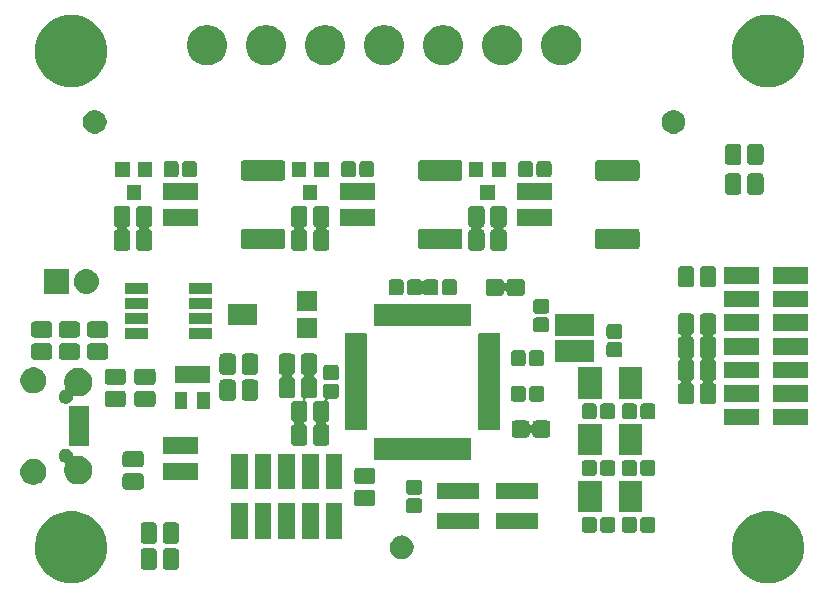
<source format=gbr>
G04 #@! TF.GenerationSoftware,KiCad,Pcbnew,5.0.0-fee4fd1~65~ubuntu17.10.1*
G04 #@! TF.CreationDate,2019-09-20T12:26:55+02:00*
G04 #@! TF.ProjectId,lynsyn,6C796E73796E2E6B696361645F706362,rev?*
G04 #@! TF.SameCoordinates,Original*
G04 #@! TF.FileFunction,Soldermask,Top*
G04 #@! TF.FilePolarity,Negative*
%FSLAX46Y46*%
G04 Gerber Fmt 4.6, Leading zero omitted, Abs format (unit mm)*
G04 Created by KiCad (PCBNEW 5.0.0-fee4fd1~65~ubuntu17.10.1) date Fri Sep 20 12:26:55 2019*
%MOMM*%
%LPD*%
G01*
G04 APERTURE LIST*
%ADD10C,0.100000*%
G04 APERTURE END LIST*
D10*
G36*
X138448778Y-138156585D02*
X138954652Y-138257209D01*
X139509717Y-138487125D01*
X140009262Y-138820910D01*
X140434090Y-139245738D01*
X140767875Y-139745283D01*
X140997791Y-140300348D01*
X141047954Y-140552537D01*
X141113887Y-140884003D01*
X141115000Y-140889601D01*
X141115000Y-141490399D01*
X140997791Y-142079652D01*
X140767875Y-142634717D01*
X140434090Y-143134262D01*
X140009262Y-143559090D01*
X139509717Y-143892875D01*
X138954652Y-144122791D01*
X138449251Y-144223321D01*
X138365400Y-144240000D01*
X137764600Y-144240000D01*
X137680749Y-144223321D01*
X137175348Y-144122791D01*
X136620283Y-143892875D01*
X136120738Y-143559090D01*
X135695910Y-143134262D01*
X135362125Y-142634717D01*
X135132209Y-142079652D01*
X135015000Y-141490399D01*
X135015000Y-140889601D01*
X135016114Y-140884003D01*
X135082046Y-140552537D01*
X135132209Y-140300348D01*
X135362125Y-139745283D01*
X135695910Y-139245738D01*
X136120738Y-138820910D01*
X136620283Y-138487125D01*
X137175348Y-138257209D01*
X137681222Y-138156585D01*
X137764600Y-138140000D01*
X138365400Y-138140000D01*
X138448778Y-138156585D01*
X138448778Y-138156585D01*
G37*
G36*
X79448778Y-138156585D02*
X79954652Y-138257209D01*
X80509717Y-138487125D01*
X81009262Y-138820910D01*
X81434090Y-139245738D01*
X81767875Y-139745283D01*
X81997791Y-140300348D01*
X82047954Y-140552537D01*
X82113887Y-140884003D01*
X82115000Y-140889601D01*
X82115000Y-141490399D01*
X81997791Y-142079652D01*
X81767875Y-142634717D01*
X81434090Y-143134262D01*
X81009262Y-143559090D01*
X80509717Y-143892875D01*
X79954652Y-144122791D01*
X79449251Y-144223321D01*
X79365400Y-144240000D01*
X78764600Y-144240000D01*
X78680749Y-144223321D01*
X78175348Y-144122791D01*
X77620283Y-143892875D01*
X77120738Y-143559090D01*
X76695910Y-143134262D01*
X76362125Y-142634717D01*
X76132209Y-142079652D01*
X76015000Y-141490399D01*
X76015000Y-140889601D01*
X76016114Y-140884003D01*
X76082046Y-140552537D01*
X76132209Y-140300348D01*
X76362125Y-139745283D01*
X76695910Y-139245738D01*
X77120738Y-138820910D01*
X77620283Y-138487125D01*
X78175348Y-138257209D01*
X78681222Y-138156585D01*
X78764600Y-138140000D01*
X79365400Y-138140000D01*
X79448778Y-138156585D01*
X79448778Y-138156585D01*
G37*
G36*
X86088497Y-141295997D02*
X86141153Y-141311970D01*
X86189665Y-141337900D01*
X86232196Y-141372804D01*
X86267100Y-141415335D01*
X86293030Y-141463847D01*
X86309003Y-141516503D01*
X86315000Y-141577390D01*
X86315000Y-142802610D01*
X86309003Y-142863497D01*
X86293030Y-142916153D01*
X86267100Y-142964665D01*
X86232196Y-143007196D01*
X86189665Y-143042100D01*
X86141153Y-143068030D01*
X86088497Y-143084003D01*
X86027610Y-143090000D01*
X85227390Y-143090000D01*
X85166503Y-143084003D01*
X85113847Y-143068030D01*
X85065335Y-143042100D01*
X85022804Y-143007196D01*
X84987900Y-142964665D01*
X84961970Y-142916153D01*
X84945997Y-142863497D01*
X84940000Y-142802610D01*
X84940000Y-141577390D01*
X84945997Y-141516503D01*
X84961970Y-141463847D01*
X84987900Y-141415335D01*
X85022804Y-141372804D01*
X85065335Y-141337900D01*
X85113847Y-141311970D01*
X85166503Y-141295997D01*
X85227390Y-141290000D01*
X86027610Y-141290000D01*
X86088497Y-141295997D01*
X86088497Y-141295997D01*
G37*
G36*
X87963497Y-141295997D02*
X88016153Y-141311970D01*
X88064665Y-141337900D01*
X88107196Y-141372804D01*
X88142100Y-141415335D01*
X88168030Y-141463847D01*
X88184003Y-141516503D01*
X88190000Y-141577390D01*
X88190000Y-142802610D01*
X88184003Y-142863497D01*
X88168030Y-142916153D01*
X88142100Y-142964665D01*
X88107196Y-143007196D01*
X88064665Y-143042100D01*
X88016153Y-143068030D01*
X87963497Y-143084003D01*
X87902610Y-143090000D01*
X87102390Y-143090000D01*
X87041503Y-143084003D01*
X86988847Y-143068030D01*
X86940335Y-143042100D01*
X86897804Y-143007196D01*
X86862900Y-142964665D01*
X86836970Y-142916153D01*
X86820997Y-142863497D01*
X86815000Y-142802610D01*
X86815000Y-141577390D01*
X86820997Y-141516503D01*
X86836970Y-141463847D01*
X86862900Y-141415335D01*
X86897804Y-141372804D01*
X86940335Y-141337900D01*
X86988847Y-141311970D01*
X87041503Y-141295997D01*
X87102390Y-141290000D01*
X87902610Y-141290000D01*
X87963497Y-141295997D01*
X87963497Y-141295997D01*
G37*
G36*
X107240770Y-140205372D02*
X107356689Y-140228429D01*
X107538678Y-140303811D01*
X107702463Y-140413249D01*
X107841751Y-140552537D01*
X107951189Y-140716322D01*
X108026571Y-140898311D01*
X108065000Y-141091509D01*
X108065000Y-141288491D01*
X108026571Y-141481689D01*
X107951189Y-141663678D01*
X107841751Y-141827463D01*
X107702463Y-141966751D01*
X107538678Y-142076189D01*
X107356689Y-142151571D01*
X107240770Y-142174628D01*
X107163493Y-142190000D01*
X106966507Y-142190000D01*
X106889230Y-142174628D01*
X106773311Y-142151571D01*
X106591322Y-142076189D01*
X106427537Y-141966751D01*
X106288249Y-141827463D01*
X106178811Y-141663678D01*
X106103429Y-141481689D01*
X106065000Y-141288491D01*
X106065000Y-141091509D01*
X106103429Y-140898311D01*
X106178811Y-140716322D01*
X106288249Y-140552537D01*
X106427537Y-140413249D01*
X106591322Y-140303811D01*
X106773311Y-140228429D01*
X106889230Y-140205372D01*
X106966507Y-140190000D01*
X107163493Y-140190000D01*
X107240770Y-140205372D01*
X107240770Y-140205372D01*
G37*
G36*
X87963497Y-139095997D02*
X88016153Y-139111970D01*
X88064665Y-139137900D01*
X88107196Y-139172804D01*
X88142100Y-139215335D01*
X88168030Y-139263847D01*
X88184003Y-139316503D01*
X88190000Y-139377390D01*
X88190000Y-140602610D01*
X88184003Y-140663497D01*
X88168030Y-140716153D01*
X88142100Y-140764665D01*
X88107196Y-140807196D01*
X88064665Y-140842100D01*
X88016153Y-140868030D01*
X87963497Y-140884003D01*
X87902610Y-140890000D01*
X87102390Y-140890000D01*
X87041503Y-140884003D01*
X86988847Y-140868030D01*
X86940335Y-140842100D01*
X86897804Y-140807196D01*
X86862900Y-140764665D01*
X86836970Y-140716153D01*
X86820997Y-140663497D01*
X86815000Y-140602610D01*
X86815000Y-139377390D01*
X86820997Y-139316503D01*
X86836970Y-139263847D01*
X86862900Y-139215335D01*
X86897804Y-139172804D01*
X86940335Y-139137900D01*
X86988847Y-139111970D01*
X87041503Y-139095997D01*
X87102390Y-139090000D01*
X87902610Y-139090000D01*
X87963497Y-139095997D01*
X87963497Y-139095997D01*
G37*
G36*
X86088497Y-139095997D02*
X86141153Y-139111970D01*
X86189665Y-139137900D01*
X86232196Y-139172804D01*
X86267100Y-139215335D01*
X86293030Y-139263847D01*
X86309003Y-139316503D01*
X86315000Y-139377390D01*
X86315000Y-140602610D01*
X86309003Y-140663497D01*
X86293030Y-140716153D01*
X86267100Y-140764665D01*
X86232196Y-140807196D01*
X86189665Y-140842100D01*
X86141153Y-140868030D01*
X86088497Y-140884003D01*
X86027610Y-140890000D01*
X85227390Y-140890000D01*
X85166503Y-140884003D01*
X85113847Y-140868030D01*
X85065335Y-140842100D01*
X85022804Y-140807196D01*
X84987900Y-140764665D01*
X84961970Y-140716153D01*
X84945997Y-140663497D01*
X84940000Y-140602610D01*
X84940000Y-139377390D01*
X84945997Y-139316503D01*
X84961970Y-139263847D01*
X84987900Y-139215335D01*
X85022804Y-139172804D01*
X85065335Y-139137900D01*
X85113847Y-139111970D01*
X85166503Y-139095997D01*
X85227390Y-139090000D01*
X86027610Y-139090000D01*
X86088497Y-139095997D01*
X86088497Y-139095997D01*
G37*
G36*
X98015000Y-140465000D02*
X96615000Y-140465000D01*
X96615000Y-137485000D01*
X98015000Y-137485000D01*
X98015000Y-140465000D01*
X98015000Y-140465000D01*
G37*
G36*
X102015000Y-140465000D02*
X100615000Y-140465000D01*
X100615000Y-137485000D01*
X102015000Y-137485000D01*
X102015000Y-140465000D01*
X102015000Y-140465000D01*
G37*
G36*
X100015000Y-140465000D02*
X98615000Y-140465000D01*
X98615000Y-137485000D01*
X100015000Y-137485000D01*
X100015000Y-140465000D01*
X100015000Y-140465000D01*
G37*
G36*
X96015000Y-140465000D02*
X94615000Y-140465000D01*
X94615000Y-137485000D01*
X96015000Y-137485000D01*
X96015000Y-140465000D01*
X96015000Y-140465000D01*
G37*
G36*
X94015000Y-140465000D02*
X92615000Y-140465000D01*
X92615000Y-137485000D01*
X94015000Y-137485000D01*
X94015000Y-140465000D01*
X94015000Y-140465000D01*
G37*
G36*
X126758622Y-138620517D02*
X126806585Y-138635066D01*
X126850775Y-138658686D01*
X126889518Y-138690482D01*
X126921314Y-138729225D01*
X126944934Y-138773415D01*
X126959483Y-138821378D01*
X126965000Y-138877391D01*
X126965000Y-139702609D01*
X126959483Y-139758622D01*
X126944934Y-139806585D01*
X126921314Y-139850775D01*
X126889518Y-139889518D01*
X126850775Y-139921314D01*
X126806585Y-139944934D01*
X126758622Y-139959483D01*
X126702609Y-139965000D01*
X125952391Y-139965000D01*
X125896378Y-139959483D01*
X125848415Y-139944934D01*
X125804225Y-139921314D01*
X125765482Y-139889518D01*
X125733686Y-139850775D01*
X125710066Y-139806585D01*
X125695517Y-139758622D01*
X125690000Y-139702609D01*
X125690000Y-138877391D01*
X125695517Y-138821378D01*
X125710066Y-138773415D01*
X125733686Y-138729225D01*
X125765482Y-138690482D01*
X125804225Y-138658686D01*
X125848415Y-138635066D01*
X125896378Y-138620517D01*
X125952391Y-138615000D01*
X126702609Y-138615000D01*
X126758622Y-138620517D01*
X126758622Y-138620517D01*
G37*
G36*
X123358622Y-138620517D02*
X123406585Y-138635066D01*
X123450775Y-138658686D01*
X123489518Y-138690482D01*
X123521314Y-138729225D01*
X123544934Y-138773415D01*
X123559483Y-138821378D01*
X123565000Y-138877391D01*
X123565000Y-139702609D01*
X123559483Y-139758622D01*
X123544934Y-139806585D01*
X123521314Y-139850775D01*
X123489518Y-139889518D01*
X123450775Y-139921314D01*
X123406585Y-139944934D01*
X123358622Y-139959483D01*
X123302609Y-139965000D01*
X122552391Y-139965000D01*
X122496378Y-139959483D01*
X122448415Y-139944934D01*
X122404225Y-139921314D01*
X122365482Y-139889518D01*
X122333686Y-139850775D01*
X122310066Y-139806585D01*
X122295517Y-139758622D01*
X122290000Y-139702609D01*
X122290000Y-138877391D01*
X122295517Y-138821378D01*
X122310066Y-138773415D01*
X122333686Y-138729225D01*
X122365482Y-138690482D01*
X122404225Y-138658686D01*
X122448415Y-138635066D01*
X122496378Y-138620517D01*
X122552391Y-138615000D01*
X123302609Y-138615000D01*
X123358622Y-138620517D01*
X123358622Y-138620517D01*
G37*
G36*
X124933622Y-138620517D02*
X124981585Y-138635066D01*
X125025775Y-138658686D01*
X125064518Y-138690482D01*
X125096314Y-138729225D01*
X125119934Y-138773415D01*
X125134483Y-138821378D01*
X125140000Y-138877391D01*
X125140000Y-139702609D01*
X125134483Y-139758622D01*
X125119934Y-139806585D01*
X125096314Y-139850775D01*
X125064518Y-139889518D01*
X125025775Y-139921314D01*
X124981585Y-139944934D01*
X124933622Y-139959483D01*
X124877609Y-139965000D01*
X124127391Y-139965000D01*
X124071378Y-139959483D01*
X124023415Y-139944934D01*
X123979225Y-139921314D01*
X123940482Y-139889518D01*
X123908686Y-139850775D01*
X123885066Y-139806585D01*
X123870517Y-139758622D01*
X123865000Y-139702609D01*
X123865000Y-138877391D01*
X123870517Y-138821378D01*
X123885066Y-138773415D01*
X123908686Y-138729225D01*
X123940482Y-138690482D01*
X123979225Y-138658686D01*
X124023415Y-138635066D01*
X124071378Y-138620517D01*
X124127391Y-138615000D01*
X124877609Y-138615000D01*
X124933622Y-138620517D01*
X124933622Y-138620517D01*
G37*
G36*
X128333622Y-138620517D02*
X128381585Y-138635066D01*
X128425775Y-138658686D01*
X128464518Y-138690482D01*
X128496314Y-138729225D01*
X128519934Y-138773415D01*
X128534483Y-138821378D01*
X128540000Y-138877391D01*
X128540000Y-139702609D01*
X128534483Y-139758622D01*
X128519934Y-139806585D01*
X128496314Y-139850775D01*
X128464518Y-139889518D01*
X128425775Y-139921314D01*
X128381585Y-139944934D01*
X128333622Y-139959483D01*
X128277609Y-139965000D01*
X127527391Y-139965000D01*
X127471378Y-139959483D01*
X127423415Y-139944934D01*
X127379225Y-139921314D01*
X127340482Y-139889518D01*
X127308686Y-139850775D01*
X127285066Y-139806585D01*
X127270517Y-139758622D01*
X127265000Y-139702609D01*
X127265000Y-138877391D01*
X127270517Y-138821378D01*
X127285066Y-138773415D01*
X127308686Y-138729225D01*
X127340482Y-138690482D01*
X127379225Y-138658686D01*
X127423415Y-138635066D01*
X127471378Y-138620517D01*
X127527391Y-138615000D01*
X128277609Y-138615000D01*
X128333622Y-138620517D01*
X128333622Y-138620517D01*
G37*
G36*
X113565000Y-139660000D02*
X110015000Y-139660000D01*
X110015000Y-138260000D01*
X113565000Y-138260000D01*
X113565000Y-139660000D01*
X113565000Y-139660000D01*
G37*
G36*
X118615000Y-139660000D02*
X115065000Y-139660000D01*
X115065000Y-138260000D01*
X118615000Y-138260000D01*
X118615000Y-139660000D01*
X118615000Y-139660000D01*
G37*
G36*
X108583622Y-137045517D02*
X108631585Y-137060066D01*
X108675775Y-137083686D01*
X108714518Y-137115482D01*
X108746314Y-137154225D01*
X108769934Y-137198415D01*
X108784483Y-137246378D01*
X108790000Y-137302391D01*
X108790000Y-138052609D01*
X108784483Y-138108622D01*
X108769934Y-138156585D01*
X108746314Y-138200775D01*
X108714518Y-138239518D01*
X108675775Y-138271314D01*
X108631585Y-138294934D01*
X108583622Y-138309483D01*
X108527609Y-138315000D01*
X107702391Y-138315000D01*
X107646378Y-138309483D01*
X107598415Y-138294934D01*
X107554225Y-138271314D01*
X107515482Y-138239518D01*
X107483686Y-138200775D01*
X107460066Y-138156585D01*
X107445517Y-138108622D01*
X107440000Y-138052609D01*
X107440000Y-137302391D01*
X107445517Y-137246378D01*
X107460066Y-137198415D01*
X107483686Y-137154225D01*
X107515482Y-137115482D01*
X107554225Y-137083686D01*
X107598415Y-137060066D01*
X107646378Y-137045517D01*
X107702391Y-137040000D01*
X108527609Y-137040000D01*
X108583622Y-137045517D01*
X108583622Y-137045517D01*
G37*
G36*
X124015000Y-138215000D02*
X122015000Y-138215000D01*
X122015000Y-135565000D01*
X124015000Y-135565000D01*
X124015000Y-138215000D01*
X124015000Y-138215000D01*
G37*
G36*
X127415000Y-138215000D02*
X125415000Y-138215000D01*
X125415000Y-135565000D01*
X127415000Y-135565000D01*
X127415000Y-138215000D01*
X127415000Y-138215000D01*
G37*
G36*
X104588497Y-136345997D02*
X104641153Y-136361970D01*
X104689665Y-136387900D01*
X104732196Y-136422804D01*
X104767100Y-136465335D01*
X104793030Y-136513847D01*
X104809003Y-136566503D01*
X104815000Y-136627390D01*
X104815000Y-137427610D01*
X104809003Y-137488497D01*
X104793030Y-137541153D01*
X104767100Y-137589665D01*
X104732196Y-137632196D01*
X104689665Y-137667100D01*
X104641153Y-137693030D01*
X104588497Y-137709003D01*
X104527610Y-137715000D01*
X103302390Y-137715000D01*
X103241503Y-137709003D01*
X103188847Y-137693030D01*
X103140335Y-137667100D01*
X103097804Y-137632196D01*
X103062900Y-137589665D01*
X103036970Y-137541153D01*
X103020997Y-137488497D01*
X103015000Y-137427610D01*
X103015000Y-136627390D01*
X103020997Y-136566503D01*
X103036970Y-136513847D01*
X103062900Y-136465335D01*
X103097804Y-136422804D01*
X103140335Y-136387900D01*
X103188847Y-136361970D01*
X103241503Y-136345997D01*
X103302390Y-136340000D01*
X104527610Y-136340000D01*
X104588497Y-136345997D01*
X104588497Y-136345997D01*
G37*
G36*
X118615000Y-137120000D02*
X115065000Y-137120000D01*
X115065000Y-135720000D01*
X118615000Y-135720000D01*
X118615000Y-137120000D01*
X118615000Y-137120000D01*
G37*
G36*
X113565000Y-137120000D02*
X110015000Y-137120000D01*
X110015000Y-135720000D01*
X113565000Y-135720000D01*
X113565000Y-137120000D01*
X113565000Y-137120000D01*
G37*
G36*
X108583622Y-135470517D02*
X108631585Y-135485066D01*
X108675775Y-135508686D01*
X108714518Y-135540482D01*
X108746314Y-135579225D01*
X108769934Y-135623415D01*
X108784483Y-135671378D01*
X108790000Y-135727391D01*
X108790000Y-136477609D01*
X108784483Y-136533622D01*
X108769934Y-136581585D01*
X108746314Y-136625775D01*
X108714518Y-136664518D01*
X108675775Y-136696314D01*
X108631585Y-136719934D01*
X108583622Y-136734483D01*
X108527609Y-136740000D01*
X107702391Y-136740000D01*
X107646378Y-136734483D01*
X107598415Y-136719934D01*
X107554225Y-136696314D01*
X107515482Y-136664518D01*
X107483686Y-136625775D01*
X107460066Y-136581585D01*
X107445517Y-136533622D01*
X107440000Y-136477609D01*
X107440000Y-135727391D01*
X107445517Y-135671378D01*
X107460066Y-135623415D01*
X107483686Y-135579225D01*
X107515482Y-135540482D01*
X107554225Y-135508686D01*
X107598415Y-135485066D01*
X107646378Y-135470517D01*
X107702391Y-135465000D01*
X108527609Y-135465000D01*
X108583622Y-135470517D01*
X108583622Y-135470517D01*
G37*
G36*
X84988497Y-134945997D02*
X85041153Y-134961970D01*
X85089665Y-134987900D01*
X85132196Y-135022804D01*
X85167100Y-135065335D01*
X85193030Y-135113847D01*
X85209003Y-135166503D01*
X85215000Y-135227390D01*
X85215000Y-136027610D01*
X85209003Y-136088497D01*
X85193030Y-136141153D01*
X85167100Y-136189665D01*
X85132196Y-136232196D01*
X85089665Y-136267100D01*
X85041153Y-136293030D01*
X84988497Y-136309003D01*
X84927610Y-136315000D01*
X83702390Y-136315000D01*
X83641503Y-136309003D01*
X83588847Y-136293030D01*
X83540335Y-136267100D01*
X83497804Y-136232196D01*
X83462900Y-136189665D01*
X83436970Y-136141153D01*
X83420997Y-136088497D01*
X83415000Y-136027610D01*
X83415000Y-135227390D01*
X83420997Y-135166503D01*
X83436970Y-135113847D01*
X83462900Y-135065335D01*
X83497804Y-135022804D01*
X83540335Y-134987900D01*
X83588847Y-134961970D01*
X83641503Y-134945997D01*
X83702390Y-134940000D01*
X84927610Y-134940000D01*
X84988497Y-134945997D01*
X84988497Y-134945997D01*
G37*
G36*
X96015000Y-136295000D02*
X94615000Y-136295000D01*
X94615000Y-133315000D01*
X96015000Y-133315000D01*
X96015000Y-136295000D01*
X96015000Y-136295000D01*
G37*
G36*
X98015000Y-136295000D02*
X96615000Y-136295000D01*
X96615000Y-133315000D01*
X98015000Y-133315000D01*
X98015000Y-136295000D01*
X98015000Y-136295000D01*
G37*
G36*
X100015000Y-136295000D02*
X98615000Y-136295000D01*
X98615000Y-133315000D01*
X100015000Y-133315000D01*
X100015000Y-136295000D01*
X100015000Y-136295000D01*
G37*
G36*
X102015000Y-136295000D02*
X100615000Y-136295000D01*
X100615000Y-133315000D01*
X102015000Y-133315000D01*
X102015000Y-136295000D01*
X102015000Y-136295000D01*
G37*
G36*
X94015000Y-136295000D02*
X92615000Y-136295000D01*
X92615000Y-133315000D01*
X94015000Y-133315000D01*
X94015000Y-136295000D01*
X94015000Y-136295000D01*
G37*
G36*
X76185857Y-133757272D02*
X76386042Y-133840191D01*
X76386045Y-133840193D01*
X76560353Y-133956662D01*
X76566213Y-133960578D01*
X76719422Y-134113787D01*
X76719424Y-134113790D01*
X76719425Y-134113791D01*
X76821230Y-134266153D01*
X76839809Y-134293958D01*
X76922728Y-134494143D01*
X76965000Y-134706658D01*
X76965000Y-134923342D01*
X76922728Y-135135857D01*
X76839809Y-135336042D01*
X76839807Y-135336045D01*
X76724452Y-135508686D01*
X76719422Y-135516213D01*
X76566213Y-135669422D01*
X76566210Y-135669424D01*
X76566209Y-135669425D01*
X76490518Y-135720000D01*
X76386042Y-135789809D01*
X76185857Y-135872728D01*
X75973342Y-135915000D01*
X75756658Y-135915000D01*
X75544143Y-135872728D01*
X75343958Y-135789809D01*
X75239482Y-135720000D01*
X75163791Y-135669425D01*
X75163790Y-135669424D01*
X75163787Y-135669422D01*
X75010578Y-135516213D01*
X75005549Y-135508686D01*
X74890193Y-135336045D01*
X74890191Y-135336042D01*
X74807272Y-135135857D01*
X74765000Y-134923342D01*
X74765000Y-134706658D01*
X74807272Y-134494143D01*
X74890191Y-134293958D01*
X74908770Y-134266153D01*
X75010575Y-134113791D01*
X75010576Y-134113790D01*
X75010578Y-134113787D01*
X75163787Y-133960578D01*
X75169648Y-133956662D01*
X75343955Y-133840193D01*
X75343958Y-133840191D01*
X75544143Y-133757272D01*
X75756658Y-133715000D01*
X75973342Y-133715000D01*
X76185857Y-133757272D01*
X76185857Y-133757272D01*
G37*
G36*
X78824793Y-132837835D02*
X78836344Y-132859446D01*
X78851890Y-132878388D01*
X78870832Y-132893934D01*
X78892443Y-132905485D01*
X78899205Y-132908286D01*
X78899207Y-132908287D01*
X78996170Y-132973076D01*
X78997481Y-132973952D01*
X79081048Y-133057519D01*
X79146713Y-133155793D01*
X79191943Y-133264988D01*
X79215432Y-133383078D01*
X79217402Y-133403074D01*
X79224515Y-133426523D01*
X79236066Y-133448134D01*
X79251612Y-133467076D01*
X79270554Y-133482622D01*
X79292165Y-133494173D01*
X79315614Y-133501286D01*
X79340000Y-133503688D01*
X79364386Y-133501286D01*
X79546809Y-133465000D01*
X79783191Y-133465000D01*
X80015026Y-133511115D01*
X80233412Y-133601573D01*
X80429958Y-133732901D01*
X80597099Y-133900042D01*
X80728427Y-134096588D01*
X80818885Y-134314974D01*
X80865000Y-134546809D01*
X80865000Y-134783191D01*
X80818885Y-135015026D01*
X80728427Y-135233412D01*
X80597099Y-135429958D01*
X80429958Y-135597099D01*
X80233412Y-135728427D01*
X80015026Y-135818885D01*
X79783191Y-135865000D01*
X79546809Y-135865000D01*
X79314974Y-135818885D01*
X79096588Y-135728427D01*
X78900042Y-135597099D01*
X78732901Y-135429958D01*
X78601573Y-135233412D01*
X78511115Y-135015026D01*
X78465000Y-134783191D01*
X78465000Y-134546809D01*
X78511115Y-134314976D01*
X78531338Y-134266153D01*
X78561466Y-134193417D01*
X78568578Y-134169971D01*
X78570980Y-134145584D01*
X78568578Y-134121198D01*
X78561465Y-134097749D01*
X78549914Y-134076138D01*
X78534369Y-134057196D01*
X78515427Y-134041650D01*
X78493816Y-134030099D01*
X78470367Y-134022986D01*
X78439988Y-134016943D01*
X78330793Y-133971713D01*
X78232519Y-133906048D01*
X78148952Y-133822481D01*
X78083287Y-133724207D01*
X78038057Y-133615012D01*
X78015000Y-133499096D01*
X78015000Y-133380904D01*
X78038057Y-133264988D01*
X78083287Y-133155793D01*
X78148952Y-133057519D01*
X78232519Y-132973952D01*
X78330793Y-132908287D01*
X78439988Y-132863057D01*
X78555904Y-132840000D01*
X78674097Y-132840000D01*
X78715615Y-132848258D01*
X78740001Y-132850660D01*
X78764387Y-132848258D01*
X78787836Y-132841145D01*
X78809447Y-132829593D01*
X78819732Y-132821152D01*
X78824793Y-132837835D01*
X78824793Y-132837835D01*
G37*
G36*
X104588497Y-134470997D02*
X104641153Y-134486970D01*
X104689665Y-134512900D01*
X104732196Y-134547804D01*
X104767100Y-134590335D01*
X104793030Y-134638847D01*
X104809003Y-134691503D01*
X104815000Y-134752390D01*
X104815000Y-135552610D01*
X104809003Y-135613497D01*
X104793030Y-135666153D01*
X104767100Y-135714665D01*
X104732196Y-135757196D01*
X104689665Y-135792100D01*
X104641153Y-135818030D01*
X104588497Y-135834003D01*
X104527610Y-135840000D01*
X103302390Y-135840000D01*
X103241503Y-135834003D01*
X103188847Y-135818030D01*
X103140335Y-135792100D01*
X103097804Y-135757196D01*
X103062900Y-135714665D01*
X103036970Y-135666153D01*
X103020997Y-135613497D01*
X103015000Y-135552610D01*
X103015000Y-134752390D01*
X103020997Y-134691503D01*
X103036970Y-134638847D01*
X103062900Y-134590335D01*
X103097804Y-134547804D01*
X103140335Y-134512900D01*
X103188847Y-134486970D01*
X103241503Y-134470997D01*
X103302390Y-134465000D01*
X104527610Y-134465000D01*
X104588497Y-134470997D01*
X104588497Y-134470997D01*
G37*
G36*
X89790000Y-135520000D02*
X86840000Y-135520000D01*
X86840000Y-134060000D01*
X89790000Y-134060000D01*
X89790000Y-135520000D01*
X89790000Y-135520000D01*
G37*
G36*
X123358622Y-133820517D02*
X123406585Y-133835066D01*
X123450775Y-133858686D01*
X123489518Y-133890482D01*
X123521314Y-133929225D01*
X123544934Y-133973415D01*
X123559483Y-134021378D01*
X123565000Y-134077391D01*
X123565000Y-134902609D01*
X123559483Y-134958622D01*
X123544934Y-135006585D01*
X123521314Y-135050775D01*
X123489518Y-135089518D01*
X123450775Y-135121314D01*
X123406585Y-135144934D01*
X123358622Y-135159483D01*
X123302609Y-135165000D01*
X122552391Y-135165000D01*
X122496378Y-135159483D01*
X122448415Y-135144934D01*
X122404225Y-135121314D01*
X122365482Y-135089518D01*
X122333686Y-135050775D01*
X122310066Y-135006585D01*
X122295517Y-134958622D01*
X122290000Y-134902609D01*
X122290000Y-134077391D01*
X122295517Y-134021378D01*
X122310066Y-133973415D01*
X122333686Y-133929225D01*
X122365482Y-133890482D01*
X122404225Y-133858686D01*
X122448415Y-133835066D01*
X122496378Y-133820517D01*
X122552391Y-133815000D01*
X123302609Y-133815000D01*
X123358622Y-133820517D01*
X123358622Y-133820517D01*
G37*
G36*
X128333622Y-133820517D02*
X128381585Y-133835066D01*
X128425775Y-133858686D01*
X128464518Y-133890482D01*
X128496314Y-133929225D01*
X128519934Y-133973415D01*
X128534483Y-134021378D01*
X128540000Y-134077391D01*
X128540000Y-134902609D01*
X128534483Y-134958622D01*
X128519934Y-135006585D01*
X128496314Y-135050775D01*
X128464518Y-135089518D01*
X128425775Y-135121314D01*
X128381585Y-135144934D01*
X128333622Y-135159483D01*
X128277609Y-135165000D01*
X127527391Y-135165000D01*
X127471378Y-135159483D01*
X127423415Y-135144934D01*
X127379225Y-135121314D01*
X127340482Y-135089518D01*
X127308686Y-135050775D01*
X127285066Y-135006585D01*
X127270517Y-134958622D01*
X127265000Y-134902609D01*
X127265000Y-134077391D01*
X127270517Y-134021378D01*
X127285066Y-133973415D01*
X127308686Y-133929225D01*
X127340482Y-133890482D01*
X127379225Y-133858686D01*
X127423415Y-133835066D01*
X127471378Y-133820517D01*
X127527391Y-133815000D01*
X128277609Y-133815000D01*
X128333622Y-133820517D01*
X128333622Y-133820517D01*
G37*
G36*
X124933622Y-133820517D02*
X124981585Y-133835066D01*
X125025775Y-133858686D01*
X125064518Y-133890482D01*
X125096314Y-133929225D01*
X125119934Y-133973415D01*
X125134483Y-134021378D01*
X125140000Y-134077391D01*
X125140000Y-134902609D01*
X125134483Y-134958622D01*
X125119934Y-135006585D01*
X125096314Y-135050775D01*
X125064518Y-135089518D01*
X125025775Y-135121314D01*
X124981585Y-135144934D01*
X124933622Y-135159483D01*
X124877609Y-135165000D01*
X124127391Y-135165000D01*
X124071378Y-135159483D01*
X124023415Y-135144934D01*
X123979225Y-135121314D01*
X123940482Y-135089518D01*
X123908686Y-135050775D01*
X123885066Y-135006585D01*
X123870517Y-134958622D01*
X123865000Y-134902609D01*
X123865000Y-134077391D01*
X123870517Y-134021378D01*
X123885066Y-133973415D01*
X123908686Y-133929225D01*
X123940482Y-133890482D01*
X123979225Y-133858686D01*
X124023415Y-133835066D01*
X124071378Y-133820517D01*
X124127391Y-133815000D01*
X124877609Y-133815000D01*
X124933622Y-133820517D01*
X124933622Y-133820517D01*
G37*
G36*
X126758622Y-133820517D02*
X126806585Y-133835066D01*
X126850775Y-133858686D01*
X126889518Y-133890482D01*
X126921314Y-133929225D01*
X126944934Y-133973415D01*
X126959483Y-134021378D01*
X126965000Y-134077391D01*
X126965000Y-134902609D01*
X126959483Y-134958622D01*
X126944934Y-135006585D01*
X126921314Y-135050775D01*
X126889518Y-135089518D01*
X126850775Y-135121314D01*
X126806585Y-135144934D01*
X126758622Y-135159483D01*
X126702609Y-135165000D01*
X125952391Y-135165000D01*
X125896378Y-135159483D01*
X125848415Y-135144934D01*
X125804225Y-135121314D01*
X125765482Y-135089518D01*
X125733686Y-135050775D01*
X125710066Y-135006585D01*
X125695517Y-134958622D01*
X125690000Y-134902609D01*
X125690000Y-134077391D01*
X125695517Y-134021378D01*
X125710066Y-133973415D01*
X125733686Y-133929225D01*
X125765482Y-133890482D01*
X125804225Y-133858686D01*
X125848415Y-133835066D01*
X125896378Y-133820517D01*
X125952391Y-133815000D01*
X126702609Y-133815000D01*
X126758622Y-133820517D01*
X126758622Y-133820517D01*
G37*
G36*
X84988497Y-133070997D02*
X85041153Y-133086970D01*
X85089665Y-133112900D01*
X85132196Y-133147804D01*
X85167100Y-133190335D01*
X85193030Y-133238847D01*
X85209003Y-133291503D01*
X85215000Y-133352390D01*
X85215000Y-134152610D01*
X85209003Y-134213497D01*
X85193030Y-134266153D01*
X85167100Y-134314665D01*
X85132196Y-134357196D01*
X85089665Y-134392100D01*
X85041153Y-134418030D01*
X84988497Y-134434003D01*
X84927610Y-134440000D01*
X83702390Y-134440000D01*
X83641503Y-134434003D01*
X83588847Y-134418030D01*
X83540335Y-134392100D01*
X83497804Y-134357196D01*
X83462900Y-134314665D01*
X83436970Y-134266153D01*
X83420997Y-134213497D01*
X83415000Y-134152610D01*
X83415000Y-133352390D01*
X83420997Y-133291503D01*
X83436970Y-133238847D01*
X83462900Y-133190335D01*
X83497804Y-133147804D01*
X83540335Y-133112900D01*
X83588847Y-133086970D01*
X83641503Y-133070997D01*
X83702390Y-133065000D01*
X84927610Y-133065000D01*
X84988497Y-133070997D01*
X84988497Y-133070997D01*
G37*
G36*
X105302749Y-131915629D02*
X105327251Y-131915629D01*
X105333638Y-131915000D01*
X105796362Y-131915000D01*
X105802749Y-131915629D01*
X105827251Y-131915629D01*
X105833638Y-131915000D01*
X106296362Y-131915000D01*
X106302749Y-131915629D01*
X106327251Y-131915629D01*
X106333638Y-131915000D01*
X106796362Y-131915000D01*
X106802749Y-131915629D01*
X106827251Y-131915629D01*
X106833638Y-131915000D01*
X107296362Y-131915000D01*
X107302749Y-131915629D01*
X107327251Y-131915629D01*
X107333638Y-131915000D01*
X107796362Y-131915000D01*
X107802749Y-131915629D01*
X107827251Y-131915629D01*
X107833638Y-131915000D01*
X108296362Y-131915000D01*
X108302749Y-131915629D01*
X108327251Y-131915629D01*
X108333638Y-131915000D01*
X108796362Y-131915000D01*
X108802749Y-131915629D01*
X108827251Y-131915629D01*
X108833638Y-131915000D01*
X109296362Y-131915000D01*
X109302749Y-131915629D01*
X109327251Y-131915629D01*
X109333638Y-131915000D01*
X109796362Y-131915000D01*
X109802749Y-131915629D01*
X109827251Y-131915629D01*
X109833638Y-131915000D01*
X110296362Y-131915000D01*
X110302749Y-131915629D01*
X110327251Y-131915629D01*
X110333638Y-131915000D01*
X110796362Y-131915000D01*
X110802749Y-131915629D01*
X110827251Y-131915629D01*
X110833638Y-131915000D01*
X111296362Y-131915000D01*
X111302749Y-131915629D01*
X111327251Y-131915629D01*
X111333638Y-131915000D01*
X111796362Y-131915000D01*
X111802749Y-131915629D01*
X111827251Y-131915629D01*
X111833638Y-131915000D01*
X112296362Y-131915000D01*
X112302749Y-131915629D01*
X112327251Y-131915629D01*
X112333638Y-131915000D01*
X112796362Y-131915000D01*
X112824327Y-131917754D01*
X112845320Y-131924123D01*
X112864664Y-131934462D01*
X112881622Y-131948378D01*
X112895538Y-131965336D01*
X112905877Y-131984680D01*
X112912246Y-132005673D01*
X112915000Y-132033638D01*
X112915000Y-133671362D01*
X112912246Y-133699327D01*
X112905877Y-133720320D01*
X112895538Y-133739664D01*
X112881622Y-133756622D01*
X112864664Y-133770538D01*
X112845320Y-133780877D01*
X112824327Y-133787246D01*
X112796362Y-133790000D01*
X112333638Y-133790000D01*
X112327251Y-133789371D01*
X112302749Y-133789371D01*
X112296362Y-133790000D01*
X111833638Y-133790000D01*
X111827251Y-133789371D01*
X111802749Y-133789371D01*
X111796362Y-133790000D01*
X111333638Y-133790000D01*
X111327251Y-133789371D01*
X111302749Y-133789371D01*
X111296362Y-133790000D01*
X110833638Y-133790000D01*
X110827251Y-133789371D01*
X110802749Y-133789371D01*
X110796362Y-133790000D01*
X110333638Y-133790000D01*
X110327251Y-133789371D01*
X110302749Y-133789371D01*
X110296362Y-133790000D01*
X109833638Y-133790000D01*
X109827251Y-133789371D01*
X109802749Y-133789371D01*
X109796362Y-133790000D01*
X109333638Y-133790000D01*
X109327251Y-133789371D01*
X109302749Y-133789371D01*
X109296362Y-133790000D01*
X108833638Y-133790000D01*
X108827251Y-133789371D01*
X108802749Y-133789371D01*
X108796362Y-133790000D01*
X108333638Y-133790000D01*
X108327251Y-133789371D01*
X108302749Y-133789371D01*
X108296362Y-133790000D01*
X107833638Y-133790000D01*
X107827251Y-133789371D01*
X107802749Y-133789371D01*
X107796362Y-133790000D01*
X107333638Y-133790000D01*
X107327251Y-133789371D01*
X107302749Y-133789371D01*
X107296362Y-133790000D01*
X106833638Y-133790000D01*
X106827251Y-133789371D01*
X106802749Y-133789371D01*
X106796362Y-133790000D01*
X106333638Y-133790000D01*
X106327251Y-133789371D01*
X106302749Y-133789371D01*
X106296362Y-133790000D01*
X105833638Y-133790000D01*
X105827251Y-133789371D01*
X105802749Y-133789371D01*
X105796362Y-133790000D01*
X105333638Y-133790000D01*
X105327251Y-133789371D01*
X105302749Y-133789371D01*
X105296362Y-133790000D01*
X104833638Y-133790000D01*
X104805673Y-133787246D01*
X104784680Y-133780877D01*
X104765336Y-133770538D01*
X104748378Y-133756622D01*
X104734462Y-133739664D01*
X104724123Y-133720320D01*
X104717754Y-133699327D01*
X104715000Y-133671362D01*
X104715000Y-132033638D01*
X104717754Y-132005673D01*
X104724123Y-131984680D01*
X104734462Y-131965336D01*
X104748378Y-131948378D01*
X104765336Y-131934462D01*
X104784680Y-131924123D01*
X104805673Y-131917754D01*
X104833638Y-131915000D01*
X105296362Y-131915000D01*
X105302749Y-131915629D01*
X105302749Y-131915629D01*
G37*
G36*
X127415000Y-133415000D02*
X125415000Y-133415000D01*
X125415000Y-130765000D01*
X127415000Y-130765000D01*
X127415000Y-133415000D01*
X127415000Y-133415000D01*
G37*
G36*
X124015000Y-133415000D02*
X122015000Y-133415000D01*
X122015000Y-130765000D01*
X124015000Y-130765000D01*
X124015000Y-133415000D01*
X124015000Y-133415000D01*
G37*
G36*
X89790000Y-133320000D02*
X86840000Y-133320000D01*
X86840000Y-131860000D01*
X89790000Y-131860000D01*
X89790000Y-133320000D01*
X89790000Y-133320000D01*
G37*
G36*
X78870832Y-129193934D02*
X78892443Y-129205485D01*
X78915892Y-129212598D01*
X78940278Y-129215000D01*
X80565000Y-129215000D01*
X80565000Y-132665000D01*
X78940278Y-132665000D01*
X78915892Y-132667402D01*
X78892443Y-132674515D01*
X78870832Y-132686066D01*
X78865000Y-132690852D01*
X78865000Y-129189148D01*
X78870832Y-129193934D01*
X78870832Y-129193934D01*
G37*
G36*
X101533622Y-127345517D02*
X101581585Y-127360066D01*
X101625775Y-127383686D01*
X101664518Y-127415482D01*
X101696314Y-127454225D01*
X101719934Y-127498415D01*
X101734483Y-127546378D01*
X101740000Y-127602391D01*
X101740000Y-128352609D01*
X101734483Y-128408622D01*
X101719934Y-128456585D01*
X101696314Y-128500775D01*
X101664518Y-128539518D01*
X101625775Y-128571314D01*
X101581585Y-128594934D01*
X101533622Y-128609483D01*
X101477609Y-128615000D01*
X100892413Y-128615000D01*
X100868027Y-128617402D01*
X100844578Y-128624515D01*
X100822967Y-128636066D01*
X100804025Y-128651612D01*
X100788479Y-128670554D01*
X100776928Y-128692165D01*
X100769815Y-128715614D01*
X100767413Y-128740000D01*
X100769815Y-128764386D01*
X100776928Y-128787835D01*
X100788479Y-128809446D01*
X100813113Y-128836626D01*
X100857196Y-128872804D01*
X100892100Y-128915335D01*
X100918030Y-128963847D01*
X100934003Y-129016503D01*
X100940000Y-129077390D01*
X100940000Y-130302610D01*
X100934003Y-130363497D01*
X100918030Y-130416153D01*
X100892100Y-130464665D01*
X100857196Y-130507196D01*
X100814665Y-130542100D01*
X100766152Y-130568031D01*
X100758401Y-130570382D01*
X100735762Y-130579760D01*
X100715387Y-130593373D01*
X100698060Y-130610701D01*
X100684446Y-130631075D01*
X100675069Y-130653714D01*
X100670288Y-130677748D01*
X100670288Y-130702252D01*
X100675068Y-130726285D01*
X100684446Y-130748924D01*
X100698059Y-130769299D01*
X100715387Y-130786626D01*
X100735761Y-130800240D01*
X100758401Y-130809618D01*
X100766152Y-130811969D01*
X100814665Y-130837900D01*
X100857196Y-130872804D01*
X100892100Y-130915335D01*
X100918030Y-130963847D01*
X100934003Y-131016503D01*
X100940000Y-131077390D01*
X100940000Y-132302610D01*
X100934003Y-132363497D01*
X100918030Y-132416153D01*
X100892100Y-132464665D01*
X100857196Y-132507196D01*
X100814665Y-132542100D01*
X100766153Y-132568030D01*
X100713497Y-132584003D01*
X100652610Y-132590000D01*
X99852390Y-132590000D01*
X99791503Y-132584003D01*
X99738847Y-132568030D01*
X99690335Y-132542100D01*
X99647804Y-132507196D01*
X99612900Y-132464665D01*
X99586970Y-132416153D01*
X99570997Y-132363497D01*
X99565000Y-132302610D01*
X99565000Y-131077390D01*
X99570997Y-131016503D01*
X99586970Y-130963847D01*
X99612900Y-130915335D01*
X99647804Y-130872804D01*
X99690335Y-130837900D01*
X99738848Y-130811969D01*
X99746599Y-130809618D01*
X99769238Y-130800240D01*
X99789613Y-130786627D01*
X99806940Y-130769299D01*
X99820554Y-130748925D01*
X99829931Y-130726286D01*
X99834712Y-130702252D01*
X99834712Y-130677748D01*
X99829932Y-130653715D01*
X99820554Y-130631076D01*
X99806941Y-130610701D01*
X99789613Y-130593374D01*
X99769239Y-130579760D01*
X99746599Y-130570382D01*
X99738848Y-130568031D01*
X99690335Y-130542100D01*
X99647804Y-130507196D01*
X99612900Y-130464665D01*
X99586970Y-130416153D01*
X99570997Y-130363497D01*
X99565000Y-130302610D01*
X99565000Y-129077390D01*
X99570997Y-129016503D01*
X99586970Y-128963847D01*
X99612900Y-128915335D01*
X99647804Y-128872804D01*
X99690332Y-128837903D01*
X99727313Y-128818136D01*
X99747687Y-128804522D01*
X99756727Y-128795482D01*
X99761858Y-128796503D01*
X99786363Y-128796503D01*
X99852390Y-128790000D01*
X100421343Y-128790000D01*
X100445729Y-128787598D01*
X100469178Y-128780485D01*
X100490789Y-128768934D01*
X100509731Y-128753388D01*
X100525277Y-128734446D01*
X100536828Y-128712835D01*
X100543941Y-128689386D01*
X100546343Y-128665000D01*
X100543941Y-128640614D01*
X100536828Y-128617165D01*
X100525277Y-128595554D01*
X100500643Y-128568374D01*
X100465482Y-128539518D01*
X100433686Y-128500775D01*
X100410066Y-128456585D01*
X100395517Y-128408622D01*
X100390000Y-128352609D01*
X100390000Y-127602391D01*
X100395517Y-127546378D01*
X100410066Y-127498415D01*
X100433686Y-127454225D01*
X100465482Y-127415482D01*
X100504225Y-127383686D01*
X100548415Y-127360066D01*
X100596378Y-127345517D01*
X100652391Y-127340000D01*
X101477609Y-127340000D01*
X101533622Y-127345517D01*
X101533622Y-127345517D01*
G37*
G36*
X99650997Y-124795997D02*
X99703653Y-124811970D01*
X99752165Y-124837900D01*
X99794696Y-124872804D01*
X99829600Y-124915335D01*
X99855530Y-124963847D01*
X99871503Y-125016503D01*
X99877500Y-125077390D01*
X99877500Y-126302610D01*
X99871503Y-126363497D01*
X99855530Y-126416153D01*
X99829600Y-126464665D01*
X99794696Y-126507196D01*
X99752165Y-126542100D01*
X99703652Y-126568031D01*
X99695901Y-126570382D01*
X99673262Y-126579760D01*
X99652887Y-126593373D01*
X99635560Y-126610701D01*
X99621946Y-126631075D01*
X99612569Y-126653714D01*
X99607788Y-126677748D01*
X99607788Y-126702252D01*
X99612568Y-126726285D01*
X99621946Y-126748924D01*
X99635559Y-126769299D01*
X99652887Y-126786626D01*
X99673261Y-126800240D01*
X99695901Y-126809618D01*
X99703652Y-126811969D01*
X99752165Y-126837900D01*
X99794696Y-126872804D01*
X99829600Y-126915335D01*
X99855530Y-126963847D01*
X99871503Y-127016503D01*
X99877500Y-127077390D01*
X99877500Y-128302610D01*
X99871503Y-128363497D01*
X99855530Y-128416153D01*
X99829600Y-128464665D01*
X99794696Y-128507196D01*
X99752168Y-128542097D01*
X99715187Y-128561864D01*
X99694813Y-128575478D01*
X99685773Y-128584518D01*
X99680642Y-128583497D01*
X99656137Y-128583497D01*
X99590110Y-128590000D01*
X98974904Y-128590000D01*
X98950518Y-128592402D01*
X98927069Y-128599515D01*
X98905458Y-128611066D01*
X98886516Y-128626612D01*
X98870970Y-128645554D01*
X98859419Y-128667165D01*
X98852306Y-128690614D01*
X98849904Y-128715000D01*
X98852306Y-128739386D01*
X98859419Y-128762835D01*
X98870970Y-128784446D01*
X98886516Y-128803388D01*
X98905458Y-128818934D01*
X98915980Y-128825240D01*
X98939665Y-128837900D01*
X98982196Y-128872804D01*
X99017100Y-128915335D01*
X99043030Y-128963847D01*
X99059003Y-129016503D01*
X99065000Y-129077390D01*
X99065000Y-130302610D01*
X99059003Y-130363497D01*
X99043030Y-130416153D01*
X99017100Y-130464665D01*
X98982196Y-130507196D01*
X98939665Y-130542100D01*
X98891152Y-130568031D01*
X98883401Y-130570382D01*
X98860762Y-130579760D01*
X98840387Y-130593373D01*
X98823060Y-130610701D01*
X98809446Y-130631075D01*
X98800069Y-130653714D01*
X98795288Y-130677748D01*
X98795288Y-130702252D01*
X98800068Y-130726285D01*
X98809446Y-130748924D01*
X98823059Y-130769299D01*
X98840387Y-130786626D01*
X98860761Y-130800240D01*
X98883401Y-130809618D01*
X98891152Y-130811969D01*
X98939665Y-130837900D01*
X98982196Y-130872804D01*
X99017100Y-130915335D01*
X99043030Y-130963847D01*
X99059003Y-131016503D01*
X99065000Y-131077390D01*
X99065000Y-132302610D01*
X99059003Y-132363497D01*
X99043030Y-132416153D01*
X99017100Y-132464665D01*
X98982196Y-132507196D01*
X98939665Y-132542100D01*
X98891153Y-132568030D01*
X98838497Y-132584003D01*
X98777610Y-132590000D01*
X97977390Y-132590000D01*
X97916503Y-132584003D01*
X97863847Y-132568030D01*
X97815335Y-132542100D01*
X97772804Y-132507196D01*
X97737900Y-132464665D01*
X97711970Y-132416153D01*
X97695997Y-132363497D01*
X97690000Y-132302610D01*
X97690000Y-131077390D01*
X97695997Y-131016503D01*
X97711970Y-130963847D01*
X97737900Y-130915335D01*
X97772804Y-130872804D01*
X97815335Y-130837900D01*
X97863848Y-130811969D01*
X97871599Y-130809618D01*
X97894238Y-130800240D01*
X97914613Y-130786627D01*
X97931940Y-130769299D01*
X97945554Y-130748925D01*
X97954931Y-130726286D01*
X97959712Y-130702252D01*
X97959712Y-130677748D01*
X97954932Y-130653715D01*
X97945554Y-130631076D01*
X97931941Y-130610701D01*
X97914613Y-130593374D01*
X97894239Y-130579760D01*
X97871599Y-130570382D01*
X97863848Y-130568031D01*
X97815335Y-130542100D01*
X97772804Y-130507196D01*
X97737900Y-130464665D01*
X97711970Y-130416153D01*
X97695997Y-130363497D01*
X97690000Y-130302610D01*
X97690000Y-129077390D01*
X97695997Y-129016503D01*
X97711970Y-128963847D01*
X97737900Y-128915335D01*
X97772804Y-128872804D01*
X97815332Y-128837903D01*
X97852313Y-128818136D01*
X97872687Y-128804522D01*
X97881727Y-128795482D01*
X97886858Y-128796503D01*
X97911363Y-128796503D01*
X97977390Y-128790000D01*
X98592596Y-128790000D01*
X98616982Y-128787598D01*
X98640431Y-128780485D01*
X98662042Y-128768934D01*
X98680984Y-128753388D01*
X98696530Y-128734446D01*
X98708081Y-128712835D01*
X98715194Y-128689386D01*
X98717596Y-128665000D01*
X98715194Y-128640614D01*
X98708081Y-128617165D01*
X98696530Y-128595554D01*
X98680984Y-128576612D01*
X98662042Y-128561066D01*
X98651520Y-128554760D01*
X98627835Y-128542100D01*
X98585304Y-128507196D01*
X98550400Y-128464665D01*
X98524470Y-128416153D01*
X98508497Y-128363497D01*
X98502500Y-128302610D01*
X98502500Y-127077390D01*
X98508497Y-127016503D01*
X98524470Y-126963847D01*
X98550400Y-126915335D01*
X98585304Y-126872804D01*
X98627835Y-126837900D01*
X98676348Y-126811969D01*
X98684099Y-126809618D01*
X98706738Y-126800240D01*
X98727113Y-126786627D01*
X98744440Y-126769299D01*
X98758054Y-126748925D01*
X98767431Y-126726286D01*
X98772212Y-126702252D01*
X98772212Y-126677748D01*
X98767432Y-126653715D01*
X98758054Y-126631076D01*
X98744441Y-126610701D01*
X98727113Y-126593374D01*
X98706739Y-126579760D01*
X98684099Y-126570382D01*
X98676348Y-126568031D01*
X98627835Y-126542100D01*
X98585304Y-126507196D01*
X98550400Y-126464665D01*
X98524470Y-126416153D01*
X98508497Y-126363497D01*
X98502500Y-126302610D01*
X98502500Y-125077390D01*
X98508497Y-125016503D01*
X98524470Y-124963847D01*
X98550400Y-124915335D01*
X98585304Y-124872804D01*
X98627835Y-124837900D01*
X98676347Y-124811970D01*
X98729003Y-124795997D01*
X98789890Y-124790000D01*
X99590110Y-124790000D01*
X99650997Y-124795997D01*
X99650997Y-124795997D01*
G37*
G36*
X117652199Y-130470968D02*
X117704566Y-130486854D01*
X117752832Y-130512653D01*
X117795132Y-130547368D01*
X117829847Y-130589668D01*
X117855646Y-130637934D01*
X117871532Y-130690301D01*
X117878102Y-130757013D01*
X117882882Y-130781046D01*
X117892260Y-130803685D01*
X117905873Y-130824060D01*
X117923200Y-130841387D01*
X117943575Y-130855001D01*
X117966214Y-130864378D01*
X117990247Y-130869159D01*
X118014752Y-130869159D01*
X118038785Y-130864379D01*
X118061424Y-130855001D01*
X118081799Y-130841388D01*
X118099126Y-130824061D01*
X118112740Y-130803686D01*
X118122117Y-130781047D01*
X118126898Y-130757013D01*
X118133468Y-130690301D01*
X118149354Y-130637934D01*
X118175153Y-130589668D01*
X118209868Y-130547368D01*
X118252168Y-130512653D01*
X118300434Y-130486854D01*
X118352801Y-130470968D01*
X118413400Y-130465000D01*
X119366600Y-130465000D01*
X119427199Y-130470968D01*
X119479566Y-130486854D01*
X119527832Y-130512653D01*
X119570132Y-130547368D01*
X119604847Y-130589668D01*
X119630646Y-130637934D01*
X119646532Y-130690301D01*
X119652500Y-130750900D01*
X119652500Y-131629100D01*
X119646532Y-131689699D01*
X119630646Y-131742066D01*
X119604847Y-131790332D01*
X119570132Y-131832632D01*
X119527832Y-131867347D01*
X119479566Y-131893146D01*
X119427199Y-131909032D01*
X119366600Y-131915000D01*
X118413400Y-131915000D01*
X118352801Y-131909032D01*
X118300434Y-131893146D01*
X118252168Y-131867347D01*
X118209868Y-131832632D01*
X118175153Y-131790332D01*
X118149354Y-131742066D01*
X118133468Y-131689699D01*
X118126898Y-131622987D01*
X118122118Y-131598954D01*
X118112740Y-131576315D01*
X118099127Y-131555940D01*
X118081800Y-131538613D01*
X118061425Y-131524999D01*
X118038786Y-131515622D01*
X118014753Y-131510841D01*
X117990248Y-131510841D01*
X117966215Y-131515621D01*
X117943576Y-131524999D01*
X117923201Y-131538612D01*
X117905874Y-131555939D01*
X117892260Y-131576314D01*
X117882883Y-131598953D01*
X117878102Y-131622987D01*
X117871532Y-131689699D01*
X117855646Y-131742066D01*
X117829847Y-131790332D01*
X117795132Y-131832632D01*
X117752832Y-131867347D01*
X117704566Y-131893146D01*
X117652199Y-131909032D01*
X117591600Y-131915000D01*
X116638400Y-131915000D01*
X116577801Y-131909032D01*
X116525434Y-131893146D01*
X116477168Y-131867347D01*
X116434868Y-131832632D01*
X116400153Y-131790332D01*
X116374354Y-131742066D01*
X116358468Y-131689699D01*
X116352500Y-131629100D01*
X116352500Y-130750900D01*
X116358468Y-130690301D01*
X116374354Y-130637934D01*
X116400153Y-130589668D01*
X116434868Y-130547368D01*
X116477168Y-130512653D01*
X116525434Y-130486854D01*
X116577801Y-130470968D01*
X116638400Y-130465000D01*
X117591600Y-130465000D01*
X117652199Y-130470968D01*
X117652199Y-130470968D01*
G37*
G36*
X103999327Y-123092754D02*
X104020320Y-123099123D01*
X104039664Y-123109462D01*
X104056622Y-123123378D01*
X104070538Y-123140336D01*
X104080877Y-123159680D01*
X104087246Y-123180673D01*
X104090000Y-123208638D01*
X104090000Y-123671362D01*
X104089371Y-123677749D01*
X104089371Y-123702251D01*
X104090000Y-123708638D01*
X104090000Y-124171362D01*
X104089371Y-124177749D01*
X104089371Y-124202251D01*
X104090000Y-124208638D01*
X104090000Y-124671362D01*
X104089371Y-124677749D01*
X104089371Y-124702251D01*
X104090000Y-124708638D01*
X104090000Y-125171362D01*
X104089371Y-125177749D01*
X104089371Y-125202251D01*
X104090000Y-125208638D01*
X104090000Y-125671362D01*
X104089371Y-125677749D01*
X104089371Y-125702251D01*
X104090000Y-125708638D01*
X104090000Y-126171362D01*
X104089371Y-126177749D01*
X104089371Y-126202251D01*
X104090000Y-126208638D01*
X104090000Y-126671362D01*
X104089371Y-126677749D01*
X104089371Y-126702251D01*
X104090000Y-126708638D01*
X104090000Y-127171362D01*
X104089371Y-127177749D01*
X104089371Y-127202251D01*
X104090000Y-127208638D01*
X104090000Y-127671362D01*
X104089371Y-127677749D01*
X104089371Y-127702251D01*
X104090000Y-127708638D01*
X104090000Y-128171362D01*
X104089371Y-128177749D01*
X104089371Y-128202251D01*
X104090000Y-128208638D01*
X104090000Y-128671362D01*
X104089371Y-128677749D01*
X104089371Y-128702251D01*
X104090000Y-128708638D01*
X104090000Y-129171362D01*
X104089371Y-129177749D01*
X104089371Y-129202251D01*
X104090000Y-129208638D01*
X104090000Y-129671362D01*
X104089371Y-129677749D01*
X104089371Y-129702251D01*
X104090000Y-129708638D01*
X104090000Y-130171362D01*
X104089371Y-130177749D01*
X104089371Y-130202251D01*
X104090000Y-130208638D01*
X104090000Y-130671362D01*
X104089371Y-130677749D01*
X104089371Y-130702251D01*
X104090000Y-130708638D01*
X104090000Y-131171362D01*
X104087246Y-131199327D01*
X104080877Y-131220320D01*
X104070538Y-131239664D01*
X104056622Y-131256622D01*
X104039664Y-131270538D01*
X104020320Y-131280877D01*
X103999327Y-131287246D01*
X103971362Y-131290000D01*
X102333638Y-131290000D01*
X102305673Y-131287246D01*
X102284680Y-131280877D01*
X102265336Y-131270538D01*
X102248378Y-131256622D01*
X102234462Y-131239664D01*
X102224123Y-131220320D01*
X102217754Y-131199327D01*
X102215000Y-131171362D01*
X102215000Y-130708638D01*
X102215629Y-130702251D01*
X102215629Y-130677749D01*
X102215000Y-130671362D01*
X102215000Y-130208638D01*
X102215629Y-130202251D01*
X102215629Y-130177749D01*
X102215000Y-130171362D01*
X102215000Y-129708638D01*
X102215629Y-129702251D01*
X102215629Y-129677749D01*
X102215000Y-129671362D01*
X102215000Y-129208638D01*
X102215629Y-129202251D01*
X102215629Y-129177749D01*
X102215000Y-129171362D01*
X102215000Y-128708638D01*
X102215629Y-128702251D01*
X102215629Y-128677749D01*
X102215000Y-128671362D01*
X102215000Y-128208638D01*
X102215629Y-128202251D01*
X102215629Y-128177749D01*
X102215000Y-128171362D01*
X102215000Y-127708638D01*
X102215629Y-127702251D01*
X102215629Y-127677749D01*
X102215000Y-127671362D01*
X102215000Y-127208638D01*
X102215629Y-127202251D01*
X102215629Y-127177749D01*
X102215000Y-127171362D01*
X102215000Y-126708638D01*
X102215629Y-126702251D01*
X102215629Y-126677749D01*
X102215000Y-126671362D01*
X102215000Y-126208638D01*
X102215629Y-126202251D01*
X102215629Y-126177749D01*
X102215000Y-126171362D01*
X102215000Y-125708638D01*
X102215629Y-125702251D01*
X102215629Y-125677749D01*
X102215000Y-125671362D01*
X102215000Y-125208638D01*
X102215629Y-125202251D01*
X102215629Y-125177749D01*
X102215000Y-125171362D01*
X102215000Y-124708638D01*
X102215629Y-124702251D01*
X102215629Y-124677749D01*
X102215000Y-124671362D01*
X102215000Y-124208638D01*
X102215629Y-124202251D01*
X102215629Y-124177749D01*
X102215000Y-124171362D01*
X102215000Y-123708638D01*
X102215629Y-123702251D01*
X102215629Y-123677749D01*
X102215000Y-123671362D01*
X102215000Y-123208638D01*
X102217754Y-123180673D01*
X102224123Y-123159680D01*
X102234462Y-123140336D01*
X102248378Y-123123378D01*
X102265336Y-123109462D01*
X102284680Y-123099123D01*
X102305673Y-123092754D01*
X102333638Y-123090000D01*
X103971362Y-123090000D01*
X103999327Y-123092754D01*
X103999327Y-123092754D01*
G37*
G36*
X115324327Y-123092754D02*
X115345320Y-123099123D01*
X115364664Y-123109462D01*
X115381622Y-123123378D01*
X115395538Y-123140336D01*
X115405877Y-123159680D01*
X115412246Y-123180673D01*
X115415000Y-123208638D01*
X115415000Y-123671362D01*
X115414371Y-123677749D01*
X115414371Y-123702251D01*
X115415000Y-123708638D01*
X115415000Y-124171362D01*
X115414371Y-124177749D01*
X115414371Y-124202251D01*
X115415000Y-124208638D01*
X115415000Y-124671362D01*
X115414371Y-124677749D01*
X115414371Y-124702251D01*
X115415000Y-124708638D01*
X115415000Y-125171362D01*
X115414371Y-125177749D01*
X115414371Y-125202251D01*
X115415000Y-125208638D01*
X115415000Y-125671362D01*
X115414371Y-125677749D01*
X115414371Y-125702251D01*
X115415000Y-125708638D01*
X115415000Y-126171362D01*
X115414371Y-126177749D01*
X115414371Y-126202251D01*
X115415000Y-126208638D01*
X115415000Y-126671362D01*
X115414371Y-126677749D01*
X115414371Y-126702251D01*
X115415000Y-126708638D01*
X115415000Y-127171362D01*
X115414371Y-127177749D01*
X115414371Y-127202251D01*
X115415000Y-127208638D01*
X115415000Y-127671362D01*
X115414371Y-127677749D01*
X115414371Y-127702251D01*
X115415000Y-127708638D01*
X115415000Y-128171362D01*
X115414371Y-128177749D01*
X115414371Y-128202251D01*
X115415000Y-128208638D01*
X115415000Y-128671362D01*
X115414371Y-128677749D01*
X115414371Y-128702251D01*
X115415000Y-128708638D01*
X115415000Y-129171362D01*
X115414371Y-129177749D01*
X115414371Y-129202251D01*
X115415000Y-129208638D01*
X115415000Y-129671362D01*
X115414371Y-129677749D01*
X115414371Y-129702251D01*
X115415000Y-129708638D01*
X115415000Y-130171362D01*
X115414371Y-130177749D01*
X115414371Y-130202251D01*
X115415000Y-130208638D01*
X115415000Y-130671362D01*
X115414371Y-130677749D01*
X115414371Y-130702251D01*
X115415000Y-130708638D01*
X115415000Y-131171362D01*
X115412246Y-131199327D01*
X115405877Y-131220320D01*
X115395538Y-131239664D01*
X115381622Y-131256622D01*
X115364664Y-131270538D01*
X115345320Y-131280877D01*
X115324327Y-131287246D01*
X115296362Y-131290000D01*
X113658638Y-131290000D01*
X113630673Y-131287246D01*
X113609680Y-131280877D01*
X113590336Y-131270538D01*
X113573378Y-131256622D01*
X113559462Y-131239664D01*
X113549123Y-131220320D01*
X113542754Y-131199327D01*
X113540000Y-131171362D01*
X113540000Y-130708638D01*
X113540629Y-130702251D01*
X113540629Y-130677749D01*
X113540000Y-130671362D01*
X113540000Y-130208638D01*
X113540629Y-130202251D01*
X113540629Y-130177749D01*
X113540000Y-130171362D01*
X113540000Y-129708638D01*
X113540629Y-129702251D01*
X113540629Y-129677749D01*
X113540000Y-129671362D01*
X113540000Y-129208638D01*
X113540629Y-129202251D01*
X113540629Y-129177749D01*
X113540000Y-129171362D01*
X113540000Y-128708638D01*
X113540629Y-128702251D01*
X113540629Y-128677749D01*
X113540000Y-128671362D01*
X113540000Y-128208638D01*
X113540629Y-128202251D01*
X113540629Y-128177749D01*
X113540000Y-128171362D01*
X113540000Y-127708638D01*
X113540629Y-127702251D01*
X113540629Y-127677749D01*
X113540000Y-127671362D01*
X113540000Y-127208638D01*
X113540629Y-127202251D01*
X113540629Y-127177749D01*
X113540000Y-127171362D01*
X113540000Y-126708638D01*
X113540629Y-126702251D01*
X113540629Y-126677749D01*
X113540000Y-126671362D01*
X113540000Y-126208638D01*
X113540629Y-126202251D01*
X113540629Y-126177749D01*
X113540000Y-126171362D01*
X113540000Y-125708638D01*
X113540629Y-125702251D01*
X113540629Y-125677749D01*
X113540000Y-125671362D01*
X113540000Y-125208638D01*
X113540629Y-125202251D01*
X113540629Y-125177749D01*
X113540000Y-125171362D01*
X113540000Y-124708638D01*
X113540629Y-124702251D01*
X113540629Y-124677749D01*
X113540000Y-124671362D01*
X113540000Y-124208638D01*
X113540629Y-124202251D01*
X113540629Y-124177749D01*
X113540000Y-124171362D01*
X113540000Y-123708638D01*
X113540629Y-123702251D01*
X113540629Y-123677749D01*
X113540000Y-123671362D01*
X113540000Y-123208638D01*
X113542754Y-123180673D01*
X113549123Y-123159680D01*
X113559462Y-123140336D01*
X113573378Y-123123378D01*
X113590336Y-123109462D01*
X113609680Y-123099123D01*
X113630673Y-123092754D01*
X113658638Y-123090000D01*
X115296362Y-123090000D01*
X115324327Y-123092754D01*
X115324327Y-123092754D01*
G37*
G36*
X141490000Y-130890000D02*
X138510000Y-130890000D01*
X138510000Y-129490000D01*
X141490000Y-129490000D01*
X141490000Y-130890000D01*
X141490000Y-130890000D01*
G37*
G36*
X137320000Y-130890000D02*
X134340000Y-130890000D01*
X134340000Y-129490000D01*
X137320000Y-129490000D01*
X137320000Y-130890000D01*
X137320000Y-130890000D01*
G37*
G36*
X123358622Y-129020517D02*
X123406585Y-129035066D01*
X123450775Y-129058686D01*
X123489518Y-129090482D01*
X123521314Y-129129225D01*
X123544934Y-129173415D01*
X123559483Y-129221378D01*
X123565000Y-129277391D01*
X123565000Y-130102609D01*
X123559483Y-130158622D01*
X123544934Y-130206585D01*
X123521314Y-130250775D01*
X123489518Y-130289518D01*
X123450775Y-130321314D01*
X123406585Y-130344934D01*
X123358622Y-130359483D01*
X123302609Y-130365000D01*
X122552391Y-130365000D01*
X122496378Y-130359483D01*
X122448415Y-130344934D01*
X122404225Y-130321314D01*
X122365482Y-130289518D01*
X122333686Y-130250775D01*
X122310066Y-130206585D01*
X122295517Y-130158622D01*
X122290000Y-130102609D01*
X122290000Y-129277391D01*
X122295517Y-129221378D01*
X122310066Y-129173415D01*
X122333686Y-129129225D01*
X122365482Y-129090482D01*
X122404225Y-129058686D01*
X122448415Y-129035066D01*
X122496378Y-129020517D01*
X122552391Y-129015000D01*
X123302609Y-129015000D01*
X123358622Y-129020517D01*
X123358622Y-129020517D01*
G37*
G36*
X126758622Y-129020517D02*
X126806585Y-129035066D01*
X126850775Y-129058686D01*
X126889518Y-129090482D01*
X126921314Y-129129225D01*
X126944934Y-129173415D01*
X126959483Y-129221378D01*
X126965000Y-129277391D01*
X126965000Y-130102609D01*
X126959483Y-130158622D01*
X126944934Y-130206585D01*
X126921314Y-130250775D01*
X126889518Y-130289518D01*
X126850775Y-130321314D01*
X126806585Y-130344934D01*
X126758622Y-130359483D01*
X126702609Y-130365000D01*
X125952391Y-130365000D01*
X125896378Y-130359483D01*
X125848415Y-130344934D01*
X125804225Y-130321314D01*
X125765482Y-130289518D01*
X125733686Y-130250775D01*
X125710066Y-130206585D01*
X125695517Y-130158622D01*
X125690000Y-130102609D01*
X125690000Y-129277391D01*
X125695517Y-129221378D01*
X125710066Y-129173415D01*
X125733686Y-129129225D01*
X125765482Y-129090482D01*
X125804225Y-129058686D01*
X125848415Y-129035066D01*
X125896378Y-129020517D01*
X125952391Y-129015000D01*
X126702609Y-129015000D01*
X126758622Y-129020517D01*
X126758622Y-129020517D01*
G37*
G36*
X128333622Y-129020517D02*
X128381585Y-129035066D01*
X128425775Y-129058686D01*
X128464518Y-129090482D01*
X128496314Y-129129225D01*
X128519934Y-129173415D01*
X128534483Y-129221378D01*
X128540000Y-129277391D01*
X128540000Y-130102609D01*
X128534483Y-130158622D01*
X128519934Y-130206585D01*
X128496314Y-130250775D01*
X128464518Y-130289518D01*
X128425775Y-130321314D01*
X128381585Y-130344934D01*
X128333622Y-130359483D01*
X128277609Y-130365000D01*
X127527391Y-130365000D01*
X127471378Y-130359483D01*
X127423415Y-130344934D01*
X127379225Y-130321314D01*
X127340482Y-130289518D01*
X127308686Y-130250775D01*
X127285066Y-130206585D01*
X127270517Y-130158622D01*
X127265000Y-130102609D01*
X127265000Y-129277391D01*
X127270517Y-129221378D01*
X127285066Y-129173415D01*
X127308686Y-129129225D01*
X127340482Y-129090482D01*
X127379225Y-129058686D01*
X127423415Y-129035066D01*
X127471378Y-129020517D01*
X127527391Y-129015000D01*
X128277609Y-129015000D01*
X128333622Y-129020517D01*
X128333622Y-129020517D01*
G37*
G36*
X124933622Y-129020517D02*
X124981585Y-129035066D01*
X125025775Y-129058686D01*
X125064518Y-129090482D01*
X125096314Y-129129225D01*
X125119934Y-129173415D01*
X125134483Y-129221378D01*
X125140000Y-129277391D01*
X125140000Y-130102609D01*
X125134483Y-130158622D01*
X125119934Y-130206585D01*
X125096314Y-130250775D01*
X125064518Y-130289518D01*
X125025775Y-130321314D01*
X124981585Y-130344934D01*
X124933622Y-130359483D01*
X124877609Y-130365000D01*
X124127391Y-130365000D01*
X124071378Y-130359483D01*
X124023415Y-130344934D01*
X123979225Y-130321314D01*
X123940482Y-130289518D01*
X123908686Y-130250775D01*
X123885066Y-130206585D01*
X123870517Y-130158622D01*
X123865000Y-130102609D01*
X123865000Y-129277391D01*
X123870517Y-129221378D01*
X123885066Y-129173415D01*
X123908686Y-129129225D01*
X123940482Y-129090482D01*
X123979225Y-129058686D01*
X124023415Y-129035066D01*
X124071378Y-129020517D01*
X124127391Y-129015000D01*
X124877609Y-129015000D01*
X124933622Y-129020517D01*
X124933622Y-129020517D01*
G37*
G36*
X88890000Y-129520000D02*
X87840000Y-129520000D01*
X87840000Y-128060000D01*
X88890000Y-128060000D01*
X88890000Y-129520000D01*
X88890000Y-129520000D01*
G37*
G36*
X90790000Y-129520000D02*
X89740000Y-129520000D01*
X89740000Y-128060000D01*
X90790000Y-128060000D01*
X90790000Y-129520000D01*
X90790000Y-129520000D01*
G37*
G36*
X83488497Y-127945997D02*
X83541153Y-127961970D01*
X83589665Y-127987900D01*
X83632196Y-128022804D01*
X83667100Y-128065335D01*
X83693030Y-128113847D01*
X83709003Y-128166503D01*
X83715000Y-128227390D01*
X83715000Y-129027610D01*
X83709003Y-129088497D01*
X83693030Y-129141153D01*
X83667100Y-129189665D01*
X83632196Y-129232196D01*
X83589665Y-129267100D01*
X83541153Y-129293030D01*
X83488497Y-129309003D01*
X83427610Y-129315000D01*
X82202390Y-129315000D01*
X82141503Y-129309003D01*
X82088847Y-129293030D01*
X82040335Y-129267100D01*
X81997804Y-129232196D01*
X81962900Y-129189665D01*
X81936970Y-129141153D01*
X81920997Y-129088497D01*
X81915000Y-129027610D01*
X81915000Y-128227390D01*
X81920997Y-128166503D01*
X81936970Y-128113847D01*
X81962900Y-128065335D01*
X81997804Y-128022804D01*
X82040335Y-127987900D01*
X82088847Y-127961970D01*
X82141503Y-127945997D01*
X82202390Y-127940000D01*
X83427610Y-127940000D01*
X83488497Y-127945997D01*
X83488497Y-127945997D01*
G37*
G36*
X85988497Y-127945997D02*
X86041153Y-127961970D01*
X86089665Y-127987900D01*
X86132196Y-128022804D01*
X86167100Y-128065335D01*
X86193030Y-128113847D01*
X86209003Y-128166503D01*
X86215000Y-128227390D01*
X86215000Y-129027610D01*
X86209003Y-129088497D01*
X86193030Y-129141153D01*
X86167100Y-129189665D01*
X86132196Y-129232196D01*
X86089665Y-129267100D01*
X86041153Y-129293030D01*
X85988497Y-129309003D01*
X85927610Y-129315000D01*
X84702390Y-129315000D01*
X84641503Y-129309003D01*
X84588847Y-129293030D01*
X84540335Y-129267100D01*
X84497804Y-129232196D01*
X84462900Y-129189665D01*
X84436970Y-129141153D01*
X84420997Y-129088497D01*
X84415000Y-129027610D01*
X84415000Y-128227390D01*
X84420997Y-128166503D01*
X84436970Y-128113847D01*
X84462900Y-128065335D01*
X84497804Y-128022804D01*
X84540335Y-127987900D01*
X84588847Y-127961970D01*
X84641503Y-127945997D01*
X84702390Y-127940000D01*
X85927610Y-127940000D01*
X85988497Y-127945997D01*
X85988497Y-127945997D01*
G37*
G36*
X131575997Y-121395997D02*
X131628653Y-121411970D01*
X131677165Y-121437900D01*
X131719696Y-121472804D01*
X131754600Y-121515335D01*
X131780530Y-121563847D01*
X131796503Y-121616503D01*
X131802500Y-121677390D01*
X131802500Y-122902610D01*
X131796503Y-122963497D01*
X131780530Y-123016153D01*
X131754600Y-123064665D01*
X131719696Y-123107196D01*
X131677165Y-123142100D01*
X131628652Y-123168031D01*
X131620901Y-123170382D01*
X131598262Y-123179760D01*
X131577887Y-123193373D01*
X131560560Y-123210701D01*
X131546946Y-123231075D01*
X131537569Y-123253714D01*
X131532788Y-123277748D01*
X131532788Y-123302252D01*
X131537568Y-123326285D01*
X131546946Y-123348924D01*
X131560559Y-123369299D01*
X131577887Y-123386626D01*
X131598261Y-123400240D01*
X131620901Y-123409618D01*
X131628652Y-123411969D01*
X131677165Y-123437900D01*
X131719696Y-123472804D01*
X131754600Y-123515335D01*
X131780530Y-123563847D01*
X131796503Y-123616503D01*
X131802500Y-123677390D01*
X131802500Y-124902610D01*
X131796503Y-124963497D01*
X131780530Y-125016153D01*
X131754600Y-125064665D01*
X131719696Y-125107196D01*
X131675613Y-125143374D01*
X131658286Y-125160701D01*
X131644673Y-125181076D01*
X131635295Y-125203715D01*
X131630515Y-125227748D01*
X131630515Y-125252253D01*
X131635296Y-125276286D01*
X131644673Y-125298925D01*
X131658287Y-125319300D01*
X131675613Y-125336626D01*
X131719696Y-125372804D01*
X131754600Y-125415335D01*
X131780530Y-125463847D01*
X131796503Y-125516503D01*
X131802500Y-125577390D01*
X131802500Y-126802610D01*
X131796503Y-126863497D01*
X131780530Y-126916153D01*
X131754600Y-126964665D01*
X131719696Y-127007196D01*
X131677165Y-127042100D01*
X131628652Y-127068031D01*
X131620901Y-127070382D01*
X131598262Y-127079760D01*
X131577887Y-127093373D01*
X131560560Y-127110701D01*
X131546946Y-127131075D01*
X131537569Y-127153714D01*
X131532788Y-127177748D01*
X131532788Y-127202252D01*
X131537568Y-127226285D01*
X131546946Y-127248924D01*
X131560559Y-127269299D01*
X131577887Y-127286626D01*
X131598261Y-127300240D01*
X131620901Y-127309618D01*
X131628652Y-127311969D01*
X131677165Y-127337900D01*
X131719696Y-127372804D01*
X131754600Y-127415335D01*
X131780530Y-127463847D01*
X131796503Y-127516503D01*
X131802500Y-127577390D01*
X131802500Y-128802610D01*
X131796503Y-128863497D01*
X131780530Y-128916153D01*
X131754600Y-128964665D01*
X131719696Y-129007196D01*
X131677165Y-129042100D01*
X131628653Y-129068030D01*
X131575997Y-129084003D01*
X131515110Y-129090000D01*
X130714890Y-129090000D01*
X130654003Y-129084003D01*
X130601347Y-129068030D01*
X130552835Y-129042100D01*
X130510304Y-129007196D01*
X130475400Y-128964665D01*
X130449470Y-128916153D01*
X130433497Y-128863497D01*
X130427500Y-128802610D01*
X130427500Y-127577390D01*
X130433497Y-127516503D01*
X130449470Y-127463847D01*
X130475400Y-127415335D01*
X130510304Y-127372804D01*
X130552835Y-127337900D01*
X130601348Y-127311969D01*
X130609099Y-127309618D01*
X130631738Y-127300240D01*
X130652113Y-127286627D01*
X130669440Y-127269299D01*
X130683054Y-127248925D01*
X130692431Y-127226286D01*
X130697212Y-127202252D01*
X130697212Y-127177748D01*
X130692432Y-127153715D01*
X130683054Y-127131076D01*
X130669441Y-127110701D01*
X130652113Y-127093374D01*
X130631739Y-127079760D01*
X130609099Y-127070382D01*
X130601348Y-127068031D01*
X130552835Y-127042100D01*
X130510304Y-127007196D01*
X130475400Y-126964665D01*
X130449470Y-126916153D01*
X130433497Y-126863497D01*
X130427500Y-126802610D01*
X130427500Y-125577390D01*
X130433497Y-125516503D01*
X130449470Y-125463847D01*
X130475400Y-125415335D01*
X130510304Y-125372804D01*
X130554387Y-125336626D01*
X130571714Y-125319299D01*
X130585327Y-125298924D01*
X130594705Y-125276285D01*
X130599485Y-125252252D01*
X130599485Y-125227747D01*
X130594704Y-125203714D01*
X130585327Y-125181075D01*
X130571713Y-125160700D01*
X130554387Y-125143374D01*
X130510304Y-125107196D01*
X130475400Y-125064665D01*
X130449470Y-125016153D01*
X130433497Y-124963497D01*
X130427500Y-124902610D01*
X130427500Y-123677390D01*
X130433497Y-123616503D01*
X130449470Y-123563847D01*
X130475400Y-123515335D01*
X130510304Y-123472804D01*
X130552835Y-123437900D01*
X130601348Y-123411969D01*
X130609099Y-123409618D01*
X130631738Y-123400240D01*
X130652113Y-123386627D01*
X130669440Y-123369299D01*
X130683054Y-123348925D01*
X130692431Y-123326286D01*
X130697212Y-123302252D01*
X130697212Y-123277748D01*
X130692432Y-123253715D01*
X130683054Y-123231076D01*
X130669441Y-123210701D01*
X130652113Y-123193374D01*
X130631739Y-123179760D01*
X130609099Y-123170382D01*
X130601348Y-123168031D01*
X130552835Y-123142100D01*
X130510304Y-123107196D01*
X130475400Y-123064665D01*
X130449470Y-123016153D01*
X130433497Y-122963497D01*
X130427500Y-122902610D01*
X130427500Y-121677390D01*
X130433497Y-121616503D01*
X130449470Y-121563847D01*
X130475400Y-121515335D01*
X130510304Y-121472804D01*
X130552835Y-121437900D01*
X130601347Y-121411970D01*
X130654003Y-121395997D01*
X130714890Y-121390000D01*
X131515110Y-121390000D01*
X131575997Y-121395997D01*
X131575997Y-121395997D01*
G37*
G36*
X133450997Y-121395997D02*
X133503653Y-121411970D01*
X133552165Y-121437900D01*
X133594696Y-121472804D01*
X133629600Y-121515335D01*
X133655530Y-121563847D01*
X133671503Y-121616503D01*
X133677500Y-121677390D01*
X133677500Y-122902610D01*
X133671503Y-122963497D01*
X133655530Y-123016153D01*
X133629600Y-123064665D01*
X133594696Y-123107196D01*
X133552165Y-123142100D01*
X133503652Y-123168031D01*
X133495901Y-123170382D01*
X133473262Y-123179760D01*
X133452887Y-123193373D01*
X133435560Y-123210701D01*
X133421946Y-123231075D01*
X133412569Y-123253714D01*
X133407788Y-123277748D01*
X133407788Y-123302252D01*
X133412568Y-123326285D01*
X133421946Y-123348924D01*
X133435559Y-123369299D01*
X133452887Y-123386626D01*
X133473261Y-123400240D01*
X133495901Y-123409618D01*
X133503652Y-123411969D01*
X133552165Y-123437900D01*
X133594696Y-123472804D01*
X133629600Y-123515335D01*
X133655530Y-123563847D01*
X133671503Y-123616503D01*
X133677500Y-123677390D01*
X133677500Y-124902610D01*
X133671503Y-124963497D01*
X133655530Y-125016153D01*
X133629600Y-125064665D01*
X133594696Y-125107196D01*
X133550613Y-125143374D01*
X133533286Y-125160701D01*
X133519673Y-125181076D01*
X133510295Y-125203715D01*
X133505515Y-125227748D01*
X133505515Y-125252253D01*
X133510296Y-125276286D01*
X133519673Y-125298925D01*
X133533287Y-125319300D01*
X133550613Y-125336626D01*
X133594696Y-125372804D01*
X133629600Y-125415335D01*
X133655530Y-125463847D01*
X133671503Y-125516503D01*
X133677500Y-125577390D01*
X133677500Y-126802610D01*
X133671503Y-126863497D01*
X133655530Y-126916153D01*
X133629600Y-126964665D01*
X133594696Y-127007196D01*
X133552165Y-127042100D01*
X133503652Y-127068031D01*
X133495901Y-127070382D01*
X133473262Y-127079760D01*
X133452887Y-127093373D01*
X133435560Y-127110701D01*
X133421946Y-127131075D01*
X133412569Y-127153714D01*
X133407788Y-127177748D01*
X133407788Y-127202252D01*
X133412568Y-127226285D01*
X133421946Y-127248924D01*
X133435559Y-127269299D01*
X133452887Y-127286626D01*
X133473261Y-127300240D01*
X133495901Y-127309618D01*
X133503652Y-127311969D01*
X133552165Y-127337900D01*
X133594696Y-127372804D01*
X133629600Y-127415335D01*
X133655530Y-127463847D01*
X133671503Y-127516503D01*
X133677500Y-127577390D01*
X133677500Y-128802610D01*
X133671503Y-128863497D01*
X133655530Y-128916153D01*
X133629600Y-128964665D01*
X133594696Y-129007196D01*
X133552165Y-129042100D01*
X133503653Y-129068030D01*
X133450997Y-129084003D01*
X133390110Y-129090000D01*
X132589890Y-129090000D01*
X132529003Y-129084003D01*
X132476347Y-129068030D01*
X132427835Y-129042100D01*
X132385304Y-129007196D01*
X132350400Y-128964665D01*
X132324470Y-128916153D01*
X132308497Y-128863497D01*
X132302500Y-128802610D01*
X132302500Y-127577390D01*
X132308497Y-127516503D01*
X132324470Y-127463847D01*
X132350400Y-127415335D01*
X132385304Y-127372804D01*
X132427835Y-127337900D01*
X132476348Y-127311969D01*
X132484099Y-127309618D01*
X132506738Y-127300240D01*
X132527113Y-127286627D01*
X132544440Y-127269299D01*
X132558054Y-127248925D01*
X132567431Y-127226286D01*
X132572212Y-127202252D01*
X132572212Y-127177748D01*
X132567432Y-127153715D01*
X132558054Y-127131076D01*
X132544441Y-127110701D01*
X132527113Y-127093374D01*
X132506739Y-127079760D01*
X132484099Y-127070382D01*
X132476348Y-127068031D01*
X132427835Y-127042100D01*
X132385304Y-127007196D01*
X132350400Y-126964665D01*
X132324470Y-126916153D01*
X132308497Y-126863497D01*
X132302500Y-126802610D01*
X132302500Y-125577390D01*
X132308497Y-125516503D01*
X132324470Y-125463847D01*
X132350400Y-125415335D01*
X132385304Y-125372804D01*
X132429387Y-125336626D01*
X132446714Y-125319299D01*
X132460327Y-125298924D01*
X132469705Y-125276285D01*
X132474485Y-125252252D01*
X132474485Y-125227747D01*
X132469704Y-125203714D01*
X132460327Y-125181075D01*
X132446713Y-125160700D01*
X132429387Y-125143374D01*
X132385304Y-125107196D01*
X132350400Y-125064665D01*
X132324470Y-125016153D01*
X132308497Y-124963497D01*
X132302500Y-124902610D01*
X132302500Y-123677390D01*
X132308497Y-123616503D01*
X132324470Y-123563847D01*
X132350400Y-123515335D01*
X132385304Y-123472804D01*
X132427835Y-123437900D01*
X132476348Y-123411969D01*
X132484099Y-123409618D01*
X132506738Y-123400240D01*
X132527113Y-123386627D01*
X132544440Y-123369299D01*
X132558054Y-123348925D01*
X132567431Y-123326286D01*
X132572212Y-123302252D01*
X132572212Y-123277748D01*
X132567432Y-123253715D01*
X132558054Y-123231076D01*
X132544441Y-123210701D01*
X132527113Y-123193374D01*
X132506739Y-123179760D01*
X132484099Y-123170382D01*
X132476348Y-123168031D01*
X132427835Y-123142100D01*
X132385304Y-123107196D01*
X132350400Y-123064665D01*
X132324470Y-123016153D01*
X132308497Y-122963497D01*
X132302500Y-122902610D01*
X132302500Y-121677390D01*
X132308497Y-121616503D01*
X132324470Y-121563847D01*
X132350400Y-121515335D01*
X132385304Y-121472804D01*
X132427835Y-121437900D01*
X132476347Y-121411970D01*
X132529003Y-121395997D01*
X132589890Y-121390000D01*
X133390110Y-121390000D01*
X133450997Y-121395997D01*
X133450997Y-121395997D01*
G37*
G36*
X80015026Y-126061115D02*
X80233412Y-126151573D01*
X80429958Y-126282901D01*
X80597099Y-126450042D01*
X80728427Y-126646588D01*
X80818885Y-126864974D01*
X80865000Y-127096809D01*
X80865000Y-127333191D01*
X80818885Y-127565026D01*
X80728427Y-127783412D01*
X80597099Y-127979958D01*
X80429958Y-128147099D01*
X80233412Y-128278427D01*
X80015026Y-128368885D01*
X79783191Y-128415000D01*
X79546809Y-128415000D01*
X79364386Y-128378714D01*
X79340000Y-128376312D01*
X79315614Y-128378714D01*
X79292164Y-128385827D01*
X79270554Y-128397378D01*
X79251612Y-128412924D01*
X79236066Y-128431866D01*
X79224515Y-128453477D01*
X79217402Y-128476926D01*
X79215432Y-128496922D01*
X79215000Y-128499094D01*
X79215000Y-128499095D01*
X79212172Y-128513312D01*
X79191943Y-128615012D01*
X79146713Y-128724207D01*
X79081048Y-128822481D01*
X78997481Y-128906048D01*
X78997478Y-128906050D01*
X78899207Y-128971713D01*
X78899206Y-128971714D01*
X78899205Y-128971714D01*
X78892443Y-128974515D01*
X78870832Y-128986066D01*
X78851890Y-129001612D01*
X78836344Y-129020554D01*
X78824793Y-129042165D01*
X78819732Y-129058848D01*
X78809446Y-129050406D01*
X78787835Y-129038855D01*
X78764386Y-129031742D01*
X78740000Y-129029340D01*
X78715615Y-129031742D01*
X78674097Y-129040000D01*
X78555904Y-129040000D01*
X78439988Y-129016943D01*
X78330793Y-128971713D01*
X78232519Y-128906048D01*
X78148952Y-128822481D01*
X78083287Y-128724207D01*
X78038057Y-128615012D01*
X78015000Y-128499096D01*
X78015000Y-128380904D01*
X78038057Y-128264988D01*
X78083287Y-128155793D01*
X78148952Y-128057519D01*
X78232519Y-127973952D01*
X78330793Y-127908287D01*
X78439988Y-127863057D01*
X78470367Y-127857014D01*
X78493816Y-127849901D01*
X78515427Y-127838349D01*
X78534369Y-127822804D01*
X78549914Y-127803862D01*
X78561465Y-127782251D01*
X78568578Y-127758802D01*
X78570980Y-127734416D01*
X78568578Y-127710029D01*
X78561465Y-127686580D01*
X78555162Y-127671362D01*
X78511116Y-127565027D01*
X78509855Y-127558686D01*
X78465000Y-127333191D01*
X78465000Y-127096809D01*
X78511115Y-126864974D01*
X78601573Y-126646588D01*
X78732901Y-126450042D01*
X78900042Y-126282901D01*
X79096588Y-126151573D01*
X79314974Y-126061115D01*
X79546809Y-126015000D01*
X79783191Y-126015000D01*
X80015026Y-126061115D01*
X80015026Y-126061115D01*
G37*
G36*
X137320000Y-128890000D02*
X134340000Y-128890000D01*
X134340000Y-127490000D01*
X137320000Y-127490000D01*
X137320000Y-128890000D01*
X137320000Y-128890000D01*
G37*
G36*
X141490000Y-128890000D02*
X138510000Y-128890000D01*
X138510000Y-127490000D01*
X141490000Y-127490000D01*
X141490000Y-128890000D01*
X141490000Y-128890000D01*
G37*
G36*
X118921122Y-127520517D02*
X118969085Y-127535066D01*
X119013275Y-127558686D01*
X119052018Y-127590482D01*
X119083814Y-127629225D01*
X119107434Y-127673415D01*
X119121983Y-127721378D01*
X119127500Y-127777391D01*
X119127500Y-128602609D01*
X119121983Y-128658622D01*
X119107434Y-128706585D01*
X119083814Y-128750775D01*
X119052018Y-128789518D01*
X119013275Y-128821314D01*
X118969085Y-128844934D01*
X118921122Y-128859483D01*
X118865109Y-128865000D01*
X118114891Y-128865000D01*
X118058878Y-128859483D01*
X118010915Y-128844934D01*
X117966725Y-128821314D01*
X117927982Y-128789518D01*
X117896186Y-128750775D01*
X117872566Y-128706585D01*
X117858017Y-128658622D01*
X117852500Y-128602609D01*
X117852500Y-127777391D01*
X117858017Y-127721378D01*
X117872566Y-127673415D01*
X117896186Y-127629225D01*
X117927982Y-127590482D01*
X117966725Y-127558686D01*
X118010915Y-127535066D01*
X118058878Y-127520517D01*
X118114891Y-127515000D01*
X118865109Y-127515000D01*
X118921122Y-127520517D01*
X118921122Y-127520517D01*
G37*
G36*
X117346122Y-127520517D02*
X117394085Y-127535066D01*
X117438275Y-127558686D01*
X117477018Y-127590482D01*
X117508814Y-127629225D01*
X117532434Y-127673415D01*
X117546983Y-127721378D01*
X117552500Y-127777391D01*
X117552500Y-128602609D01*
X117546983Y-128658622D01*
X117532434Y-128706585D01*
X117508814Y-128750775D01*
X117477018Y-128789518D01*
X117438275Y-128821314D01*
X117394085Y-128844934D01*
X117346122Y-128859483D01*
X117290109Y-128865000D01*
X116539891Y-128865000D01*
X116483878Y-128859483D01*
X116435915Y-128844934D01*
X116391725Y-128821314D01*
X116352982Y-128789518D01*
X116321186Y-128750775D01*
X116297566Y-128706585D01*
X116283017Y-128658622D01*
X116277500Y-128602609D01*
X116277500Y-127777391D01*
X116283017Y-127721378D01*
X116297566Y-127673415D01*
X116321186Y-127629225D01*
X116352982Y-127590482D01*
X116391725Y-127558686D01*
X116435915Y-127535066D01*
X116483878Y-127520517D01*
X116539891Y-127515000D01*
X117290109Y-127515000D01*
X117346122Y-127520517D01*
X117346122Y-127520517D01*
G37*
G36*
X94650997Y-126995997D02*
X94703653Y-127011970D01*
X94752165Y-127037900D01*
X94794696Y-127072804D01*
X94829600Y-127115335D01*
X94855530Y-127163847D01*
X94871503Y-127216503D01*
X94877500Y-127277390D01*
X94877500Y-128502610D01*
X94871503Y-128563497D01*
X94855530Y-128616153D01*
X94829600Y-128664665D01*
X94794696Y-128707196D01*
X94752165Y-128742100D01*
X94703653Y-128768030D01*
X94650997Y-128784003D01*
X94590110Y-128790000D01*
X93789890Y-128790000D01*
X93729003Y-128784003D01*
X93676347Y-128768030D01*
X93627835Y-128742100D01*
X93585304Y-128707196D01*
X93550400Y-128664665D01*
X93524470Y-128616153D01*
X93508497Y-128563497D01*
X93502500Y-128502610D01*
X93502500Y-127277390D01*
X93508497Y-127216503D01*
X93524470Y-127163847D01*
X93550400Y-127115335D01*
X93585304Y-127072804D01*
X93627835Y-127037900D01*
X93676347Y-127011970D01*
X93729003Y-126995997D01*
X93789890Y-126990000D01*
X94590110Y-126990000D01*
X94650997Y-126995997D01*
X94650997Y-126995997D01*
G37*
G36*
X92775997Y-126995997D02*
X92828653Y-127011970D01*
X92877165Y-127037900D01*
X92919696Y-127072804D01*
X92954600Y-127115335D01*
X92980530Y-127163847D01*
X92996503Y-127216503D01*
X93002500Y-127277390D01*
X93002500Y-128502610D01*
X92996503Y-128563497D01*
X92980530Y-128616153D01*
X92954600Y-128664665D01*
X92919696Y-128707196D01*
X92877165Y-128742100D01*
X92828653Y-128768030D01*
X92775997Y-128784003D01*
X92715110Y-128790000D01*
X91914890Y-128790000D01*
X91854003Y-128784003D01*
X91801347Y-128768030D01*
X91752835Y-128742100D01*
X91710304Y-128707196D01*
X91675400Y-128664665D01*
X91649470Y-128616153D01*
X91633497Y-128563497D01*
X91627500Y-128502610D01*
X91627500Y-127277390D01*
X91633497Y-127216503D01*
X91649470Y-127163847D01*
X91675400Y-127115335D01*
X91710304Y-127072804D01*
X91752835Y-127037900D01*
X91801347Y-127011970D01*
X91854003Y-126995997D01*
X91914890Y-126990000D01*
X92715110Y-126990000D01*
X92775997Y-126995997D01*
X92775997Y-126995997D01*
G37*
G36*
X124015000Y-128615000D02*
X122015000Y-128615000D01*
X122015000Y-125965000D01*
X124015000Y-125965000D01*
X124015000Y-128615000D01*
X124015000Y-128615000D01*
G37*
G36*
X127415000Y-128615000D02*
X125415000Y-128615000D01*
X125415000Y-125965000D01*
X127415000Y-125965000D01*
X127415000Y-128615000D01*
X127415000Y-128615000D01*
G37*
G36*
X97775997Y-124795997D02*
X97828653Y-124811970D01*
X97877165Y-124837900D01*
X97919696Y-124872804D01*
X97954600Y-124915335D01*
X97980530Y-124963847D01*
X97996503Y-125016503D01*
X98002500Y-125077390D01*
X98002500Y-126302610D01*
X97996503Y-126363497D01*
X97980530Y-126416153D01*
X97954600Y-126464665D01*
X97919696Y-126507196D01*
X97877165Y-126542100D01*
X97828652Y-126568031D01*
X97820901Y-126570382D01*
X97798262Y-126579760D01*
X97777887Y-126593373D01*
X97760560Y-126610701D01*
X97746946Y-126631075D01*
X97737569Y-126653714D01*
X97732788Y-126677748D01*
X97732788Y-126702252D01*
X97737568Y-126726285D01*
X97746946Y-126748924D01*
X97760559Y-126769299D01*
X97777887Y-126786626D01*
X97798261Y-126800240D01*
X97820901Y-126809618D01*
X97828652Y-126811969D01*
X97877165Y-126837900D01*
X97919696Y-126872804D01*
X97954600Y-126915335D01*
X97980530Y-126963847D01*
X97996503Y-127016503D01*
X98002500Y-127077390D01*
X98002500Y-128302610D01*
X97996503Y-128363497D01*
X97980530Y-128416153D01*
X97954600Y-128464665D01*
X97919696Y-128507196D01*
X97877168Y-128542097D01*
X97840187Y-128561864D01*
X97819813Y-128575478D01*
X97810773Y-128584518D01*
X97805642Y-128583497D01*
X97781137Y-128583497D01*
X97715110Y-128590000D01*
X96914890Y-128590000D01*
X96854003Y-128584003D01*
X96801347Y-128568030D01*
X96752835Y-128542100D01*
X96710304Y-128507196D01*
X96675400Y-128464665D01*
X96649470Y-128416153D01*
X96633497Y-128363497D01*
X96627500Y-128302610D01*
X96627500Y-127077390D01*
X96633497Y-127016503D01*
X96649470Y-126963847D01*
X96675400Y-126915335D01*
X96710304Y-126872804D01*
X96752835Y-126837900D01*
X96801348Y-126811969D01*
X96809099Y-126809618D01*
X96831738Y-126800240D01*
X96852113Y-126786627D01*
X96869440Y-126769299D01*
X96883054Y-126748925D01*
X96892431Y-126726286D01*
X96897212Y-126702252D01*
X96897212Y-126677748D01*
X96892432Y-126653715D01*
X96883054Y-126631076D01*
X96869441Y-126610701D01*
X96852113Y-126593374D01*
X96831739Y-126579760D01*
X96809099Y-126570382D01*
X96801348Y-126568031D01*
X96752835Y-126542100D01*
X96710304Y-126507196D01*
X96675400Y-126464665D01*
X96649470Y-126416153D01*
X96633497Y-126363497D01*
X96627500Y-126302610D01*
X96627500Y-125077390D01*
X96633497Y-125016503D01*
X96649470Y-124963847D01*
X96675400Y-124915335D01*
X96710304Y-124872804D01*
X96752835Y-124837900D01*
X96801347Y-124811970D01*
X96854003Y-124795997D01*
X96914890Y-124790000D01*
X97715110Y-124790000D01*
X97775997Y-124795997D01*
X97775997Y-124795997D01*
G37*
G36*
X76185857Y-126007272D02*
X76386042Y-126090191D01*
X76386045Y-126090193D01*
X76535918Y-126190335D01*
X76566213Y-126210578D01*
X76719422Y-126363787D01*
X76719424Y-126363790D01*
X76719425Y-126363791D01*
X76754412Y-126416153D01*
X76839809Y-126543958D01*
X76922728Y-126744143D01*
X76965000Y-126956658D01*
X76965000Y-127173342D01*
X76922728Y-127385857D01*
X76839809Y-127586042D01*
X76839807Y-127586045D01*
X76737777Y-127738744D01*
X76719422Y-127766213D01*
X76566213Y-127919422D01*
X76566210Y-127919424D01*
X76566209Y-127919425D01*
X76475615Y-127979958D01*
X76386042Y-128039809D01*
X76185857Y-128122728D01*
X75973342Y-128165000D01*
X75756658Y-128165000D01*
X75544143Y-128122728D01*
X75343958Y-128039809D01*
X75254385Y-127979958D01*
X75163791Y-127919425D01*
X75163790Y-127919424D01*
X75163787Y-127919422D01*
X75010578Y-127766213D01*
X74992224Y-127738744D01*
X74890193Y-127586045D01*
X74890191Y-127586042D01*
X74807272Y-127385857D01*
X74765000Y-127173342D01*
X74765000Y-126956658D01*
X74807272Y-126744143D01*
X74890191Y-126543958D01*
X74975588Y-126416153D01*
X75010575Y-126363791D01*
X75010576Y-126363790D01*
X75010578Y-126363787D01*
X75163787Y-126210578D01*
X75194083Y-126190335D01*
X75343955Y-126090193D01*
X75343958Y-126090191D01*
X75544143Y-126007272D01*
X75756658Y-125965000D01*
X75973342Y-125965000D01*
X76185857Y-126007272D01*
X76185857Y-126007272D01*
G37*
G36*
X85988497Y-126070997D02*
X86041153Y-126086970D01*
X86089665Y-126112900D01*
X86132196Y-126147804D01*
X86167100Y-126190335D01*
X86193030Y-126238847D01*
X86209003Y-126291503D01*
X86215000Y-126352390D01*
X86215000Y-127152610D01*
X86209003Y-127213497D01*
X86193030Y-127266153D01*
X86167100Y-127314665D01*
X86132196Y-127357196D01*
X86089665Y-127392100D01*
X86041153Y-127418030D01*
X85988497Y-127434003D01*
X85927610Y-127440000D01*
X84702390Y-127440000D01*
X84641503Y-127434003D01*
X84588847Y-127418030D01*
X84540335Y-127392100D01*
X84497804Y-127357196D01*
X84462900Y-127314665D01*
X84436970Y-127266153D01*
X84420997Y-127213497D01*
X84415000Y-127152610D01*
X84415000Y-126352390D01*
X84420997Y-126291503D01*
X84436970Y-126238847D01*
X84462900Y-126190335D01*
X84497804Y-126147804D01*
X84540335Y-126112900D01*
X84588847Y-126086970D01*
X84641503Y-126070997D01*
X84702390Y-126065000D01*
X85927610Y-126065000D01*
X85988497Y-126070997D01*
X85988497Y-126070997D01*
G37*
G36*
X83488497Y-126070997D02*
X83541153Y-126086970D01*
X83589665Y-126112900D01*
X83632196Y-126147804D01*
X83667100Y-126190335D01*
X83693030Y-126238847D01*
X83709003Y-126291503D01*
X83715000Y-126352390D01*
X83715000Y-127152610D01*
X83709003Y-127213497D01*
X83693030Y-127266153D01*
X83667100Y-127314665D01*
X83632196Y-127357196D01*
X83589665Y-127392100D01*
X83541153Y-127418030D01*
X83488497Y-127434003D01*
X83427610Y-127440000D01*
X82202390Y-127440000D01*
X82141503Y-127434003D01*
X82088847Y-127418030D01*
X82040335Y-127392100D01*
X81997804Y-127357196D01*
X81962900Y-127314665D01*
X81936970Y-127266153D01*
X81920997Y-127213497D01*
X81915000Y-127152610D01*
X81915000Y-126352390D01*
X81920997Y-126291503D01*
X81936970Y-126238847D01*
X81962900Y-126190335D01*
X81997804Y-126147804D01*
X82040335Y-126112900D01*
X82088847Y-126086970D01*
X82141503Y-126070997D01*
X82202390Y-126065000D01*
X83427610Y-126065000D01*
X83488497Y-126070997D01*
X83488497Y-126070997D01*
G37*
G36*
X90790000Y-127320000D02*
X87840000Y-127320000D01*
X87840000Y-125860000D01*
X90790000Y-125860000D01*
X90790000Y-127320000D01*
X90790000Y-127320000D01*
G37*
G36*
X101533622Y-125770517D02*
X101581585Y-125785066D01*
X101625775Y-125808686D01*
X101664518Y-125840482D01*
X101696314Y-125879225D01*
X101719934Y-125923415D01*
X101734483Y-125971378D01*
X101740000Y-126027391D01*
X101740000Y-126777609D01*
X101734483Y-126833622D01*
X101719934Y-126881585D01*
X101696314Y-126925775D01*
X101664518Y-126964518D01*
X101625775Y-126996314D01*
X101581585Y-127019934D01*
X101533622Y-127034483D01*
X101477609Y-127040000D01*
X100652391Y-127040000D01*
X100596378Y-127034483D01*
X100548415Y-127019934D01*
X100504225Y-126996314D01*
X100465482Y-126964518D01*
X100433686Y-126925775D01*
X100410066Y-126881585D01*
X100395517Y-126833622D01*
X100390000Y-126777609D01*
X100390000Y-126027391D01*
X100395517Y-125971378D01*
X100410066Y-125923415D01*
X100433686Y-125879225D01*
X100465482Y-125840482D01*
X100504225Y-125808686D01*
X100548415Y-125785066D01*
X100596378Y-125770517D01*
X100652391Y-125765000D01*
X101477609Y-125765000D01*
X101533622Y-125770517D01*
X101533622Y-125770517D01*
G37*
G36*
X141490000Y-126890000D02*
X138510000Y-126890000D01*
X138510000Y-125490000D01*
X141490000Y-125490000D01*
X141490000Y-126890000D01*
X141490000Y-126890000D01*
G37*
G36*
X137320000Y-126890000D02*
X134340000Y-126890000D01*
X134340000Y-125490000D01*
X137320000Y-125490000D01*
X137320000Y-126890000D01*
X137320000Y-126890000D01*
G37*
G36*
X92775997Y-124795997D02*
X92828653Y-124811970D01*
X92877165Y-124837900D01*
X92919696Y-124872804D01*
X92954600Y-124915335D01*
X92980530Y-124963847D01*
X92996503Y-125016503D01*
X93002500Y-125077390D01*
X93002500Y-126302610D01*
X92996503Y-126363497D01*
X92980530Y-126416153D01*
X92954600Y-126464665D01*
X92919696Y-126507196D01*
X92877165Y-126542100D01*
X92828653Y-126568030D01*
X92775997Y-126584003D01*
X92715110Y-126590000D01*
X91914890Y-126590000D01*
X91854003Y-126584003D01*
X91801347Y-126568030D01*
X91752835Y-126542100D01*
X91710304Y-126507196D01*
X91675400Y-126464665D01*
X91649470Y-126416153D01*
X91633497Y-126363497D01*
X91627500Y-126302610D01*
X91627500Y-125077390D01*
X91633497Y-125016503D01*
X91649470Y-124963847D01*
X91675400Y-124915335D01*
X91710304Y-124872804D01*
X91752835Y-124837900D01*
X91801347Y-124811970D01*
X91854003Y-124795997D01*
X91914890Y-124790000D01*
X92715110Y-124790000D01*
X92775997Y-124795997D01*
X92775997Y-124795997D01*
G37*
G36*
X94650997Y-124795997D02*
X94703653Y-124811970D01*
X94752165Y-124837900D01*
X94794696Y-124872804D01*
X94829600Y-124915335D01*
X94855530Y-124963847D01*
X94871503Y-125016503D01*
X94877500Y-125077390D01*
X94877500Y-126302610D01*
X94871503Y-126363497D01*
X94855530Y-126416153D01*
X94829600Y-126464665D01*
X94794696Y-126507196D01*
X94752165Y-126542100D01*
X94703653Y-126568030D01*
X94650997Y-126584003D01*
X94590110Y-126590000D01*
X93789890Y-126590000D01*
X93729003Y-126584003D01*
X93676347Y-126568030D01*
X93627835Y-126542100D01*
X93585304Y-126507196D01*
X93550400Y-126464665D01*
X93524470Y-126416153D01*
X93508497Y-126363497D01*
X93502500Y-126302610D01*
X93502500Y-125077390D01*
X93508497Y-125016503D01*
X93524470Y-124963847D01*
X93550400Y-124915335D01*
X93585304Y-124872804D01*
X93627835Y-124837900D01*
X93676347Y-124811970D01*
X93729003Y-124795997D01*
X93789890Y-124790000D01*
X94590110Y-124790000D01*
X94650997Y-124795997D01*
X94650997Y-124795997D01*
G37*
G36*
X117346122Y-124520517D02*
X117394085Y-124535066D01*
X117438275Y-124558686D01*
X117477018Y-124590482D01*
X117508814Y-124629225D01*
X117532434Y-124673415D01*
X117546983Y-124721378D01*
X117552500Y-124777391D01*
X117552500Y-125602609D01*
X117546983Y-125658622D01*
X117532434Y-125706585D01*
X117508814Y-125750775D01*
X117477018Y-125789518D01*
X117438275Y-125821314D01*
X117394085Y-125844934D01*
X117346122Y-125859483D01*
X117290109Y-125865000D01*
X116539891Y-125865000D01*
X116483878Y-125859483D01*
X116435915Y-125844934D01*
X116391725Y-125821314D01*
X116352982Y-125789518D01*
X116321186Y-125750775D01*
X116297566Y-125706585D01*
X116283017Y-125658622D01*
X116277500Y-125602609D01*
X116277500Y-124777391D01*
X116283017Y-124721378D01*
X116297566Y-124673415D01*
X116321186Y-124629225D01*
X116352982Y-124590482D01*
X116391725Y-124558686D01*
X116435915Y-124535066D01*
X116483878Y-124520517D01*
X116539891Y-124515000D01*
X117290109Y-124515000D01*
X117346122Y-124520517D01*
X117346122Y-124520517D01*
G37*
G36*
X118921122Y-124520517D02*
X118969085Y-124535066D01*
X119013275Y-124558686D01*
X119052018Y-124590482D01*
X119083814Y-124629225D01*
X119107434Y-124673415D01*
X119121983Y-124721378D01*
X119127500Y-124777391D01*
X119127500Y-125602609D01*
X119121983Y-125658622D01*
X119107434Y-125706585D01*
X119083814Y-125750775D01*
X119052018Y-125789518D01*
X119013275Y-125821314D01*
X118969085Y-125844934D01*
X118921122Y-125859483D01*
X118865109Y-125865000D01*
X118114891Y-125865000D01*
X118058878Y-125859483D01*
X118010915Y-125844934D01*
X117966725Y-125821314D01*
X117927982Y-125789518D01*
X117896186Y-125750775D01*
X117872566Y-125706585D01*
X117858017Y-125658622D01*
X117852500Y-125602609D01*
X117852500Y-124777391D01*
X117858017Y-124721378D01*
X117872566Y-124673415D01*
X117896186Y-124629225D01*
X117927982Y-124590482D01*
X117966725Y-124558686D01*
X118010915Y-124535066D01*
X118058878Y-124520517D01*
X118114891Y-124515000D01*
X118865109Y-124515000D01*
X118921122Y-124520517D01*
X118921122Y-124520517D01*
G37*
G36*
X123365000Y-125490000D02*
X120065000Y-125490000D01*
X120065000Y-123690000D01*
X123365000Y-123690000D01*
X123365000Y-125490000D01*
X123365000Y-125490000D01*
G37*
G36*
X77238497Y-123945997D02*
X77291153Y-123961970D01*
X77339665Y-123987900D01*
X77382196Y-124022804D01*
X77417100Y-124065335D01*
X77443030Y-124113847D01*
X77459003Y-124166503D01*
X77465000Y-124227390D01*
X77465000Y-125027610D01*
X77459003Y-125088497D01*
X77443030Y-125141153D01*
X77417100Y-125189665D01*
X77382196Y-125232196D01*
X77339665Y-125267100D01*
X77291153Y-125293030D01*
X77238497Y-125309003D01*
X77177610Y-125315000D01*
X75952390Y-125315000D01*
X75891503Y-125309003D01*
X75838847Y-125293030D01*
X75790335Y-125267100D01*
X75747804Y-125232196D01*
X75712900Y-125189665D01*
X75686970Y-125141153D01*
X75670997Y-125088497D01*
X75665000Y-125027610D01*
X75665000Y-124227390D01*
X75670997Y-124166503D01*
X75686970Y-124113847D01*
X75712900Y-124065335D01*
X75747804Y-124022804D01*
X75790335Y-123987900D01*
X75838847Y-123961970D01*
X75891503Y-123945997D01*
X75952390Y-123940000D01*
X77177610Y-123940000D01*
X77238497Y-123945997D01*
X77238497Y-123945997D01*
G37*
G36*
X79588497Y-123945997D02*
X79641153Y-123961970D01*
X79689665Y-123987900D01*
X79732196Y-124022804D01*
X79767100Y-124065335D01*
X79793030Y-124113847D01*
X79809003Y-124166503D01*
X79815000Y-124227390D01*
X79815000Y-125027610D01*
X79809003Y-125088497D01*
X79793030Y-125141153D01*
X79767100Y-125189665D01*
X79732196Y-125232196D01*
X79689665Y-125267100D01*
X79641153Y-125293030D01*
X79588497Y-125309003D01*
X79527610Y-125315000D01*
X78302390Y-125315000D01*
X78241503Y-125309003D01*
X78188847Y-125293030D01*
X78140335Y-125267100D01*
X78097804Y-125232196D01*
X78062900Y-125189665D01*
X78036970Y-125141153D01*
X78020997Y-125088497D01*
X78015000Y-125027610D01*
X78015000Y-124227390D01*
X78020997Y-124166503D01*
X78036970Y-124113847D01*
X78062900Y-124065335D01*
X78097804Y-124022804D01*
X78140335Y-123987900D01*
X78188847Y-123961970D01*
X78241503Y-123945997D01*
X78302390Y-123940000D01*
X79527610Y-123940000D01*
X79588497Y-123945997D01*
X79588497Y-123945997D01*
G37*
G36*
X81988497Y-123945997D02*
X82041153Y-123961970D01*
X82089665Y-123987900D01*
X82132196Y-124022804D01*
X82167100Y-124065335D01*
X82193030Y-124113847D01*
X82209003Y-124166503D01*
X82215000Y-124227390D01*
X82215000Y-125027610D01*
X82209003Y-125088497D01*
X82193030Y-125141153D01*
X82167100Y-125189665D01*
X82132196Y-125232196D01*
X82089665Y-125267100D01*
X82041153Y-125293030D01*
X81988497Y-125309003D01*
X81927610Y-125315000D01*
X80702390Y-125315000D01*
X80641503Y-125309003D01*
X80588847Y-125293030D01*
X80540335Y-125267100D01*
X80497804Y-125232196D01*
X80462900Y-125189665D01*
X80436970Y-125141153D01*
X80420997Y-125088497D01*
X80415000Y-125027610D01*
X80415000Y-124227390D01*
X80420997Y-124166503D01*
X80436970Y-124113847D01*
X80462900Y-124065335D01*
X80497804Y-124022804D01*
X80540335Y-123987900D01*
X80588847Y-123961970D01*
X80641503Y-123945997D01*
X80702390Y-123940000D01*
X81927610Y-123940000D01*
X81988497Y-123945997D01*
X81988497Y-123945997D01*
G37*
G36*
X125533622Y-123845517D02*
X125581585Y-123860066D01*
X125625775Y-123883686D01*
X125664518Y-123915482D01*
X125696314Y-123954225D01*
X125719934Y-123998415D01*
X125734483Y-124046378D01*
X125740000Y-124102391D01*
X125740000Y-124852609D01*
X125734483Y-124908622D01*
X125719934Y-124956585D01*
X125696314Y-125000775D01*
X125664518Y-125039518D01*
X125625775Y-125071314D01*
X125581585Y-125094934D01*
X125533622Y-125109483D01*
X125477609Y-125115000D01*
X124652391Y-125115000D01*
X124596378Y-125109483D01*
X124548415Y-125094934D01*
X124504225Y-125071314D01*
X124465482Y-125039518D01*
X124433686Y-125000775D01*
X124410066Y-124956585D01*
X124395517Y-124908622D01*
X124390000Y-124852609D01*
X124390000Y-124102391D01*
X124395517Y-124046378D01*
X124410066Y-123998415D01*
X124433686Y-123954225D01*
X124465482Y-123915482D01*
X124504225Y-123883686D01*
X124548415Y-123860066D01*
X124596378Y-123845517D01*
X124652391Y-123840000D01*
X125477609Y-123840000D01*
X125533622Y-123845517D01*
X125533622Y-123845517D01*
G37*
G36*
X137320000Y-124890000D02*
X134340000Y-124890000D01*
X134340000Y-123490000D01*
X137320000Y-123490000D01*
X137320000Y-124890000D01*
X137320000Y-124890000D01*
G37*
G36*
X141490000Y-124890000D02*
X138510000Y-124890000D01*
X138510000Y-123490000D01*
X141490000Y-123490000D01*
X141490000Y-124890000D01*
X141490000Y-124890000D01*
G37*
G36*
X85590000Y-123595000D02*
X83640000Y-123595000D01*
X83640000Y-122595000D01*
X85590000Y-122595000D01*
X85590000Y-123595000D01*
X85590000Y-123595000D01*
G37*
G36*
X90990000Y-123595000D02*
X89040000Y-123595000D01*
X89040000Y-122595000D01*
X90990000Y-122595000D01*
X90990000Y-123595000D01*
X90990000Y-123595000D01*
G37*
G36*
X125533622Y-122270517D02*
X125581585Y-122285066D01*
X125625775Y-122308686D01*
X125664518Y-122340482D01*
X125696314Y-122379225D01*
X125719934Y-122423415D01*
X125734483Y-122471378D01*
X125740000Y-122527391D01*
X125740000Y-123277609D01*
X125734483Y-123333622D01*
X125719934Y-123381585D01*
X125696314Y-123425775D01*
X125664518Y-123464518D01*
X125625775Y-123496314D01*
X125581585Y-123519934D01*
X125533622Y-123534483D01*
X125477609Y-123540000D01*
X124652391Y-123540000D01*
X124596378Y-123534483D01*
X124548415Y-123519934D01*
X124504225Y-123496314D01*
X124465482Y-123464518D01*
X124433686Y-123425775D01*
X124410066Y-123381585D01*
X124395517Y-123333622D01*
X124390000Y-123277609D01*
X124390000Y-122527391D01*
X124395517Y-122471378D01*
X124410066Y-122423415D01*
X124433686Y-122379225D01*
X124465482Y-122340482D01*
X124504225Y-122308686D01*
X124548415Y-122285066D01*
X124596378Y-122270517D01*
X124652391Y-122265000D01*
X125477609Y-122265000D01*
X125533622Y-122270517D01*
X125533622Y-122270517D01*
G37*
G36*
X99915000Y-123490000D02*
X98215000Y-123490000D01*
X98215000Y-121790000D01*
X99915000Y-121790000D01*
X99915000Y-123490000D01*
X99915000Y-123490000D01*
G37*
G36*
X79588497Y-122070997D02*
X79641153Y-122086970D01*
X79689665Y-122112900D01*
X79732196Y-122147804D01*
X79767100Y-122190335D01*
X79793030Y-122238847D01*
X79809003Y-122291503D01*
X79815000Y-122352390D01*
X79815000Y-123152610D01*
X79809003Y-123213497D01*
X79793030Y-123266153D01*
X79767100Y-123314665D01*
X79732196Y-123357196D01*
X79689665Y-123392100D01*
X79641153Y-123418030D01*
X79588497Y-123434003D01*
X79527610Y-123440000D01*
X78302390Y-123440000D01*
X78241503Y-123434003D01*
X78188847Y-123418030D01*
X78140335Y-123392100D01*
X78097804Y-123357196D01*
X78062900Y-123314665D01*
X78036970Y-123266153D01*
X78020997Y-123213497D01*
X78015000Y-123152610D01*
X78015000Y-122352390D01*
X78020997Y-122291503D01*
X78036970Y-122238847D01*
X78062900Y-122190335D01*
X78097804Y-122147804D01*
X78140335Y-122112900D01*
X78188847Y-122086970D01*
X78241503Y-122070997D01*
X78302390Y-122065000D01*
X79527610Y-122065000D01*
X79588497Y-122070997D01*
X79588497Y-122070997D01*
G37*
G36*
X81988497Y-122070997D02*
X82041153Y-122086970D01*
X82089665Y-122112900D01*
X82132196Y-122147804D01*
X82167100Y-122190335D01*
X82193030Y-122238847D01*
X82209003Y-122291503D01*
X82215000Y-122352390D01*
X82215000Y-123152610D01*
X82209003Y-123213497D01*
X82193030Y-123266153D01*
X82167100Y-123314665D01*
X82132196Y-123357196D01*
X82089665Y-123392100D01*
X82041153Y-123418030D01*
X81988497Y-123434003D01*
X81927610Y-123440000D01*
X80702390Y-123440000D01*
X80641503Y-123434003D01*
X80588847Y-123418030D01*
X80540335Y-123392100D01*
X80497804Y-123357196D01*
X80462900Y-123314665D01*
X80436970Y-123266153D01*
X80420997Y-123213497D01*
X80415000Y-123152610D01*
X80415000Y-122352390D01*
X80420997Y-122291503D01*
X80436970Y-122238847D01*
X80462900Y-122190335D01*
X80497804Y-122147804D01*
X80540335Y-122112900D01*
X80588847Y-122086970D01*
X80641503Y-122070997D01*
X80702390Y-122065000D01*
X81927610Y-122065000D01*
X81988497Y-122070997D01*
X81988497Y-122070997D01*
G37*
G36*
X77238497Y-122070997D02*
X77291153Y-122086970D01*
X77339665Y-122112900D01*
X77382196Y-122147804D01*
X77417100Y-122190335D01*
X77443030Y-122238847D01*
X77459003Y-122291503D01*
X77465000Y-122352390D01*
X77465000Y-123152610D01*
X77459003Y-123213497D01*
X77443030Y-123266153D01*
X77417100Y-123314665D01*
X77382196Y-123357196D01*
X77339665Y-123392100D01*
X77291153Y-123418030D01*
X77238497Y-123434003D01*
X77177610Y-123440000D01*
X75952390Y-123440000D01*
X75891503Y-123434003D01*
X75838847Y-123418030D01*
X75790335Y-123392100D01*
X75747804Y-123357196D01*
X75712900Y-123314665D01*
X75686970Y-123266153D01*
X75670997Y-123213497D01*
X75665000Y-123152610D01*
X75665000Y-122352390D01*
X75670997Y-122291503D01*
X75686970Y-122238847D01*
X75712900Y-122190335D01*
X75747804Y-122147804D01*
X75790335Y-122112900D01*
X75838847Y-122086970D01*
X75891503Y-122070997D01*
X75952390Y-122065000D01*
X77177610Y-122065000D01*
X77238497Y-122070997D01*
X77238497Y-122070997D01*
G37*
G36*
X123365000Y-123290000D02*
X120065000Y-123290000D01*
X120065000Y-121490000D01*
X123365000Y-121490000D01*
X123365000Y-123290000D01*
X123365000Y-123290000D01*
G37*
G36*
X119333622Y-121733017D02*
X119381585Y-121747566D01*
X119425775Y-121771186D01*
X119464518Y-121802982D01*
X119496314Y-121841725D01*
X119519934Y-121885915D01*
X119534483Y-121933878D01*
X119540000Y-121989891D01*
X119540000Y-122740109D01*
X119534483Y-122796122D01*
X119519934Y-122844085D01*
X119496314Y-122888275D01*
X119464518Y-122927018D01*
X119425775Y-122958814D01*
X119381585Y-122982434D01*
X119333622Y-122996983D01*
X119277609Y-123002500D01*
X118452391Y-123002500D01*
X118396378Y-122996983D01*
X118348415Y-122982434D01*
X118304225Y-122958814D01*
X118265482Y-122927018D01*
X118233686Y-122888275D01*
X118210066Y-122844085D01*
X118195517Y-122796122D01*
X118190000Y-122740109D01*
X118190000Y-121989891D01*
X118195517Y-121933878D01*
X118210066Y-121885915D01*
X118233686Y-121841725D01*
X118265482Y-121802982D01*
X118304225Y-121771186D01*
X118348415Y-121747566D01*
X118396378Y-121733017D01*
X118452391Y-121727500D01*
X119277609Y-121727500D01*
X119333622Y-121733017D01*
X119333622Y-121733017D01*
G37*
G36*
X141490000Y-122890000D02*
X138510000Y-122890000D01*
X138510000Y-121490000D01*
X141490000Y-121490000D01*
X141490000Y-122890000D01*
X141490000Y-122890000D01*
G37*
G36*
X137320000Y-122890000D02*
X134340000Y-122890000D01*
X134340000Y-121490000D01*
X137320000Y-121490000D01*
X137320000Y-122890000D01*
X137320000Y-122890000D01*
G37*
G36*
X105302749Y-120590629D02*
X105327251Y-120590629D01*
X105333638Y-120590000D01*
X105796362Y-120590000D01*
X105802749Y-120590629D01*
X105827251Y-120590629D01*
X105833638Y-120590000D01*
X106296362Y-120590000D01*
X106302749Y-120590629D01*
X106327251Y-120590629D01*
X106333638Y-120590000D01*
X106796362Y-120590000D01*
X106802749Y-120590629D01*
X106827251Y-120590629D01*
X106833638Y-120590000D01*
X107296362Y-120590000D01*
X107302749Y-120590629D01*
X107327251Y-120590629D01*
X107333638Y-120590000D01*
X107796362Y-120590000D01*
X107802749Y-120590629D01*
X107827251Y-120590629D01*
X107833638Y-120590000D01*
X108296362Y-120590000D01*
X108302749Y-120590629D01*
X108327251Y-120590629D01*
X108333638Y-120590000D01*
X108796362Y-120590000D01*
X108802749Y-120590629D01*
X108827251Y-120590629D01*
X108833638Y-120590000D01*
X109296362Y-120590000D01*
X109302749Y-120590629D01*
X109327251Y-120590629D01*
X109333638Y-120590000D01*
X109796362Y-120590000D01*
X109802749Y-120590629D01*
X109827251Y-120590629D01*
X109833638Y-120590000D01*
X110296362Y-120590000D01*
X110302749Y-120590629D01*
X110327251Y-120590629D01*
X110333638Y-120590000D01*
X110796362Y-120590000D01*
X110802749Y-120590629D01*
X110827251Y-120590629D01*
X110833638Y-120590000D01*
X111296362Y-120590000D01*
X111302749Y-120590629D01*
X111327251Y-120590629D01*
X111333638Y-120590000D01*
X111796362Y-120590000D01*
X111802749Y-120590629D01*
X111827251Y-120590629D01*
X111833638Y-120590000D01*
X112296362Y-120590000D01*
X112302749Y-120590629D01*
X112327251Y-120590629D01*
X112333638Y-120590000D01*
X112796362Y-120590000D01*
X112824327Y-120592754D01*
X112845320Y-120599123D01*
X112864664Y-120609462D01*
X112881622Y-120623378D01*
X112895538Y-120640336D01*
X112905877Y-120659680D01*
X112912246Y-120680673D01*
X112915000Y-120708638D01*
X112915000Y-122346362D01*
X112912246Y-122374327D01*
X112905877Y-122395320D01*
X112895538Y-122414664D01*
X112881622Y-122431622D01*
X112864664Y-122445538D01*
X112845320Y-122455877D01*
X112824327Y-122462246D01*
X112796362Y-122465000D01*
X112333638Y-122465000D01*
X112327251Y-122464371D01*
X112302749Y-122464371D01*
X112296362Y-122465000D01*
X111833638Y-122465000D01*
X111827251Y-122464371D01*
X111802749Y-122464371D01*
X111796362Y-122465000D01*
X111333638Y-122465000D01*
X111327251Y-122464371D01*
X111302749Y-122464371D01*
X111296362Y-122465000D01*
X110833638Y-122465000D01*
X110827251Y-122464371D01*
X110802749Y-122464371D01*
X110796362Y-122465000D01*
X110333638Y-122465000D01*
X110327251Y-122464371D01*
X110302749Y-122464371D01*
X110296362Y-122465000D01*
X109833638Y-122465000D01*
X109827251Y-122464371D01*
X109802749Y-122464371D01*
X109796362Y-122465000D01*
X109333638Y-122465000D01*
X109327251Y-122464371D01*
X109302749Y-122464371D01*
X109296362Y-122465000D01*
X108833638Y-122465000D01*
X108827251Y-122464371D01*
X108802749Y-122464371D01*
X108796362Y-122465000D01*
X108333638Y-122465000D01*
X108327251Y-122464371D01*
X108302749Y-122464371D01*
X108296362Y-122465000D01*
X107833638Y-122465000D01*
X107827251Y-122464371D01*
X107802749Y-122464371D01*
X107796362Y-122465000D01*
X107333638Y-122465000D01*
X107327251Y-122464371D01*
X107302749Y-122464371D01*
X107296362Y-122465000D01*
X106833638Y-122465000D01*
X106827251Y-122464371D01*
X106802749Y-122464371D01*
X106796362Y-122465000D01*
X106333638Y-122465000D01*
X106327251Y-122464371D01*
X106302749Y-122464371D01*
X106296362Y-122465000D01*
X105833638Y-122465000D01*
X105827251Y-122464371D01*
X105802749Y-122464371D01*
X105796362Y-122465000D01*
X105333638Y-122465000D01*
X105327251Y-122464371D01*
X105302749Y-122464371D01*
X105296362Y-122465000D01*
X104833638Y-122465000D01*
X104805673Y-122462246D01*
X104784680Y-122455877D01*
X104765336Y-122445538D01*
X104748378Y-122431622D01*
X104734462Y-122414664D01*
X104724123Y-122395320D01*
X104717754Y-122374327D01*
X104715000Y-122346362D01*
X104715000Y-120708638D01*
X104717754Y-120680673D01*
X104724123Y-120659680D01*
X104734462Y-120640336D01*
X104748378Y-120623378D01*
X104765336Y-120609462D01*
X104784680Y-120599123D01*
X104805673Y-120592754D01*
X104833638Y-120590000D01*
X105296362Y-120590000D01*
X105302749Y-120590629D01*
X105302749Y-120590629D01*
G37*
G36*
X94765000Y-122340000D02*
X92365000Y-122340000D01*
X92365000Y-120640000D01*
X94765000Y-120640000D01*
X94765000Y-122340000D01*
X94765000Y-122340000D01*
G37*
G36*
X85590000Y-122325000D02*
X83640000Y-122325000D01*
X83640000Y-121325000D01*
X85590000Y-121325000D01*
X85590000Y-122325000D01*
X85590000Y-122325000D01*
G37*
G36*
X90990000Y-122325000D02*
X89040000Y-122325000D01*
X89040000Y-121325000D01*
X90990000Y-121325000D01*
X90990000Y-122325000D01*
X90990000Y-122325000D01*
G37*
G36*
X119333622Y-120158017D02*
X119381585Y-120172566D01*
X119425775Y-120196186D01*
X119464518Y-120227982D01*
X119496314Y-120266725D01*
X119519934Y-120310915D01*
X119534483Y-120358878D01*
X119540000Y-120414891D01*
X119540000Y-121165109D01*
X119534483Y-121221122D01*
X119519934Y-121269085D01*
X119496314Y-121313275D01*
X119464518Y-121352018D01*
X119425775Y-121383814D01*
X119381585Y-121407434D01*
X119333622Y-121421983D01*
X119277609Y-121427500D01*
X118452391Y-121427500D01*
X118396378Y-121421983D01*
X118348415Y-121407434D01*
X118304225Y-121383814D01*
X118265482Y-121352018D01*
X118233686Y-121313275D01*
X118210066Y-121269085D01*
X118195517Y-121221122D01*
X118190000Y-121165109D01*
X118190000Y-120414891D01*
X118195517Y-120358878D01*
X118210066Y-120310915D01*
X118233686Y-120266725D01*
X118265482Y-120227982D01*
X118304225Y-120196186D01*
X118348415Y-120172566D01*
X118396378Y-120158017D01*
X118452391Y-120152500D01*
X119277609Y-120152500D01*
X119333622Y-120158017D01*
X119333622Y-120158017D01*
G37*
G36*
X99915000Y-121190000D02*
X98215000Y-121190000D01*
X98215000Y-119490000D01*
X99915000Y-119490000D01*
X99915000Y-121190000D01*
X99915000Y-121190000D01*
G37*
G36*
X90990000Y-121055000D02*
X89040000Y-121055000D01*
X89040000Y-120055000D01*
X90990000Y-120055000D01*
X90990000Y-121055000D01*
X90990000Y-121055000D01*
G37*
G36*
X85590000Y-121055000D02*
X83640000Y-121055000D01*
X83640000Y-120055000D01*
X85590000Y-120055000D01*
X85590000Y-121055000D01*
X85590000Y-121055000D01*
G37*
G36*
X141490000Y-120890000D02*
X138510000Y-120890000D01*
X138510000Y-119490000D01*
X141490000Y-119490000D01*
X141490000Y-120890000D01*
X141490000Y-120890000D01*
G37*
G36*
X137320000Y-120890000D02*
X134340000Y-120890000D01*
X134340000Y-119490000D01*
X137320000Y-119490000D01*
X137320000Y-120890000D01*
X137320000Y-120890000D01*
G37*
G36*
X115464699Y-118470968D02*
X115517066Y-118486854D01*
X115565332Y-118512653D01*
X115607632Y-118547368D01*
X115642347Y-118589668D01*
X115668146Y-118637934D01*
X115684032Y-118690301D01*
X115690602Y-118757013D01*
X115695382Y-118781046D01*
X115704760Y-118803685D01*
X115718373Y-118824060D01*
X115735700Y-118841387D01*
X115756075Y-118855001D01*
X115778714Y-118864378D01*
X115802747Y-118869159D01*
X115827252Y-118869159D01*
X115851285Y-118864379D01*
X115873924Y-118855001D01*
X115894299Y-118841388D01*
X115911626Y-118824061D01*
X115925240Y-118803686D01*
X115934617Y-118781047D01*
X115939398Y-118757013D01*
X115945968Y-118690301D01*
X115961854Y-118637934D01*
X115987653Y-118589668D01*
X116022368Y-118547368D01*
X116064668Y-118512653D01*
X116112934Y-118486854D01*
X116165301Y-118470968D01*
X116225900Y-118465000D01*
X117179100Y-118465000D01*
X117239699Y-118470968D01*
X117292066Y-118486854D01*
X117340332Y-118512653D01*
X117382632Y-118547368D01*
X117417347Y-118589668D01*
X117443146Y-118637934D01*
X117459032Y-118690301D01*
X117465000Y-118750900D01*
X117465000Y-119629100D01*
X117459032Y-119689699D01*
X117443146Y-119742066D01*
X117417347Y-119790332D01*
X117382632Y-119832632D01*
X117340332Y-119867347D01*
X117292066Y-119893146D01*
X117239699Y-119909032D01*
X117179100Y-119915000D01*
X116225900Y-119915000D01*
X116165301Y-119909032D01*
X116112934Y-119893146D01*
X116064668Y-119867347D01*
X116022368Y-119832632D01*
X115987653Y-119790332D01*
X115961854Y-119742066D01*
X115945968Y-119689699D01*
X115939398Y-119622987D01*
X115934618Y-119598954D01*
X115925240Y-119576315D01*
X115911627Y-119555940D01*
X115894300Y-119538613D01*
X115873925Y-119524999D01*
X115851286Y-119515622D01*
X115827253Y-119510841D01*
X115802748Y-119510841D01*
X115778715Y-119515621D01*
X115756076Y-119524999D01*
X115735701Y-119538612D01*
X115718374Y-119555939D01*
X115704760Y-119576314D01*
X115695383Y-119598953D01*
X115690602Y-119622987D01*
X115684032Y-119689699D01*
X115668146Y-119742066D01*
X115642347Y-119790332D01*
X115607632Y-119832632D01*
X115565332Y-119867347D01*
X115517066Y-119893146D01*
X115464699Y-119909032D01*
X115404100Y-119915000D01*
X114450900Y-119915000D01*
X114390301Y-119909032D01*
X114337934Y-119893146D01*
X114289668Y-119867347D01*
X114247368Y-119832632D01*
X114212653Y-119790332D01*
X114186854Y-119742066D01*
X114170968Y-119689699D01*
X114165000Y-119629100D01*
X114165000Y-118750900D01*
X114170968Y-118690301D01*
X114186854Y-118637934D01*
X114212653Y-118589668D01*
X114247368Y-118547368D01*
X114289668Y-118512653D01*
X114337934Y-118486854D01*
X114390301Y-118470968D01*
X114450900Y-118465000D01*
X115404100Y-118465000D01*
X115464699Y-118470968D01*
X115464699Y-118470968D01*
G37*
G36*
X108583622Y-118520517D02*
X108631585Y-118535066D01*
X108675775Y-118558686D01*
X108714518Y-118590482D01*
X108743374Y-118625643D01*
X108760702Y-118642970D01*
X108781076Y-118656584D01*
X108803715Y-118665961D01*
X108827749Y-118670741D01*
X108852253Y-118670741D01*
X108876286Y-118665960D01*
X108898925Y-118656583D01*
X108919300Y-118642969D01*
X108936626Y-118625643D01*
X108965482Y-118590482D01*
X109004225Y-118558686D01*
X109048415Y-118535066D01*
X109096378Y-118520517D01*
X109152391Y-118515000D01*
X109902609Y-118515000D01*
X109958622Y-118520517D01*
X110006585Y-118535066D01*
X110050775Y-118558686D01*
X110089518Y-118590482D01*
X110121314Y-118629225D01*
X110144934Y-118673415D01*
X110159483Y-118721378D01*
X110165000Y-118777391D01*
X110165000Y-119602609D01*
X110159483Y-119658622D01*
X110144934Y-119706585D01*
X110121314Y-119750775D01*
X110089518Y-119789518D01*
X110050775Y-119821314D01*
X110006585Y-119844934D01*
X109958622Y-119859483D01*
X109902609Y-119865000D01*
X109152391Y-119865000D01*
X109096378Y-119859483D01*
X109048415Y-119844934D01*
X109004225Y-119821314D01*
X108965482Y-119789518D01*
X108936626Y-119754357D01*
X108919298Y-119737030D01*
X108898924Y-119723416D01*
X108876285Y-119714039D01*
X108852251Y-119709259D01*
X108827747Y-119709259D01*
X108803714Y-119714040D01*
X108781075Y-119723417D01*
X108760700Y-119737031D01*
X108743374Y-119754357D01*
X108714518Y-119789518D01*
X108675775Y-119821314D01*
X108631585Y-119844934D01*
X108583622Y-119859483D01*
X108527609Y-119865000D01*
X107777391Y-119865000D01*
X107721378Y-119859483D01*
X107673415Y-119844934D01*
X107629225Y-119821314D01*
X107590482Y-119789518D01*
X107558686Y-119750775D01*
X107535066Y-119706585D01*
X107520517Y-119658622D01*
X107515000Y-119602609D01*
X107515000Y-118777391D01*
X107520517Y-118721378D01*
X107535066Y-118673415D01*
X107558686Y-118629225D01*
X107590482Y-118590482D01*
X107629225Y-118558686D01*
X107673415Y-118535066D01*
X107721378Y-118520517D01*
X107777391Y-118515000D01*
X108527609Y-118515000D01*
X108583622Y-118520517D01*
X108583622Y-118520517D01*
G37*
G36*
X107008622Y-118520517D02*
X107056585Y-118535066D01*
X107100775Y-118558686D01*
X107139518Y-118590482D01*
X107171314Y-118629225D01*
X107194934Y-118673415D01*
X107209483Y-118721378D01*
X107215000Y-118777391D01*
X107215000Y-119602609D01*
X107209483Y-119658622D01*
X107194934Y-119706585D01*
X107171314Y-119750775D01*
X107139518Y-119789518D01*
X107100775Y-119821314D01*
X107056585Y-119844934D01*
X107008622Y-119859483D01*
X106952609Y-119865000D01*
X106202391Y-119865000D01*
X106146378Y-119859483D01*
X106098415Y-119844934D01*
X106054225Y-119821314D01*
X106015482Y-119789518D01*
X105983686Y-119750775D01*
X105960066Y-119706585D01*
X105945517Y-119658622D01*
X105940000Y-119602609D01*
X105940000Y-118777391D01*
X105945517Y-118721378D01*
X105960066Y-118673415D01*
X105983686Y-118629225D01*
X106015482Y-118590482D01*
X106054225Y-118558686D01*
X106098415Y-118535066D01*
X106146378Y-118520517D01*
X106202391Y-118515000D01*
X106952609Y-118515000D01*
X107008622Y-118520517D01*
X107008622Y-118520517D01*
G37*
G36*
X111533622Y-118520517D02*
X111581585Y-118535066D01*
X111625775Y-118558686D01*
X111664518Y-118590482D01*
X111696314Y-118629225D01*
X111719934Y-118673415D01*
X111734483Y-118721378D01*
X111740000Y-118777391D01*
X111740000Y-119602609D01*
X111734483Y-119658622D01*
X111719934Y-119706585D01*
X111696314Y-119750775D01*
X111664518Y-119789518D01*
X111625775Y-119821314D01*
X111581585Y-119844934D01*
X111533622Y-119859483D01*
X111477609Y-119865000D01*
X110727391Y-119865000D01*
X110671378Y-119859483D01*
X110623415Y-119844934D01*
X110579225Y-119821314D01*
X110540482Y-119789518D01*
X110508686Y-119750775D01*
X110485066Y-119706585D01*
X110470517Y-119658622D01*
X110465000Y-119602609D01*
X110465000Y-118777391D01*
X110470517Y-118721378D01*
X110485066Y-118673415D01*
X110508686Y-118629225D01*
X110540482Y-118590482D01*
X110579225Y-118558686D01*
X110623415Y-118535066D01*
X110671378Y-118520517D01*
X110727391Y-118515000D01*
X111477609Y-118515000D01*
X111533622Y-118520517D01*
X111533622Y-118520517D01*
G37*
G36*
X85590000Y-119785000D02*
X83640000Y-119785000D01*
X83640000Y-118785000D01*
X85590000Y-118785000D01*
X85590000Y-119785000D01*
X85590000Y-119785000D01*
G37*
G36*
X90990000Y-119785000D02*
X89040000Y-119785000D01*
X89040000Y-118785000D01*
X90990000Y-118785000D01*
X90990000Y-119785000D01*
X90990000Y-119785000D01*
G37*
G36*
X80483707Y-117647597D02*
X80560836Y-117655193D01*
X80692787Y-117695220D01*
X80758763Y-117715233D01*
X80941172Y-117812733D01*
X81101054Y-117943946D01*
X81232267Y-118103828D01*
X81329767Y-118286237D01*
X81329767Y-118286238D01*
X81389807Y-118484164D01*
X81410080Y-118690000D01*
X81389807Y-118895836D01*
X81369282Y-118963497D01*
X81329767Y-119093763D01*
X81232267Y-119276172D01*
X81101054Y-119436054D01*
X80941172Y-119567267D01*
X80758763Y-119664767D01*
X80692787Y-119684780D01*
X80560836Y-119724807D01*
X80483707Y-119732403D01*
X80406580Y-119740000D01*
X80303420Y-119740000D01*
X80226293Y-119732403D01*
X80149164Y-119724807D01*
X80017213Y-119684780D01*
X79951237Y-119664767D01*
X79768828Y-119567267D01*
X79608946Y-119436054D01*
X79477733Y-119276172D01*
X79380233Y-119093763D01*
X79340718Y-118963497D01*
X79320193Y-118895836D01*
X79299920Y-118690000D01*
X79320193Y-118484164D01*
X79380233Y-118286238D01*
X79380233Y-118286237D01*
X79477733Y-118103828D01*
X79608946Y-117943946D01*
X79768828Y-117812733D01*
X79951237Y-117715233D01*
X80017213Y-117695220D01*
X80149164Y-117655193D01*
X80226293Y-117647597D01*
X80303420Y-117640000D01*
X80406580Y-117640000D01*
X80483707Y-117647597D01*
X80483707Y-117647597D01*
G37*
G36*
X78865000Y-119740000D02*
X76765000Y-119740000D01*
X76765000Y-117640000D01*
X78865000Y-117640000D01*
X78865000Y-119740000D01*
X78865000Y-119740000D01*
G37*
G36*
X133450997Y-117395997D02*
X133503653Y-117411970D01*
X133552165Y-117437900D01*
X133594696Y-117472804D01*
X133629600Y-117515335D01*
X133655530Y-117563847D01*
X133671503Y-117616503D01*
X133677500Y-117677390D01*
X133677500Y-118902610D01*
X133671503Y-118963497D01*
X133655530Y-119016153D01*
X133629600Y-119064665D01*
X133594696Y-119107196D01*
X133552165Y-119142100D01*
X133503653Y-119168030D01*
X133450997Y-119184003D01*
X133390110Y-119190000D01*
X132589890Y-119190000D01*
X132529003Y-119184003D01*
X132476347Y-119168030D01*
X132427835Y-119142100D01*
X132385304Y-119107196D01*
X132350400Y-119064665D01*
X132324470Y-119016153D01*
X132308497Y-118963497D01*
X132302500Y-118902610D01*
X132302500Y-117677390D01*
X132308497Y-117616503D01*
X132324470Y-117563847D01*
X132350400Y-117515335D01*
X132385304Y-117472804D01*
X132427835Y-117437900D01*
X132476347Y-117411970D01*
X132529003Y-117395997D01*
X132589890Y-117390000D01*
X133390110Y-117390000D01*
X133450997Y-117395997D01*
X133450997Y-117395997D01*
G37*
G36*
X131575997Y-117395997D02*
X131628653Y-117411970D01*
X131677165Y-117437900D01*
X131719696Y-117472804D01*
X131754600Y-117515335D01*
X131780530Y-117563847D01*
X131796503Y-117616503D01*
X131802500Y-117677390D01*
X131802500Y-118902610D01*
X131796503Y-118963497D01*
X131780530Y-119016153D01*
X131754600Y-119064665D01*
X131719696Y-119107196D01*
X131677165Y-119142100D01*
X131628653Y-119168030D01*
X131575997Y-119184003D01*
X131515110Y-119190000D01*
X130714890Y-119190000D01*
X130654003Y-119184003D01*
X130601347Y-119168030D01*
X130552835Y-119142100D01*
X130510304Y-119107196D01*
X130475400Y-119064665D01*
X130449470Y-119016153D01*
X130433497Y-118963497D01*
X130427500Y-118902610D01*
X130427500Y-117677390D01*
X130433497Y-117616503D01*
X130449470Y-117563847D01*
X130475400Y-117515335D01*
X130510304Y-117472804D01*
X130552835Y-117437900D01*
X130601347Y-117411970D01*
X130654003Y-117395997D01*
X130714890Y-117390000D01*
X131515110Y-117390000D01*
X131575997Y-117395997D01*
X131575997Y-117395997D01*
G37*
G36*
X141490000Y-118890000D02*
X138510000Y-118890000D01*
X138510000Y-117490000D01*
X141490000Y-117490000D01*
X141490000Y-118890000D01*
X141490000Y-118890000D01*
G37*
G36*
X137320000Y-118890000D02*
X134340000Y-118890000D01*
X134340000Y-117490000D01*
X137320000Y-117490000D01*
X137320000Y-118890000D01*
X137320000Y-118890000D01*
G37*
G36*
X113838497Y-112295997D02*
X113891153Y-112311970D01*
X113939665Y-112337900D01*
X113982196Y-112372804D01*
X114017100Y-112415335D01*
X114043030Y-112463847D01*
X114059003Y-112516503D01*
X114065000Y-112577390D01*
X114065000Y-113802610D01*
X114059003Y-113863497D01*
X114043030Y-113916153D01*
X114017100Y-113964665D01*
X113982196Y-114007196D01*
X113939665Y-114042100D01*
X113891152Y-114068031D01*
X113883401Y-114070382D01*
X113860762Y-114079760D01*
X113840387Y-114093373D01*
X113823060Y-114110701D01*
X113809446Y-114131075D01*
X113800069Y-114153714D01*
X113795288Y-114177748D01*
X113795288Y-114202252D01*
X113800068Y-114226285D01*
X113809446Y-114248924D01*
X113823059Y-114269299D01*
X113840387Y-114286626D01*
X113860761Y-114300240D01*
X113883401Y-114309618D01*
X113891152Y-114311969D01*
X113939665Y-114337900D01*
X113982196Y-114372804D01*
X114017100Y-114415335D01*
X114043030Y-114463847D01*
X114059003Y-114516503D01*
X114065000Y-114577390D01*
X114065000Y-115802610D01*
X114059003Y-115863497D01*
X114043030Y-115916153D01*
X114017100Y-115964665D01*
X113982196Y-116007196D01*
X113939665Y-116042100D01*
X113891153Y-116068030D01*
X113838497Y-116084003D01*
X113777610Y-116090000D01*
X112977390Y-116090000D01*
X112916503Y-116084003D01*
X112863847Y-116068030D01*
X112815335Y-116042100D01*
X112772804Y-116007196D01*
X112737900Y-115964665D01*
X112711970Y-115916153D01*
X112695997Y-115863497D01*
X112690000Y-115802610D01*
X112690000Y-114577390D01*
X112695997Y-114516503D01*
X112711970Y-114463847D01*
X112737900Y-114415335D01*
X112772804Y-114372804D01*
X112815335Y-114337900D01*
X112863848Y-114311969D01*
X112871599Y-114309618D01*
X112894238Y-114300240D01*
X112914613Y-114286627D01*
X112931940Y-114269299D01*
X112945554Y-114248925D01*
X112954931Y-114226286D01*
X112959712Y-114202252D01*
X112959712Y-114177748D01*
X112954932Y-114153715D01*
X112945554Y-114131076D01*
X112931941Y-114110701D01*
X112914613Y-114093374D01*
X112894239Y-114079760D01*
X112871599Y-114070382D01*
X112863848Y-114068031D01*
X112815335Y-114042100D01*
X112772804Y-114007196D01*
X112737900Y-113964665D01*
X112711970Y-113916153D01*
X112695997Y-113863497D01*
X112690000Y-113802610D01*
X112690000Y-112577390D01*
X112695997Y-112516503D01*
X112711970Y-112463847D01*
X112737900Y-112415335D01*
X112772804Y-112372804D01*
X112815335Y-112337900D01*
X112863847Y-112311970D01*
X112916503Y-112295997D01*
X112977390Y-112290000D01*
X113777610Y-112290000D01*
X113838497Y-112295997D01*
X113838497Y-112295997D01*
G37*
G36*
X85713497Y-112295997D02*
X85766153Y-112311970D01*
X85814665Y-112337900D01*
X85857196Y-112372804D01*
X85892100Y-112415335D01*
X85918030Y-112463847D01*
X85934003Y-112516503D01*
X85940000Y-112577390D01*
X85940000Y-113802610D01*
X85934003Y-113863497D01*
X85918030Y-113916153D01*
X85892100Y-113964665D01*
X85857196Y-114007196D01*
X85814665Y-114042100D01*
X85766152Y-114068031D01*
X85758401Y-114070382D01*
X85735762Y-114079760D01*
X85715387Y-114093373D01*
X85698060Y-114110701D01*
X85684446Y-114131075D01*
X85675069Y-114153714D01*
X85670288Y-114177748D01*
X85670288Y-114202252D01*
X85675068Y-114226285D01*
X85684446Y-114248924D01*
X85698059Y-114269299D01*
X85715387Y-114286626D01*
X85735761Y-114300240D01*
X85758401Y-114309618D01*
X85766152Y-114311969D01*
X85814665Y-114337900D01*
X85857196Y-114372804D01*
X85892100Y-114415335D01*
X85918030Y-114463847D01*
X85934003Y-114516503D01*
X85940000Y-114577390D01*
X85940000Y-115802610D01*
X85934003Y-115863497D01*
X85918030Y-115916153D01*
X85892100Y-115964665D01*
X85857196Y-116007196D01*
X85814665Y-116042100D01*
X85766153Y-116068030D01*
X85713497Y-116084003D01*
X85652610Y-116090000D01*
X84852390Y-116090000D01*
X84791503Y-116084003D01*
X84738847Y-116068030D01*
X84690335Y-116042100D01*
X84647804Y-116007196D01*
X84612900Y-115964665D01*
X84586970Y-115916153D01*
X84570997Y-115863497D01*
X84565000Y-115802610D01*
X84565000Y-114577390D01*
X84570997Y-114516503D01*
X84586970Y-114463847D01*
X84612900Y-114415335D01*
X84647804Y-114372804D01*
X84690335Y-114337900D01*
X84738848Y-114311969D01*
X84746599Y-114309618D01*
X84769238Y-114300240D01*
X84789613Y-114286627D01*
X84806940Y-114269299D01*
X84820554Y-114248925D01*
X84829931Y-114226286D01*
X84834712Y-114202252D01*
X84834712Y-114177748D01*
X84829932Y-114153715D01*
X84820554Y-114131076D01*
X84806941Y-114110701D01*
X84789613Y-114093374D01*
X84769239Y-114079760D01*
X84746599Y-114070382D01*
X84738848Y-114068031D01*
X84690335Y-114042100D01*
X84647804Y-114007196D01*
X84612900Y-113964665D01*
X84586970Y-113916153D01*
X84570997Y-113863497D01*
X84565000Y-113802610D01*
X84565000Y-112577390D01*
X84570997Y-112516503D01*
X84586970Y-112463847D01*
X84612900Y-112415335D01*
X84647804Y-112372804D01*
X84690335Y-112337900D01*
X84738847Y-112311970D01*
X84791503Y-112295997D01*
X84852390Y-112290000D01*
X85652610Y-112290000D01*
X85713497Y-112295997D01*
X85713497Y-112295997D01*
G37*
G36*
X115713497Y-112295997D02*
X115766153Y-112311970D01*
X115814665Y-112337900D01*
X115857196Y-112372804D01*
X115892100Y-112415335D01*
X115918030Y-112463847D01*
X115934003Y-112516503D01*
X115940000Y-112577390D01*
X115940000Y-113802610D01*
X115934003Y-113863497D01*
X115918030Y-113916153D01*
X115892100Y-113964665D01*
X115857196Y-114007196D01*
X115814665Y-114042100D01*
X115766152Y-114068031D01*
X115758401Y-114070382D01*
X115735762Y-114079760D01*
X115715387Y-114093373D01*
X115698060Y-114110701D01*
X115684446Y-114131075D01*
X115675069Y-114153714D01*
X115670288Y-114177748D01*
X115670288Y-114202252D01*
X115675068Y-114226285D01*
X115684446Y-114248924D01*
X115698059Y-114269299D01*
X115715387Y-114286626D01*
X115735761Y-114300240D01*
X115758401Y-114309618D01*
X115766152Y-114311969D01*
X115814665Y-114337900D01*
X115857196Y-114372804D01*
X115892100Y-114415335D01*
X115918030Y-114463847D01*
X115934003Y-114516503D01*
X115940000Y-114577390D01*
X115940000Y-115802610D01*
X115934003Y-115863497D01*
X115918030Y-115916153D01*
X115892100Y-115964665D01*
X115857196Y-116007196D01*
X115814665Y-116042100D01*
X115766153Y-116068030D01*
X115713497Y-116084003D01*
X115652610Y-116090000D01*
X114852390Y-116090000D01*
X114791503Y-116084003D01*
X114738847Y-116068030D01*
X114690335Y-116042100D01*
X114647804Y-116007196D01*
X114612900Y-115964665D01*
X114586970Y-115916153D01*
X114570997Y-115863497D01*
X114565000Y-115802610D01*
X114565000Y-114577390D01*
X114570997Y-114516503D01*
X114586970Y-114463847D01*
X114612900Y-114415335D01*
X114647804Y-114372804D01*
X114690335Y-114337900D01*
X114738848Y-114311969D01*
X114746599Y-114309618D01*
X114769238Y-114300240D01*
X114789613Y-114286627D01*
X114806940Y-114269299D01*
X114820554Y-114248925D01*
X114829931Y-114226286D01*
X114834712Y-114202252D01*
X114834712Y-114177748D01*
X114829932Y-114153715D01*
X114820554Y-114131076D01*
X114806941Y-114110701D01*
X114789613Y-114093374D01*
X114769239Y-114079760D01*
X114746599Y-114070382D01*
X114738848Y-114068031D01*
X114690335Y-114042100D01*
X114647804Y-114007196D01*
X114612900Y-113964665D01*
X114586970Y-113916153D01*
X114570997Y-113863497D01*
X114565000Y-113802610D01*
X114565000Y-112577390D01*
X114570997Y-112516503D01*
X114586970Y-112463847D01*
X114612900Y-112415335D01*
X114647804Y-112372804D01*
X114690335Y-112337900D01*
X114738847Y-112311970D01*
X114791503Y-112295997D01*
X114852390Y-112290000D01*
X115652610Y-112290000D01*
X115713497Y-112295997D01*
X115713497Y-112295997D01*
G37*
G36*
X100713497Y-112295997D02*
X100766153Y-112311970D01*
X100814665Y-112337900D01*
X100857196Y-112372804D01*
X100892100Y-112415335D01*
X100918030Y-112463847D01*
X100934003Y-112516503D01*
X100940000Y-112577390D01*
X100940000Y-113802610D01*
X100934003Y-113863497D01*
X100918030Y-113916153D01*
X100892100Y-113964665D01*
X100857196Y-114007196D01*
X100814665Y-114042100D01*
X100766152Y-114068031D01*
X100758401Y-114070382D01*
X100735762Y-114079760D01*
X100715387Y-114093373D01*
X100698060Y-114110701D01*
X100684446Y-114131075D01*
X100675069Y-114153714D01*
X100670288Y-114177748D01*
X100670288Y-114202252D01*
X100675068Y-114226285D01*
X100684446Y-114248924D01*
X100698059Y-114269299D01*
X100715387Y-114286626D01*
X100735761Y-114300240D01*
X100758401Y-114309618D01*
X100766152Y-114311969D01*
X100814665Y-114337900D01*
X100857196Y-114372804D01*
X100892100Y-114415335D01*
X100918030Y-114463847D01*
X100934003Y-114516503D01*
X100940000Y-114577390D01*
X100940000Y-115802610D01*
X100934003Y-115863497D01*
X100918030Y-115916153D01*
X100892100Y-115964665D01*
X100857196Y-116007196D01*
X100814665Y-116042100D01*
X100766153Y-116068030D01*
X100713497Y-116084003D01*
X100652610Y-116090000D01*
X99852390Y-116090000D01*
X99791503Y-116084003D01*
X99738847Y-116068030D01*
X99690335Y-116042100D01*
X99647804Y-116007196D01*
X99612900Y-115964665D01*
X99586970Y-115916153D01*
X99570997Y-115863497D01*
X99565000Y-115802610D01*
X99565000Y-114577390D01*
X99570997Y-114516503D01*
X99586970Y-114463847D01*
X99612900Y-114415335D01*
X99647804Y-114372804D01*
X99690335Y-114337900D01*
X99738848Y-114311969D01*
X99746599Y-114309618D01*
X99769238Y-114300240D01*
X99789613Y-114286627D01*
X99806940Y-114269299D01*
X99820554Y-114248925D01*
X99829931Y-114226286D01*
X99834712Y-114202252D01*
X99834712Y-114177748D01*
X99829932Y-114153715D01*
X99820554Y-114131076D01*
X99806941Y-114110701D01*
X99789613Y-114093374D01*
X99769239Y-114079760D01*
X99746599Y-114070382D01*
X99738848Y-114068031D01*
X99690335Y-114042100D01*
X99647804Y-114007196D01*
X99612900Y-113964665D01*
X99586970Y-113916153D01*
X99570997Y-113863497D01*
X99565000Y-113802610D01*
X99565000Y-112577390D01*
X99570997Y-112516503D01*
X99586970Y-112463847D01*
X99612900Y-112415335D01*
X99647804Y-112372804D01*
X99690335Y-112337900D01*
X99738847Y-112311970D01*
X99791503Y-112295997D01*
X99852390Y-112290000D01*
X100652610Y-112290000D01*
X100713497Y-112295997D01*
X100713497Y-112295997D01*
G37*
G36*
X98838497Y-112295997D02*
X98891153Y-112311970D01*
X98939665Y-112337900D01*
X98982196Y-112372804D01*
X99017100Y-112415335D01*
X99043030Y-112463847D01*
X99059003Y-112516503D01*
X99065000Y-112577390D01*
X99065000Y-113802610D01*
X99059003Y-113863497D01*
X99043030Y-113916153D01*
X99017100Y-113964665D01*
X98982196Y-114007196D01*
X98939665Y-114042100D01*
X98891152Y-114068031D01*
X98883401Y-114070382D01*
X98860762Y-114079760D01*
X98840387Y-114093373D01*
X98823060Y-114110701D01*
X98809446Y-114131075D01*
X98800069Y-114153714D01*
X98795288Y-114177748D01*
X98795288Y-114202252D01*
X98800068Y-114226285D01*
X98809446Y-114248924D01*
X98823059Y-114269299D01*
X98840387Y-114286626D01*
X98860761Y-114300240D01*
X98883401Y-114309618D01*
X98891152Y-114311969D01*
X98939665Y-114337900D01*
X98982196Y-114372804D01*
X99017100Y-114415335D01*
X99043030Y-114463847D01*
X99059003Y-114516503D01*
X99065000Y-114577390D01*
X99065000Y-115802610D01*
X99059003Y-115863497D01*
X99043030Y-115916153D01*
X99017100Y-115964665D01*
X98982196Y-116007196D01*
X98939665Y-116042100D01*
X98891153Y-116068030D01*
X98838497Y-116084003D01*
X98777610Y-116090000D01*
X97977390Y-116090000D01*
X97916503Y-116084003D01*
X97863847Y-116068030D01*
X97815335Y-116042100D01*
X97772804Y-116007196D01*
X97737900Y-115964665D01*
X97711970Y-115916153D01*
X97695997Y-115863497D01*
X97690000Y-115802610D01*
X97690000Y-114577390D01*
X97695997Y-114516503D01*
X97711970Y-114463847D01*
X97737900Y-114415335D01*
X97772804Y-114372804D01*
X97815335Y-114337900D01*
X97863848Y-114311969D01*
X97871599Y-114309618D01*
X97894238Y-114300240D01*
X97914613Y-114286627D01*
X97931940Y-114269299D01*
X97945554Y-114248925D01*
X97954931Y-114226286D01*
X97959712Y-114202252D01*
X97959712Y-114177748D01*
X97954932Y-114153715D01*
X97945554Y-114131076D01*
X97931941Y-114110701D01*
X97914613Y-114093374D01*
X97894239Y-114079760D01*
X97871599Y-114070382D01*
X97863848Y-114068031D01*
X97815335Y-114042100D01*
X97772804Y-114007196D01*
X97737900Y-113964665D01*
X97711970Y-113916153D01*
X97695997Y-113863497D01*
X97690000Y-113802610D01*
X97690000Y-112577390D01*
X97695997Y-112516503D01*
X97711970Y-112463847D01*
X97737900Y-112415335D01*
X97772804Y-112372804D01*
X97815335Y-112337900D01*
X97863847Y-112311970D01*
X97916503Y-112295997D01*
X97977390Y-112290000D01*
X98777610Y-112290000D01*
X98838497Y-112295997D01*
X98838497Y-112295997D01*
G37*
G36*
X83838497Y-112295997D02*
X83891153Y-112311970D01*
X83939665Y-112337900D01*
X83982196Y-112372804D01*
X84017100Y-112415335D01*
X84043030Y-112463847D01*
X84059003Y-112516503D01*
X84065000Y-112577390D01*
X84065000Y-113802610D01*
X84059003Y-113863497D01*
X84043030Y-113916153D01*
X84017100Y-113964665D01*
X83982196Y-114007196D01*
X83939665Y-114042100D01*
X83891152Y-114068031D01*
X83883401Y-114070382D01*
X83860762Y-114079760D01*
X83840387Y-114093373D01*
X83823060Y-114110701D01*
X83809446Y-114131075D01*
X83800069Y-114153714D01*
X83795288Y-114177748D01*
X83795288Y-114202252D01*
X83800068Y-114226285D01*
X83809446Y-114248924D01*
X83823059Y-114269299D01*
X83840387Y-114286626D01*
X83860761Y-114300240D01*
X83883401Y-114309618D01*
X83891152Y-114311969D01*
X83939665Y-114337900D01*
X83982196Y-114372804D01*
X84017100Y-114415335D01*
X84043030Y-114463847D01*
X84059003Y-114516503D01*
X84065000Y-114577390D01*
X84065000Y-115802610D01*
X84059003Y-115863497D01*
X84043030Y-115916153D01*
X84017100Y-115964665D01*
X83982196Y-116007196D01*
X83939665Y-116042100D01*
X83891153Y-116068030D01*
X83838497Y-116084003D01*
X83777610Y-116090000D01*
X82977390Y-116090000D01*
X82916503Y-116084003D01*
X82863847Y-116068030D01*
X82815335Y-116042100D01*
X82772804Y-116007196D01*
X82737900Y-115964665D01*
X82711970Y-115916153D01*
X82695997Y-115863497D01*
X82690000Y-115802610D01*
X82690000Y-114577390D01*
X82695997Y-114516503D01*
X82711970Y-114463847D01*
X82737900Y-114415335D01*
X82772804Y-114372804D01*
X82815335Y-114337900D01*
X82863848Y-114311969D01*
X82871599Y-114309618D01*
X82894238Y-114300240D01*
X82914613Y-114286627D01*
X82931940Y-114269299D01*
X82945554Y-114248925D01*
X82954931Y-114226286D01*
X82959712Y-114202252D01*
X82959712Y-114177748D01*
X82954932Y-114153715D01*
X82945554Y-114131076D01*
X82931941Y-114110701D01*
X82914613Y-114093374D01*
X82894239Y-114079760D01*
X82871599Y-114070382D01*
X82863848Y-114068031D01*
X82815335Y-114042100D01*
X82772804Y-114007196D01*
X82737900Y-113964665D01*
X82711970Y-113916153D01*
X82695997Y-113863497D01*
X82690000Y-113802610D01*
X82690000Y-112577390D01*
X82695997Y-112516503D01*
X82711970Y-112463847D01*
X82737900Y-112415335D01*
X82772804Y-112372804D01*
X82815335Y-112337900D01*
X82863847Y-112311970D01*
X82916503Y-112295997D01*
X82977390Y-112290000D01*
X83777610Y-112290000D01*
X83838497Y-112295997D01*
X83838497Y-112295997D01*
G37*
G36*
X96992378Y-114220308D02*
X97038302Y-114234239D01*
X97080615Y-114256855D01*
X97117705Y-114287295D01*
X97148145Y-114324385D01*
X97170761Y-114366698D01*
X97184692Y-114412622D01*
X97190000Y-114466511D01*
X97190000Y-115713489D01*
X97184692Y-115767378D01*
X97170761Y-115813302D01*
X97148145Y-115855615D01*
X97117705Y-115892705D01*
X97080615Y-115923145D01*
X97038302Y-115945761D01*
X96992378Y-115959692D01*
X96938489Y-115965000D01*
X93691511Y-115965000D01*
X93637622Y-115959692D01*
X93591698Y-115945761D01*
X93549385Y-115923145D01*
X93512295Y-115892705D01*
X93481855Y-115855615D01*
X93459239Y-115813302D01*
X93445308Y-115767378D01*
X93440000Y-115713489D01*
X93440000Y-114466511D01*
X93445308Y-114412622D01*
X93459239Y-114366698D01*
X93481855Y-114324385D01*
X93512295Y-114287295D01*
X93549385Y-114256855D01*
X93591698Y-114234239D01*
X93637622Y-114220308D01*
X93691511Y-114215000D01*
X96938489Y-114215000D01*
X96992378Y-114220308D01*
X96992378Y-114220308D01*
G37*
G36*
X111992378Y-114220308D02*
X112038302Y-114234239D01*
X112080615Y-114256855D01*
X112117705Y-114287295D01*
X112148145Y-114324385D01*
X112170761Y-114366698D01*
X112184692Y-114412622D01*
X112190000Y-114466511D01*
X112190000Y-115713489D01*
X112184692Y-115767378D01*
X112170761Y-115813302D01*
X112148145Y-115855615D01*
X112117705Y-115892705D01*
X112080615Y-115923145D01*
X112038302Y-115945761D01*
X111992378Y-115959692D01*
X111938489Y-115965000D01*
X108691511Y-115965000D01*
X108637622Y-115959692D01*
X108591698Y-115945761D01*
X108549385Y-115923145D01*
X108512295Y-115892705D01*
X108481855Y-115855615D01*
X108459239Y-115813302D01*
X108445308Y-115767378D01*
X108440000Y-115713489D01*
X108440000Y-114466511D01*
X108445308Y-114412622D01*
X108459239Y-114366698D01*
X108481855Y-114324385D01*
X108512295Y-114287295D01*
X108549385Y-114256855D01*
X108591698Y-114234239D01*
X108637622Y-114220308D01*
X108691511Y-114215000D01*
X111938489Y-114215000D01*
X111992378Y-114220308D01*
X111992378Y-114220308D01*
G37*
G36*
X126992378Y-114220308D02*
X127038302Y-114234239D01*
X127080615Y-114256855D01*
X127117705Y-114287295D01*
X127148145Y-114324385D01*
X127170761Y-114366698D01*
X127184692Y-114412622D01*
X127190000Y-114466511D01*
X127190000Y-115713489D01*
X127184692Y-115767378D01*
X127170761Y-115813302D01*
X127148145Y-115855615D01*
X127117705Y-115892705D01*
X127080615Y-115923145D01*
X127038302Y-115945761D01*
X126992378Y-115959692D01*
X126938489Y-115965000D01*
X123691511Y-115965000D01*
X123637622Y-115959692D01*
X123591698Y-115945761D01*
X123549385Y-115923145D01*
X123512295Y-115892705D01*
X123481855Y-115855615D01*
X123459239Y-115813302D01*
X123445308Y-115767378D01*
X123440000Y-115713489D01*
X123440000Y-114466511D01*
X123445308Y-114412622D01*
X123459239Y-114366698D01*
X123481855Y-114324385D01*
X123512295Y-114287295D01*
X123549385Y-114256855D01*
X123591698Y-114234239D01*
X123637622Y-114220308D01*
X123691511Y-114215000D01*
X126938489Y-114215000D01*
X126992378Y-114220308D01*
X126992378Y-114220308D01*
G37*
G36*
X89790000Y-114020000D02*
X86840000Y-114020000D01*
X86840000Y-112560000D01*
X89790000Y-112560000D01*
X89790000Y-114020000D01*
X89790000Y-114020000D01*
G37*
G36*
X119790000Y-114020000D02*
X116840000Y-114020000D01*
X116840000Y-112560000D01*
X119790000Y-112560000D01*
X119790000Y-114020000D01*
X119790000Y-114020000D01*
G37*
G36*
X104790000Y-114020000D02*
X101840000Y-114020000D01*
X101840000Y-112560000D01*
X104790000Y-112560000D01*
X104790000Y-114020000D01*
X104790000Y-114020000D01*
G37*
G36*
X114915000Y-111840000D02*
X113715000Y-111840000D01*
X113715000Y-110540000D01*
X114915000Y-110540000D01*
X114915000Y-111840000D01*
X114915000Y-111840000D01*
G37*
G36*
X99915000Y-111840000D02*
X98715000Y-111840000D01*
X98715000Y-110540000D01*
X99915000Y-110540000D01*
X99915000Y-111840000D01*
X99915000Y-111840000D01*
G37*
G36*
X84965000Y-111840000D02*
X83765000Y-111840000D01*
X83765000Y-110540000D01*
X84965000Y-110540000D01*
X84965000Y-111840000D01*
X84965000Y-111840000D01*
G37*
G36*
X104790000Y-111820000D02*
X101840000Y-111820000D01*
X101840000Y-110360000D01*
X104790000Y-110360000D01*
X104790000Y-111820000D01*
X104790000Y-111820000D01*
G37*
G36*
X119790000Y-111820000D02*
X116840000Y-111820000D01*
X116840000Y-110360000D01*
X119790000Y-110360000D01*
X119790000Y-111820000D01*
X119790000Y-111820000D01*
G37*
G36*
X89790000Y-111820000D02*
X86840000Y-111820000D01*
X86840000Y-110360000D01*
X89790000Y-110360000D01*
X89790000Y-111820000D01*
X89790000Y-111820000D01*
G37*
G36*
X137463497Y-109545997D02*
X137516153Y-109561970D01*
X137564665Y-109587900D01*
X137607196Y-109622804D01*
X137642100Y-109665335D01*
X137668030Y-109713847D01*
X137684003Y-109766503D01*
X137690000Y-109827390D01*
X137690000Y-111052610D01*
X137684003Y-111113497D01*
X137668030Y-111166153D01*
X137642100Y-111214665D01*
X137607196Y-111257196D01*
X137564665Y-111292100D01*
X137516153Y-111318030D01*
X137463497Y-111334003D01*
X137402610Y-111340000D01*
X136602390Y-111340000D01*
X136541503Y-111334003D01*
X136488847Y-111318030D01*
X136440335Y-111292100D01*
X136397804Y-111257196D01*
X136362900Y-111214665D01*
X136336970Y-111166153D01*
X136320997Y-111113497D01*
X136315000Y-111052610D01*
X136315000Y-109827390D01*
X136320997Y-109766503D01*
X136336970Y-109713847D01*
X136362900Y-109665335D01*
X136397804Y-109622804D01*
X136440335Y-109587900D01*
X136488847Y-109561970D01*
X136541503Y-109545997D01*
X136602390Y-109540000D01*
X137402610Y-109540000D01*
X137463497Y-109545997D01*
X137463497Y-109545997D01*
G37*
G36*
X135588497Y-109545997D02*
X135641153Y-109561970D01*
X135689665Y-109587900D01*
X135732196Y-109622804D01*
X135767100Y-109665335D01*
X135793030Y-109713847D01*
X135809003Y-109766503D01*
X135815000Y-109827390D01*
X135815000Y-111052610D01*
X135809003Y-111113497D01*
X135793030Y-111166153D01*
X135767100Y-111214665D01*
X135732196Y-111257196D01*
X135689665Y-111292100D01*
X135641153Y-111318030D01*
X135588497Y-111334003D01*
X135527610Y-111340000D01*
X134727390Y-111340000D01*
X134666503Y-111334003D01*
X134613847Y-111318030D01*
X134565335Y-111292100D01*
X134522804Y-111257196D01*
X134487900Y-111214665D01*
X134461970Y-111166153D01*
X134445997Y-111113497D01*
X134440000Y-111052610D01*
X134440000Y-109827390D01*
X134445997Y-109766503D01*
X134461970Y-109713847D01*
X134487900Y-109665335D01*
X134522804Y-109622804D01*
X134565335Y-109587900D01*
X134613847Y-109561970D01*
X134666503Y-109545997D01*
X134727390Y-109540000D01*
X135527610Y-109540000D01*
X135588497Y-109545997D01*
X135588497Y-109545997D01*
G37*
G36*
X96992378Y-108420308D02*
X97038302Y-108434239D01*
X97080615Y-108456855D01*
X97117705Y-108487295D01*
X97148145Y-108524385D01*
X97170761Y-108566698D01*
X97184692Y-108612622D01*
X97190000Y-108666511D01*
X97190000Y-109913489D01*
X97184692Y-109967378D01*
X97170761Y-110013302D01*
X97148145Y-110055615D01*
X97117705Y-110092705D01*
X97080615Y-110123145D01*
X97038302Y-110145761D01*
X96992378Y-110159692D01*
X96938489Y-110165000D01*
X93691511Y-110165000D01*
X93637622Y-110159692D01*
X93591698Y-110145761D01*
X93549385Y-110123145D01*
X93512295Y-110092705D01*
X93481855Y-110055615D01*
X93459239Y-110013302D01*
X93445308Y-109967378D01*
X93440000Y-109913489D01*
X93440000Y-108666511D01*
X93445308Y-108612622D01*
X93459239Y-108566698D01*
X93481855Y-108524385D01*
X93512295Y-108487295D01*
X93549385Y-108456855D01*
X93591698Y-108434239D01*
X93637622Y-108420308D01*
X93691511Y-108415000D01*
X96938489Y-108415000D01*
X96992378Y-108420308D01*
X96992378Y-108420308D01*
G37*
G36*
X126992378Y-108420308D02*
X127038302Y-108434239D01*
X127080615Y-108456855D01*
X127117705Y-108487295D01*
X127148145Y-108524385D01*
X127170761Y-108566698D01*
X127184692Y-108612622D01*
X127190000Y-108666511D01*
X127190000Y-109913489D01*
X127184692Y-109967378D01*
X127170761Y-110013302D01*
X127148145Y-110055615D01*
X127117705Y-110092705D01*
X127080615Y-110123145D01*
X127038302Y-110145761D01*
X126992378Y-110159692D01*
X126938489Y-110165000D01*
X123691511Y-110165000D01*
X123637622Y-110159692D01*
X123591698Y-110145761D01*
X123549385Y-110123145D01*
X123512295Y-110092705D01*
X123481855Y-110055615D01*
X123459239Y-110013302D01*
X123445308Y-109967378D01*
X123440000Y-109913489D01*
X123440000Y-108666511D01*
X123445308Y-108612622D01*
X123459239Y-108566698D01*
X123481855Y-108524385D01*
X123512295Y-108487295D01*
X123549385Y-108456855D01*
X123591698Y-108434239D01*
X123637622Y-108420308D01*
X123691511Y-108415000D01*
X126938489Y-108415000D01*
X126992378Y-108420308D01*
X126992378Y-108420308D01*
G37*
G36*
X111992378Y-108420308D02*
X112038302Y-108434239D01*
X112080615Y-108456855D01*
X112117705Y-108487295D01*
X112148145Y-108524385D01*
X112170761Y-108566698D01*
X112184692Y-108612622D01*
X112190000Y-108666511D01*
X112190000Y-109913489D01*
X112184692Y-109967378D01*
X112170761Y-110013302D01*
X112148145Y-110055615D01*
X112117705Y-110092705D01*
X112080615Y-110123145D01*
X112038302Y-110145761D01*
X111992378Y-110159692D01*
X111938489Y-110165000D01*
X108691511Y-110165000D01*
X108637622Y-110159692D01*
X108591698Y-110145761D01*
X108549385Y-110123145D01*
X108512295Y-110092705D01*
X108481855Y-110055615D01*
X108459239Y-110013302D01*
X108445308Y-109967378D01*
X108440000Y-109913489D01*
X108440000Y-108666511D01*
X108445308Y-108612622D01*
X108459239Y-108566698D01*
X108481855Y-108524385D01*
X108512295Y-108487295D01*
X108549385Y-108456855D01*
X108591698Y-108434239D01*
X108637622Y-108420308D01*
X108691511Y-108415000D01*
X111938489Y-108415000D01*
X111992378Y-108420308D01*
X111992378Y-108420308D01*
G37*
G36*
X87958622Y-108520517D02*
X88006585Y-108535066D01*
X88050775Y-108558686D01*
X88089518Y-108590482D01*
X88121314Y-108629225D01*
X88144934Y-108673415D01*
X88159483Y-108721378D01*
X88165000Y-108777391D01*
X88165000Y-109602609D01*
X88159483Y-109658622D01*
X88144934Y-109706585D01*
X88121314Y-109750775D01*
X88089518Y-109789518D01*
X88050775Y-109821314D01*
X88006585Y-109844934D01*
X87958622Y-109859483D01*
X87902609Y-109865000D01*
X87152391Y-109865000D01*
X87096378Y-109859483D01*
X87048415Y-109844934D01*
X87004225Y-109821314D01*
X86965482Y-109789518D01*
X86933686Y-109750775D01*
X86910066Y-109706585D01*
X86895517Y-109658622D01*
X86890000Y-109602609D01*
X86890000Y-108777391D01*
X86895517Y-108721378D01*
X86910066Y-108673415D01*
X86933686Y-108629225D01*
X86965482Y-108590482D01*
X87004225Y-108558686D01*
X87048415Y-108535066D01*
X87096378Y-108520517D01*
X87152391Y-108515000D01*
X87902609Y-108515000D01*
X87958622Y-108520517D01*
X87958622Y-108520517D01*
G37*
G36*
X102958622Y-108520517D02*
X103006585Y-108535066D01*
X103050775Y-108558686D01*
X103089518Y-108590482D01*
X103121314Y-108629225D01*
X103144934Y-108673415D01*
X103159483Y-108721378D01*
X103165000Y-108777391D01*
X103165000Y-109602609D01*
X103159483Y-109658622D01*
X103144934Y-109706585D01*
X103121314Y-109750775D01*
X103089518Y-109789518D01*
X103050775Y-109821314D01*
X103006585Y-109844934D01*
X102958622Y-109859483D01*
X102902609Y-109865000D01*
X102152391Y-109865000D01*
X102096378Y-109859483D01*
X102048415Y-109844934D01*
X102004225Y-109821314D01*
X101965482Y-109789518D01*
X101933686Y-109750775D01*
X101910066Y-109706585D01*
X101895517Y-109658622D01*
X101890000Y-109602609D01*
X101890000Y-108777391D01*
X101895517Y-108721378D01*
X101910066Y-108673415D01*
X101933686Y-108629225D01*
X101965482Y-108590482D01*
X102004225Y-108558686D01*
X102048415Y-108535066D01*
X102096378Y-108520517D01*
X102152391Y-108515000D01*
X102902609Y-108515000D01*
X102958622Y-108520517D01*
X102958622Y-108520517D01*
G37*
G36*
X104533622Y-108520517D02*
X104581585Y-108535066D01*
X104625775Y-108558686D01*
X104664518Y-108590482D01*
X104696314Y-108629225D01*
X104719934Y-108673415D01*
X104734483Y-108721378D01*
X104740000Y-108777391D01*
X104740000Y-109602609D01*
X104734483Y-109658622D01*
X104719934Y-109706585D01*
X104696314Y-109750775D01*
X104664518Y-109789518D01*
X104625775Y-109821314D01*
X104581585Y-109844934D01*
X104533622Y-109859483D01*
X104477609Y-109865000D01*
X103727391Y-109865000D01*
X103671378Y-109859483D01*
X103623415Y-109844934D01*
X103579225Y-109821314D01*
X103540482Y-109789518D01*
X103508686Y-109750775D01*
X103485066Y-109706585D01*
X103470517Y-109658622D01*
X103465000Y-109602609D01*
X103465000Y-108777391D01*
X103470517Y-108721378D01*
X103485066Y-108673415D01*
X103508686Y-108629225D01*
X103540482Y-108590482D01*
X103579225Y-108558686D01*
X103623415Y-108535066D01*
X103671378Y-108520517D01*
X103727391Y-108515000D01*
X104477609Y-108515000D01*
X104533622Y-108520517D01*
X104533622Y-108520517D01*
G37*
G36*
X119533622Y-108520517D02*
X119581585Y-108535066D01*
X119625775Y-108558686D01*
X119664518Y-108590482D01*
X119696314Y-108629225D01*
X119719934Y-108673415D01*
X119734483Y-108721378D01*
X119740000Y-108777391D01*
X119740000Y-109602609D01*
X119734483Y-109658622D01*
X119719934Y-109706585D01*
X119696314Y-109750775D01*
X119664518Y-109789518D01*
X119625775Y-109821314D01*
X119581585Y-109844934D01*
X119533622Y-109859483D01*
X119477609Y-109865000D01*
X118727391Y-109865000D01*
X118671378Y-109859483D01*
X118623415Y-109844934D01*
X118579225Y-109821314D01*
X118540482Y-109789518D01*
X118508686Y-109750775D01*
X118485066Y-109706585D01*
X118470517Y-109658622D01*
X118465000Y-109602609D01*
X118465000Y-108777391D01*
X118470517Y-108721378D01*
X118485066Y-108673415D01*
X118508686Y-108629225D01*
X118540482Y-108590482D01*
X118579225Y-108558686D01*
X118623415Y-108535066D01*
X118671378Y-108520517D01*
X118727391Y-108515000D01*
X119477609Y-108515000D01*
X119533622Y-108520517D01*
X119533622Y-108520517D01*
G37*
G36*
X117958622Y-108520517D02*
X118006585Y-108535066D01*
X118050775Y-108558686D01*
X118089518Y-108590482D01*
X118121314Y-108629225D01*
X118144934Y-108673415D01*
X118159483Y-108721378D01*
X118165000Y-108777391D01*
X118165000Y-109602609D01*
X118159483Y-109658622D01*
X118144934Y-109706585D01*
X118121314Y-109750775D01*
X118089518Y-109789518D01*
X118050775Y-109821314D01*
X118006585Y-109844934D01*
X117958622Y-109859483D01*
X117902609Y-109865000D01*
X117152391Y-109865000D01*
X117096378Y-109859483D01*
X117048415Y-109844934D01*
X117004225Y-109821314D01*
X116965482Y-109789518D01*
X116933686Y-109750775D01*
X116910066Y-109706585D01*
X116895517Y-109658622D01*
X116890000Y-109602609D01*
X116890000Y-108777391D01*
X116895517Y-108721378D01*
X116910066Y-108673415D01*
X116933686Y-108629225D01*
X116965482Y-108590482D01*
X117004225Y-108558686D01*
X117048415Y-108535066D01*
X117096378Y-108520517D01*
X117152391Y-108515000D01*
X117902609Y-108515000D01*
X117958622Y-108520517D01*
X117958622Y-108520517D01*
G37*
G36*
X89533622Y-108520517D02*
X89581585Y-108535066D01*
X89625775Y-108558686D01*
X89664518Y-108590482D01*
X89696314Y-108629225D01*
X89719934Y-108673415D01*
X89734483Y-108721378D01*
X89740000Y-108777391D01*
X89740000Y-109602609D01*
X89734483Y-109658622D01*
X89719934Y-109706585D01*
X89696314Y-109750775D01*
X89664518Y-109789518D01*
X89625775Y-109821314D01*
X89581585Y-109844934D01*
X89533622Y-109859483D01*
X89477609Y-109865000D01*
X88727391Y-109865000D01*
X88671378Y-109859483D01*
X88623415Y-109844934D01*
X88579225Y-109821314D01*
X88540482Y-109789518D01*
X88508686Y-109750775D01*
X88485066Y-109706585D01*
X88470517Y-109658622D01*
X88465000Y-109602609D01*
X88465000Y-108777391D01*
X88470517Y-108721378D01*
X88485066Y-108673415D01*
X88508686Y-108629225D01*
X88540482Y-108590482D01*
X88579225Y-108558686D01*
X88623415Y-108535066D01*
X88671378Y-108520517D01*
X88727391Y-108515000D01*
X89477609Y-108515000D01*
X89533622Y-108520517D01*
X89533622Y-108520517D01*
G37*
G36*
X113965000Y-109840000D02*
X112765000Y-109840000D01*
X112765000Y-108540000D01*
X113965000Y-108540000D01*
X113965000Y-109840000D01*
X113965000Y-109840000D01*
G37*
G36*
X85915000Y-109840000D02*
X84715000Y-109840000D01*
X84715000Y-108540000D01*
X85915000Y-108540000D01*
X85915000Y-109840000D01*
X85915000Y-109840000D01*
G37*
G36*
X115865000Y-109840000D02*
X114665000Y-109840000D01*
X114665000Y-108540000D01*
X115865000Y-108540000D01*
X115865000Y-109840000D01*
X115865000Y-109840000D01*
G37*
G36*
X100865000Y-109840000D02*
X99665000Y-109840000D01*
X99665000Y-108540000D01*
X100865000Y-108540000D01*
X100865000Y-109840000D01*
X100865000Y-109840000D01*
G37*
G36*
X98965000Y-109840000D02*
X97765000Y-109840000D01*
X97765000Y-108540000D01*
X98965000Y-108540000D01*
X98965000Y-109840000D01*
X98965000Y-109840000D01*
G37*
G36*
X84015000Y-109840000D02*
X82815000Y-109840000D01*
X82815000Y-108540000D01*
X84015000Y-108540000D01*
X84015000Y-109840000D01*
X84015000Y-109840000D01*
G37*
G36*
X135588497Y-107045997D02*
X135641153Y-107061970D01*
X135689665Y-107087900D01*
X135732196Y-107122804D01*
X135767100Y-107165335D01*
X135793030Y-107213847D01*
X135809003Y-107266503D01*
X135815000Y-107327390D01*
X135815000Y-108552610D01*
X135809003Y-108613497D01*
X135793030Y-108666153D01*
X135767100Y-108714665D01*
X135732196Y-108757196D01*
X135689665Y-108792100D01*
X135641153Y-108818030D01*
X135588497Y-108834003D01*
X135527610Y-108840000D01*
X134727390Y-108840000D01*
X134666503Y-108834003D01*
X134613847Y-108818030D01*
X134565335Y-108792100D01*
X134522804Y-108757196D01*
X134487900Y-108714665D01*
X134461970Y-108666153D01*
X134445997Y-108613497D01*
X134440000Y-108552610D01*
X134440000Y-107327390D01*
X134445997Y-107266503D01*
X134461970Y-107213847D01*
X134487900Y-107165335D01*
X134522804Y-107122804D01*
X134565335Y-107087900D01*
X134613847Y-107061970D01*
X134666503Y-107045997D01*
X134727390Y-107040000D01*
X135527610Y-107040000D01*
X135588497Y-107045997D01*
X135588497Y-107045997D01*
G37*
G36*
X137463497Y-107045997D02*
X137516153Y-107061970D01*
X137564665Y-107087900D01*
X137607196Y-107122804D01*
X137642100Y-107165335D01*
X137668030Y-107213847D01*
X137684003Y-107266503D01*
X137690000Y-107327390D01*
X137690000Y-108552610D01*
X137684003Y-108613497D01*
X137668030Y-108666153D01*
X137642100Y-108714665D01*
X137607196Y-108757196D01*
X137564665Y-108792100D01*
X137516153Y-108818030D01*
X137463497Y-108834003D01*
X137402610Y-108840000D01*
X136602390Y-108840000D01*
X136541503Y-108834003D01*
X136488847Y-108818030D01*
X136440335Y-108792100D01*
X136397804Y-108757196D01*
X136362900Y-108714665D01*
X136336970Y-108666153D01*
X136320997Y-108613497D01*
X136315000Y-108552610D01*
X136315000Y-107327390D01*
X136320997Y-107266503D01*
X136336970Y-107213847D01*
X136362900Y-107165335D01*
X136397804Y-107122804D01*
X136440335Y-107087900D01*
X136488847Y-107061970D01*
X136541503Y-107045997D01*
X136602390Y-107040000D01*
X137402610Y-107040000D01*
X137463497Y-107045997D01*
X137463497Y-107045997D01*
G37*
G36*
X130240770Y-104205372D02*
X130356689Y-104228429D01*
X130538678Y-104303811D01*
X130702463Y-104413249D01*
X130841751Y-104552537D01*
X130951189Y-104716322D01*
X131026571Y-104898311D01*
X131065000Y-105091509D01*
X131065000Y-105288491D01*
X131026571Y-105481689D01*
X130951189Y-105663678D01*
X130841751Y-105827463D01*
X130702463Y-105966751D01*
X130538678Y-106076189D01*
X130356689Y-106151571D01*
X130240770Y-106174628D01*
X130163493Y-106190000D01*
X129966507Y-106190000D01*
X129889230Y-106174628D01*
X129773311Y-106151571D01*
X129591322Y-106076189D01*
X129427537Y-105966751D01*
X129288249Y-105827463D01*
X129178811Y-105663678D01*
X129103429Y-105481689D01*
X129065000Y-105288491D01*
X129065000Y-105091509D01*
X129103429Y-104898311D01*
X129178811Y-104716322D01*
X129288249Y-104552537D01*
X129427537Y-104413249D01*
X129591322Y-104303811D01*
X129773311Y-104228429D01*
X129889230Y-104205372D01*
X129966507Y-104190000D01*
X130163493Y-104190000D01*
X130240770Y-104205372D01*
X130240770Y-104205372D01*
G37*
G36*
X81240770Y-104205372D02*
X81356689Y-104228429D01*
X81538678Y-104303811D01*
X81702463Y-104413249D01*
X81841751Y-104552537D01*
X81951189Y-104716322D01*
X82026571Y-104898311D01*
X82065000Y-105091509D01*
X82065000Y-105288491D01*
X82026571Y-105481689D01*
X81951189Y-105663678D01*
X81841751Y-105827463D01*
X81702463Y-105966751D01*
X81538678Y-106076189D01*
X81356689Y-106151571D01*
X81240770Y-106174628D01*
X81163493Y-106190000D01*
X80966507Y-106190000D01*
X80889230Y-106174628D01*
X80773311Y-106151571D01*
X80591322Y-106076189D01*
X80427537Y-105966751D01*
X80288249Y-105827463D01*
X80178811Y-105663678D01*
X80103429Y-105481689D01*
X80065000Y-105288491D01*
X80065000Y-105091509D01*
X80103429Y-104898311D01*
X80178811Y-104716322D01*
X80288249Y-104552537D01*
X80427537Y-104413249D01*
X80591322Y-104303811D01*
X80773311Y-104228429D01*
X80889230Y-104205372D01*
X80966507Y-104190000D01*
X81163493Y-104190000D01*
X81240770Y-104205372D01*
X81240770Y-104205372D01*
G37*
G36*
X79449251Y-96156679D02*
X79954652Y-96257209D01*
X80509717Y-96487125D01*
X81009262Y-96820910D01*
X81434090Y-97245738D01*
X81767875Y-97745283D01*
X81997791Y-98300348D01*
X82115000Y-98889601D01*
X82115000Y-99490399D01*
X81997791Y-100079652D01*
X81767875Y-100634717D01*
X81434090Y-101134262D01*
X81009262Y-101559090D01*
X80509717Y-101892875D01*
X79954652Y-102122791D01*
X79449251Y-102223321D01*
X79365400Y-102240000D01*
X78764600Y-102240000D01*
X78680749Y-102223321D01*
X78175348Y-102122791D01*
X77620283Y-101892875D01*
X77120738Y-101559090D01*
X76695910Y-101134262D01*
X76362125Y-100634717D01*
X76132209Y-100079652D01*
X76015000Y-99490399D01*
X76015000Y-98889601D01*
X76132209Y-98300348D01*
X76362125Y-97745283D01*
X76695910Y-97245738D01*
X77120738Y-96820910D01*
X77620283Y-96487125D01*
X78175348Y-96257209D01*
X78680749Y-96156679D01*
X78764600Y-96140000D01*
X79365400Y-96140000D01*
X79449251Y-96156679D01*
X79449251Y-96156679D01*
G37*
G36*
X138449251Y-96156679D02*
X138954652Y-96257209D01*
X139509717Y-96487125D01*
X140009262Y-96820910D01*
X140434090Y-97245738D01*
X140767875Y-97745283D01*
X140997791Y-98300348D01*
X141115000Y-98889601D01*
X141115000Y-99490399D01*
X140997791Y-100079652D01*
X140767875Y-100634717D01*
X140434090Y-101134262D01*
X140009262Y-101559090D01*
X139509717Y-101892875D01*
X138954652Y-102122791D01*
X138449251Y-102223321D01*
X138365400Y-102240000D01*
X137764600Y-102240000D01*
X137680749Y-102223321D01*
X137175348Y-102122791D01*
X136620283Y-101892875D01*
X136120738Y-101559090D01*
X135695910Y-101134262D01*
X135362125Y-100634717D01*
X135132209Y-100079652D01*
X135015000Y-99490399D01*
X135015000Y-98889601D01*
X135132209Y-98300348D01*
X135362125Y-97745283D01*
X135695910Y-97245738D01*
X136120738Y-96820910D01*
X136620283Y-96487125D01*
X137175348Y-96257209D01*
X137680749Y-96156679D01*
X137764600Y-96140000D01*
X138365400Y-96140000D01*
X138449251Y-96156679D01*
X138449251Y-96156679D01*
G37*
G36*
X100951393Y-97033553D02*
X101060872Y-97055330D01*
X101370252Y-97183479D01*
X101648687Y-97369523D01*
X101885477Y-97606313D01*
X102071521Y-97884748D01*
X102199670Y-98194128D01*
X102265000Y-98522565D01*
X102265000Y-98857435D01*
X102199670Y-99185872D01*
X102071521Y-99495252D01*
X101885477Y-99773687D01*
X101648687Y-100010477D01*
X101370252Y-100196521D01*
X101060872Y-100324670D01*
X100951393Y-100346447D01*
X100732437Y-100390000D01*
X100397563Y-100390000D01*
X100178607Y-100346447D01*
X100069128Y-100324670D01*
X99759748Y-100196521D01*
X99481313Y-100010477D01*
X99244523Y-99773687D01*
X99058479Y-99495252D01*
X98930330Y-99185872D01*
X98865000Y-98857435D01*
X98865000Y-98522565D01*
X98930330Y-98194128D01*
X99058479Y-97884748D01*
X99244523Y-97606313D01*
X99481313Y-97369523D01*
X99759748Y-97183479D01*
X100069128Y-97055330D01*
X100178607Y-97033553D01*
X100397563Y-96990000D01*
X100732437Y-96990000D01*
X100951393Y-97033553D01*
X100951393Y-97033553D01*
G37*
G36*
X120951393Y-97033553D02*
X121060872Y-97055330D01*
X121370252Y-97183479D01*
X121648687Y-97369523D01*
X121885477Y-97606313D01*
X122071521Y-97884748D01*
X122199670Y-98194128D01*
X122265000Y-98522565D01*
X122265000Y-98857435D01*
X122199670Y-99185872D01*
X122071521Y-99495252D01*
X121885477Y-99773687D01*
X121648687Y-100010477D01*
X121370252Y-100196521D01*
X121060872Y-100324670D01*
X120951393Y-100346447D01*
X120732437Y-100390000D01*
X120397563Y-100390000D01*
X120178607Y-100346447D01*
X120069128Y-100324670D01*
X119759748Y-100196521D01*
X119481313Y-100010477D01*
X119244523Y-99773687D01*
X119058479Y-99495252D01*
X118930330Y-99185872D01*
X118865000Y-98857435D01*
X118865000Y-98522565D01*
X118930330Y-98194128D01*
X119058479Y-97884748D01*
X119244523Y-97606313D01*
X119481313Y-97369523D01*
X119759748Y-97183479D01*
X120069128Y-97055330D01*
X120178607Y-97033553D01*
X120397563Y-96990000D01*
X120732437Y-96990000D01*
X120951393Y-97033553D01*
X120951393Y-97033553D01*
G37*
G36*
X115951393Y-97033553D02*
X116060872Y-97055330D01*
X116370252Y-97183479D01*
X116648687Y-97369523D01*
X116885477Y-97606313D01*
X117071521Y-97884748D01*
X117199670Y-98194128D01*
X117265000Y-98522565D01*
X117265000Y-98857435D01*
X117199670Y-99185872D01*
X117071521Y-99495252D01*
X116885477Y-99773687D01*
X116648687Y-100010477D01*
X116370252Y-100196521D01*
X116060872Y-100324670D01*
X115951393Y-100346447D01*
X115732437Y-100390000D01*
X115397563Y-100390000D01*
X115178607Y-100346447D01*
X115069128Y-100324670D01*
X114759748Y-100196521D01*
X114481313Y-100010477D01*
X114244523Y-99773687D01*
X114058479Y-99495252D01*
X113930330Y-99185872D01*
X113865000Y-98857435D01*
X113865000Y-98522565D01*
X113930330Y-98194128D01*
X114058479Y-97884748D01*
X114244523Y-97606313D01*
X114481313Y-97369523D01*
X114759748Y-97183479D01*
X115069128Y-97055330D01*
X115178607Y-97033553D01*
X115397563Y-96990000D01*
X115732437Y-96990000D01*
X115951393Y-97033553D01*
X115951393Y-97033553D01*
G37*
G36*
X110951393Y-97033553D02*
X111060872Y-97055330D01*
X111370252Y-97183479D01*
X111648687Y-97369523D01*
X111885477Y-97606313D01*
X112071521Y-97884748D01*
X112199670Y-98194128D01*
X112265000Y-98522565D01*
X112265000Y-98857435D01*
X112199670Y-99185872D01*
X112071521Y-99495252D01*
X111885477Y-99773687D01*
X111648687Y-100010477D01*
X111370252Y-100196521D01*
X111060872Y-100324670D01*
X110951393Y-100346447D01*
X110732437Y-100390000D01*
X110397563Y-100390000D01*
X110178607Y-100346447D01*
X110069128Y-100324670D01*
X109759748Y-100196521D01*
X109481313Y-100010477D01*
X109244523Y-99773687D01*
X109058479Y-99495252D01*
X108930330Y-99185872D01*
X108865000Y-98857435D01*
X108865000Y-98522565D01*
X108930330Y-98194128D01*
X109058479Y-97884748D01*
X109244523Y-97606313D01*
X109481313Y-97369523D01*
X109759748Y-97183479D01*
X110069128Y-97055330D01*
X110178607Y-97033553D01*
X110397563Y-96990000D01*
X110732437Y-96990000D01*
X110951393Y-97033553D01*
X110951393Y-97033553D01*
G37*
G36*
X105951393Y-97033553D02*
X106060872Y-97055330D01*
X106370252Y-97183479D01*
X106648687Y-97369523D01*
X106885477Y-97606313D01*
X107071521Y-97884748D01*
X107199670Y-98194128D01*
X107265000Y-98522565D01*
X107265000Y-98857435D01*
X107199670Y-99185872D01*
X107071521Y-99495252D01*
X106885477Y-99773687D01*
X106648687Y-100010477D01*
X106370252Y-100196521D01*
X106060872Y-100324670D01*
X105951393Y-100346447D01*
X105732437Y-100390000D01*
X105397563Y-100390000D01*
X105178607Y-100346447D01*
X105069128Y-100324670D01*
X104759748Y-100196521D01*
X104481313Y-100010477D01*
X104244523Y-99773687D01*
X104058479Y-99495252D01*
X103930330Y-99185872D01*
X103865000Y-98857435D01*
X103865000Y-98522565D01*
X103930330Y-98194128D01*
X104058479Y-97884748D01*
X104244523Y-97606313D01*
X104481313Y-97369523D01*
X104759748Y-97183479D01*
X105069128Y-97055330D01*
X105178607Y-97033553D01*
X105397563Y-96990000D01*
X105732437Y-96990000D01*
X105951393Y-97033553D01*
X105951393Y-97033553D01*
G37*
G36*
X95951393Y-97033553D02*
X96060872Y-97055330D01*
X96370252Y-97183479D01*
X96648687Y-97369523D01*
X96885477Y-97606313D01*
X97071521Y-97884748D01*
X97199670Y-98194128D01*
X97265000Y-98522565D01*
X97265000Y-98857435D01*
X97199670Y-99185872D01*
X97071521Y-99495252D01*
X96885477Y-99773687D01*
X96648687Y-100010477D01*
X96370252Y-100196521D01*
X96060872Y-100324670D01*
X95951393Y-100346447D01*
X95732437Y-100390000D01*
X95397563Y-100390000D01*
X95178607Y-100346447D01*
X95069128Y-100324670D01*
X94759748Y-100196521D01*
X94481313Y-100010477D01*
X94244523Y-99773687D01*
X94058479Y-99495252D01*
X93930330Y-99185872D01*
X93865000Y-98857435D01*
X93865000Y-98522565D01*
X93930330Y-98194128D01*
X94058479Y-97884748D01*
X94244523Y-97606313D01*
X94481313Y-97369523D01*
X94759748Y-97183479D01*
X95069128Y-97055330D01*
X95178607Y-97033553D01*
X95397563Y-96990000D01*
X95732437Y-96990000D01*
X95951393Y-97033553D01*
X95951393Y-97033553D01*
G37*
G36*
X90951393Y-97033553D02*
X91060872Y-97055330D01*
X91370252Y-97183479D01*
X91648687Y-97369523D01*
X91885477Y-97606313D01*
X92071521Y-97884748D01*
X92199670Y-98194128D01*
X92265000Y-98522565D01*
X92265000Y-98857435D01*
X92199670Y-99185872D01*
X92071521Y-99495252D01*
X91885477Y-99773687D01*
X91648687Y-100010477D01*
X91370252Y-100196521D01*
X91060872Y-100324670D01*
X90951393Y-100346447D01*
X90732437Y-100390000D01*
X90397563Y-100390000D01*
X90178607Y-100346447D01*
X90069128Y-100324670D01*
X89759748Y-100196521D01*
X89481313Y-100010477D01*
X89244523Y-99773687D01*
X89058479Y-99495252D01*
X88930330Y-99185872D01*
X88865000Y-98857435D01*
X88865000Y-98522565D01*
X88930330Y-98194128D01*
X89058479Y-97884748D01*
X89244523Y-97606313D01*
X89481313Y-97369523D01*
X89759748Y-97183479D01*
X90069128Y-97055330D01*
X90178607Y-97033553D01*
X90397563Y-96990000D01*
X90732437Y-96990000D01*
X90951393Y-97033553D01*
X90951393Y-97033553D01*
G37*
M02*

</source>
